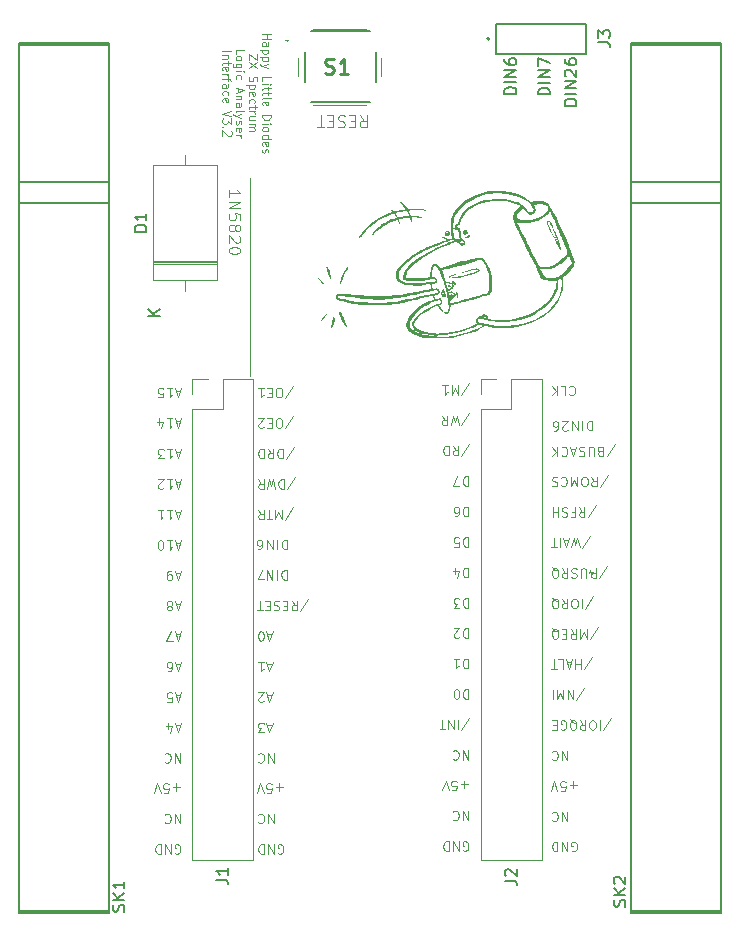
<source format=gbr>
%TF.GenerationSoftware,KiCad,Pcbnew,9.0.5*%
%TF.CreationDate,2025-12-03T10:09:39+00:00*%
%TF.ProjectId,ZX Interface,5a582049-6e74-4657-9266-6163652e6b69,3.2*%
%TF.SameCoordinates,Original*%
%TF.FileFunction,Legend,Top*%
%TF.FilePolarity,Positive*%
%FSLAX46Y46*%
G04 Gerber Fmt 4.6, Leading zero omitted, Abs format (unit mm)*
G04 Created by KiCad (PCBNEW 9.0.5) date 2025-12-03 10:09:39*
%MOMM*%
%LPD*%
G01*
G04 APERTURE LIST*
%ADD10C,0.100000*%
%ADD11C,0.112500*%
%ADD12C,0.000000*%
%ADD13C,0.120000*%
%ADD14C,0.150000*%
%ADD15C,0.254000*%
%ADD16C,0.200000*%
G04 APERTURE END LIST*
D10*
X99221970Y-111518750D02*
X99221970Y-111404460D01*
X99374350Y-111099700D02*
X99488640Y-111061600D01*
X99488640Y-111061600D02*
X99679110Y-111061600D01*
X99260070Y-111252080D02*
X99298160Y-111175890D01*
X99298160Y-111747320D02*
X99260070Y-111671130D01*
X99221970Y-111404460D02*
X99260070Y-111252080D01*
X99260070Y-111671130D02*
X99221970Y-111518750D01*
X99488640Y-111861600D02*
X99374350Y-111823510D01*
X99298160Y-111175890D02*
X99374350Y-111099700D01*
X99374350Y-111823510D02*
X99298160Y-111747320D01*
X99679110Y-111061600D02*
X99679110Y-111861600D01*
X99679110Y-111861600D02*
X99488640Y-111861600D01*
X97764580Y-111858325D02*
X97231240Y-111858325D01*
X97231240Y-111858325D02*
X97574100Y-111058325D01*
X98834525Y-111067950D02*
X98834525Y-111867950D01*
X98453575Y-111067950D02*
X98453575Y-111867950D01*
X97996425Y-111067950D02*
X97996425Y-111867950D01*
X98453575Y-111867950D02*
X97996425Y-111067950D01*
X97221665Y-108946925D02*
X97297855Y-108985015D01*
X97564515Y-109099305D02*
X97602615Y-108946925D01*
X97221665Y-108527875D02*
X97183565Y-108565975D01*
X97450235Y-108985015D02*
X97526425Y-108946925D01*
X97564515Y-108908825D02*
X97602615Y-108832635D01*
X99263245Y-108940650D02*
X99263245Y-108826360D01*
X99415625Y-108521600D02*
X99529915Y-108483500D01*
X97145475Y-108832635D02*
X97183565Y-108908825D01*
X99529915Y-108483500D02*
X99720385Y-108483500D01*
X99301345Y-108673980D02*
X99339435Y-108597790D01*
X97602615Y-108642165D02*
X97564515Y-108565975D01*
X97564515Y-108565975D02*
X97526425Y-108527875D01*
X99339435Y-109169220D02*
X99301345Y-109093030D01*
X97526425Y-108946925D02*
X97564515Y-108908825D01*
X97450235Y-108489775D02*
X97297855Y-108489775D01*
X97488325Y-109213585D02*
X97564515Y-109099305D01*
X97297855Y-108985015D02*
X97450235Y-108985015D01*
X97221665Y-109289775D02*
X97374045Y-109289775D01*
X97602615Y-108946925D02*
X97602615Y-108642165D01*
X99263245Y-108826360D02*
X99301345Y-108673980D01*
X97450235Y-109251685D02*
X97488325Y-109213585D01*
X99301345Y-109093030D02*
X99263245Y-108940650D01*
X97374045Y-109289775D02*
X97450235Y-109251685D01*
X97526425Y-108527875D02*
X97450235Y-108489775D01*
X97183565Y-108565975D02*
X97145475Y-108642165D01*
X99529915Y-109283500D02*
X99415625Y-109245410D01*
X97145475Y-108642165D02*
X97145475Y-108832635D01*
X99339435Y-108597790D02*
X99415625Y-108521600D01*
X97183565Y-108908825D02*
X97221665Y-108946925D01*
X99415625Y-109245410D02*
X99339435Y-109169220D01*
X99720385Y-108483500D02*
X99720385Y-109283500D01*
X97297855Y-108489775D02*
X97221665Y-108527875D01*
X99720385Y-109283500D02*
X99529915Y-109283500D01*
X98875800Y-108489850D02*
X98875800Y-109289850D01*
X98494850Y-108489850D02*
X98494850Y-109289850D01*
X98037700Y-108489850D02*
X98037700Y-109289850D01*
X98494850Y-109289850D02*
X98037700Y-108489850D01*
X124313920Y-99225085D02*
X123856770Y-98425085D01*
X123856770Y-98425085D02*
X123856770Y-99225085D01*
X124694870Y-98425085D02*
X124694870Y-99225085D01*
X124313920Y-98425085D02*
X124313920Y-99225085D01*
X122986770Y-99015545D02*
X123024870Y-98901265D01*
X123443910Y-99167925D02*
X123405820Y-99206025D01*
X122986770Y-99091735D02*
X122986770Y-99015545D01*
X123024870Y-98901265D02*
X123482010Y-98444115D01*
X123024870Y-99167925D02*
X122986770Y-99091735D01*
X123062960Y-99206025D02*
X123024870Y-99167925D01*
X123329630Y-99244115D02*
X123139150Y-99244115D01*
X123482010Y-98444115D02*
X122986770Y-98444115D01*
X123139150Y-99244115D02*
X123062960Y-99206025D01*
X123405820Y-99206025D02*
X123329630Y-99244115D01*
X125348985Y-98418735D02*
X125539455Y-98418735D01*
X122659675Y-98596505D02*
X122621575Y-98520315D01*
X122621575Y-98520315D02*
X122583485Y-98482215D01*
X122621575Y-99053645D02*
X122659675Y-98901265D01*
X122354915Y-98444115D02*
X122278725Y-98482215D01*
X122278725Y-98482215D02*
X122240625Y-98520315D01*
X125158505Y-99104455D02*
X125120415Y-99028265D01*
X125539455Y-98418735D02*
X125539455Y-99218735D01*
X122507295Y-98939355D02*
X122583485Y-98901265D01*
X122507295Y-98444115D02*
X122354915Y-98444115D01*
X125539455Y-99218735D02*
X125348985Y-99218735D01*
X125082315Y-98875885D02*
X125082315Y-98761595D01*
X122507295Y-99206025D02*
X122545385Y-99167925D01*
X122659675Y-98901265D02*
X122659675Y-98596505D01*
X122240625Y-98520315D02*
X122202535Y-98596505D01*
X122545385Y-99167925D02*
X122621575Y-99053645D01*
X125234695Y-99180645D02*
X125158505Y-99104455D01*
X122278725Y-99244115D02*
X122431105Y-99244115D01*
X125348985Y-99218735D02*
X125234695Y-99180645D01*
X122431105Y-99244115D02*
X122507295Y-99206025D01*
X122202535Y-98596505D02*
X122202535Y-98786975D01*
X125082315Y-98761595D02*
X125120415Y-98609215D01*
X122583485Y-98901265D02*
X122621575Y-98863165D01*
X122278725Y-98901265D02*
X122354915Y-98939355D01*
X125120415Y-98609215D02*
X125158505Y-98533025D01*
X125234695Y-98456835D02*
X125348985Y-98418735D01*
X122202535Y-98786975D02*
X122240625Y-98863165D01*
X122354915Y-98939355D02*
X122507295Y-98939355D01*
X125158505Y-98533025D02*
X125234695Y-98456835D01*
X122240625Y-98863165D02*
X122278725Y-98901265D01*
X125120415Y-99028265D02*
X125082315Y-98875885D01*
X122621575Y-98863165D02*
X122659675Y-98786975D01*
X122583485Y-98482215D02*
X122507295Y-98444115D01*
X123164630Y-129430070D02*
X122974160Y-129430070D01*
X98934360Y-113674470D02*
X98743890Y-113674470D01*
X89757540Y-96443100D02*
X89833740Y-96328820D01*
D11*
X97611275Y-69690040D02*
X97611275Y-69356700D01*
D10*
X122974160Y-124583010D02*
X123088440Y-124583010D01*
X122364630Y-127158920D02*
X122288440Y-127158920D01*
X123126540Y-111703460D02*
X123050350Y-111665370D01*
X97524840Y-100794920D02*
X97715310Y-100794920D01*
D11*
X97711275Y-71390040D02*
X97977945Y-71390040D01*
D10*
X123431300Y-101056970D02*
X123393200Y-101209350D01*
X90176590Y-134357950D02*
X90176590Y-134624610D01*
X114220625Y-109079875D02*
X114258725Y-108698925D01*
X124459870Y-100904590D02*
X124497960Y-100942680D01*
X124955110Y-110941560D02*
X124878920Y-110903460D01*
D11*
X95824015Y-72806700D02*
X95357355Y-72640040D01*
D10*
X114563485Y-103470915D02*
X114601585Y-103318535D01*
X122897970Y-123821110D02*
X122859870Y-123859210D01*
X123317010Y-103861450D02*
X123240820Y-103937640D01*
X113382535Y-101352145D02*
X113192055Y-101352145D01*
D11*
X94263725Y-71423370D02*
X94230395Y-71356700D01*
D10*
X114715865Y-110893885D02*
X114830155Y-110855785D01*
X124536060Y-124506820D02*
X124497960Y-124430630D01*
D11*
X96950985Y-71456700D02*
X96917645Y-71523370D01*
D10*
X95409250Y-82345460D02*
X95361630Y-82297840D01*
X98286740Y-129129930D02*
X98362930Y-129168030D01*
D11*
X96950985Y-69990040D02*
X96250985Y-69990040D01*
D10*
X125907490Y-103975730D02*
X125602730Y-103975730D01*
X103578970Y-72557580D02*
X103578970Y-73557580D01*
X123964630Y-113479370D02*
X124117010Y-113479370D01*
X103578970Y-73557580D02*
X103102780Y-73557580D01*
X89224210Y-98485680D02*
X88728970Y-98485680D01*
X89833740Y-96328820D02*
X89909930Y-96252630D01*
X98401030Y-119054870D02*
X98020070Y-119054870D01*
X113877775Y-121235625D02*
X113915865Y-121197525D01*
D11*
X97744605Y-73556700D02*
X97944605Y-73556700D01*
D10*
X113077775Y-95400325D02*
X113077775Y-96200325D01*
X98934360Y-95643100D02*
X99086740Y-95643100D01*
D11*
X94330395Y-68090040D02*
X94263725Y-68123370D01*
X97611275Y-75056700D02*
X97611275Y-74923370D01*
X98311275Y-69923370D02*
X98244605Y-69923370D01*
D10*
X89909930Y-103980360D02*
X89986120Y-103942260D01*
X122821770Y-129087220D02*
X122859870Y-129011030D01*
D11*
X94230395Y-73123370D02*
X94230395Y-72923370D01*
D10*
X123355110Y-100714110D02*
X123393200Y-100790300D01*
X113839675Y-121807045D02*
X113801585Y-121654665D01*
X114182535Y-100552145D02*
X114182535Y-101352145D01*
X99734360Y-113674470D02*
X99734360Y-114474470D01*
X122555110Y-116817190D02*
X122478920Y-116855280D01*
X114906345Y-134077075D02*
X114792055Y-134038975D01*
X113192055Y-100552145D02*
X113382535Y-100552145D01*
D11*
X94230395Y-71223370D02*
X94263725Y-71156700D01*
D10*
X123355110Y-116474330D02*
X123088440Y-116474330D01*
D11*
X94230395Y-67123370D02*
X94930395Y-67123370D01*
D10*
X125031300Y-103937640D02*
X124955110Y-103975730D01*
X98134360Y-101213970D02*
X98210550Y-101175880D01*
X114715865Y-121921335D02*
X114639675Y-121845145D01*
D11*
X97644605Y-70690040D02*
X97611275Y-70756700D01*
D10*
X89681350Y-126592120D02*
X89757540Y-126668310D01*
X113153965Y-96086045D02*
X113230155Y-96009855D01*
X122897970Y-124544920D02*
X122974160Y-124583010D01*
X114563485Y-111198645D02*
X114601585Y-111046265D01*
X97296270Y-101404450D02*
X97258170Y-101252070D01*
X114258725Y-116731415D02*
X114220625Y-116769515D01*
X89224210Y-129472790D02*
X89224210Y-129282320D01*
X99086740Y-99019010D02*
X98934360Y-99019010D01*
X90176590Y-134624610D02*
X90328970Y-134624610D01*
X90481350Y-122202200D02*
X90214690Y-121402200D01*
X123621770Y-95486100D02*
X123736060Y-95448000D01*
X115020625Y-111655785D02*
X114830155Y-111655785D01*
X100229600Y-114055430D02*
X100534360Y-114055430D01*
D11*
X97050985Y-69290040D02*
X97117645Y-69323370D01*
D10*
X89948020Y-122202200D02*
X89986120Y-121821250D01*
X125831300Y-124316350D02*
X125793200Y-124468730D01*
X89300400Y-129587080D02*
X89262310Y-129548980D01*
X122212250Y-134200940D02*
X122288440Y-134124750D01*
X97753410Y-124778110D02*
X97258170Y-124778110D01*
D11*
X96950985Y-72356700D02*
X96950985Y-72423370D01*
D10*
X97486740Y-119626290D02*
X97562930Y-119512010D01*
X89528970Y-103370830D02*
X89986120Y-103370830D01*
D11*
X95824015Y-70906700D02*
X95357355Y-70906700D01*
D10*
X97410550Y-100833020D02*
X97524840Y-100794920D01*
X123355110Y-106208790D02*
X123393200Y-106246880D01*
D11*
X96784315Y-70923370D02*
X96717645Y-70590040D01*
D10*
X125374150Y-111055850D02*
X125412250Y-110979660D01*
X124650340Y-113479370D02*
X124650340Y-114279370D01*
X115020625Y-114231695D02*
X114830155Y-114231695D01*
X114220625Y-116769515D02*
X114144435Y-116807605D01*
D11*
X97977945Y-75423370D02*
X98044605Y-75456700D01*
D10*
X124040820Y-96057530D02*
X124002730Y-96133720D01*
D11*
X98044605Y-67656700D02*
X98077945Y-67723370D01*
D10*
X123659870Y-124049680D02*
X123697960Y-123897300D01*
X94773770Y-74323515D02*
X94659490Y-74285425D01*
X125488440Y-103899540D02*
X125450350Y-103823350D01*
X123812250Y-110979660D02*
X123774160Y-111055850D01*
X89033730Y-99057110D02*
X89224210Y-98485680D01*
X113877775Y-106503965D02*
X114030155Y-106503965D01*
D11*
X97744605Y-74190040D02*
X97944605Y-74190040D01*
D10*
X97753410Y-132162990D02*
X97715310Y-132315370D01*
X124612250Y-103442400D02*
X124650350Y-103290020D01*
X97296270Y-104094640D02*
X97258170Y-104018450D01*
X114030155Y-106503965D02*
X114106345Y-106465875D01*
X89224210Y-129282320D02*
X89262310Y-129206130D01*
D11*
X96484315Y-70056700D02*
X96517645Y-69990040D01*
D10*
X114830155Y-106503965D02*
X114715865Y-106465875D01*
X114220635Y-126654105D02*
X114220635Y-126768395D01*
X100801030Y-114512570D02*
X101486740Y-113484000D01*
D11*
X95824015Y-73840040D02*
X95790685Y-73906700D01*
X96517645Y-70890040D02*
X96484315Y-70823370D01*
D10*
X98896260Y-134624610D02*
X99048650Y-134624610D01*
X97677220Y-116402770D02*
X97715310Y-116555150D01*
X98210550Y-122202200D02*
X97943880Y-121402200D01*
X125336060Y-116893380D02*
X126021770Y-115864810D01*
X113725395Y-101085485D02*
X113763485Y-101009295D01*
X97258170Y-124130500D02*
X97296270Y-124054310D01*
X122631300Y-131967890D02*
X122593200Y-132120270D01*
X89757540Y-100794920D02*
X89757540Y-101594920D01*
X124117010Y-110903460D02*
X123926540Y-110903460D01*
X89833740Y-113674470D02*
X89681350Y-113674470D01*
X94926150Y-74285425D02*
X94849960Y-74323515D01*
D11*
X96550985Y-70290040D02*
X96517645Y-70256700D01*
D10*
X113763485Y-101275955D02*
X113725395Y-101199765D01*
X98210550Y-105946740D02*
X98210550Y-106746740D01*
X89528970Y-121745060D02*
X89528970Y-121554590D01*
X98096270Y-101518730D02*
X98058170Y-101442540D01*
D11*
X97611275Y-73790040D02*
X97611275Y-73690040D01*
D10*
X98248650Y-114093520D02*
X97981980Y-114093520D01*
X122250350Y-103975730D02*
X122136060Y-103937640D01*
X126212250Y-101018870D02*
X126097960Y-100980780D01*
X98629600Y-113750670D02*
X98591500Y-113826860D01*
X97334360Y-101480640D02*
X97296270Y-101404450D01*
X114715865Y-106465875D02*
X114639675Y-106389685D01*
D11*
X94263725Y-71156700D02*
X94330395Y-71123370D01*
D10*
X97677220Y-126668310D02*
X97715310Y-126744500D01*
X124078920Y-111322510D02*
X124155110Y-111360610D01*
D12*
G36*
X115164590Y-82757605D02*
G01*
X115152150Y-82818375D01*
X115104390Y-82865935D01*
X115010360Y-82914095D01*
X114900060Y-82951215D01*
X114821710Y-82956735D01*
X114784210Y-82935575D01*
X114796420Y-82892625D01*
X114865470Y-82833935D01*
X114950750Y-82782665D01*
X115050460Y-82728125D01*
X115053490Y-82726565D01*
X115164590Y-82669335D01*
X115164590Y-82757605D01*
G37*
D10*
X113953965Y-113431695D02*
X114182535Y-113431695D01*
X114830155Y-121159425D02*
X115020625Y-121159425D01*
X98096260Y-131705840D02*
X98096260Y-132505840D01*
X99048650Y-134281750D02*
X98934360Y-134319850D01*
X89186120Y-104132740D02*
X89109930Y-104170830D01*
X126136060Y-101056970D02*
X126212250Y-101018870D01*
X88843260Y-96100250D02*
X88805160Y-96062150D01*
X114830155Y-114231695D02*
X114715865Y-114193605D01*
X115020625Y-106503965D02*
X114830155Y-106503965D01*
X114068245Y-127073155D02*
X113953965Y-127111245D01*
X114068245Y-121159425D02*
X114144435Y-121197525D01*
X115020625Y-108279875D02*
X115020625Y-109079875D01*
X89262310Y-129929930D02*
X89643260Y-129929930D01*
D11*
X94230395Y-71356700D02*
X94230395Y-71223370D01*
X96850985Y-73590040D02*
X96484315Y-73590040D01*
D10*
X89909930Y-109132180D02*
X89986120Y-109094080D01*
X88843260Y-101252070D02*
X88805160Y-101213970D01*
X113687295Y-129344305D02*
X113649205Y-129306205D01*
X113087120Y-124552075D02*
X112629980Y-124552075D01*
X89909930Y-119283440D02*
X89948020Y-119245340D01*
X114715865Y-134038975D02*
X114601585Y-134077075D01*
X89833740Y-119588200D02*
X89871830Y-119550100D01*
X89681350Y-111403330D02*
X89605160Y-111441420D01*
X122288440Y-126358920D02*
X122364630Y-126358920D01*
X122669390Y-116588620D02*
X122631300Y-116741000D01*
X113725395Y-126387445D02*
X113763485Y-126349345D01*
X89605160Y-119283440D02*
X89681350Y-119321530D01*
X123202730Y-124544920D02*
X123278920Y-124468730D01*
X97258170Y-134624610D02*
X97296270Y-134472230D01*
X114639675Y-118697805D02*
X114715865Y-118621615D01*
X122288440Y-103175730D02*
X122212250Y-103213830D01*
X114639675Y-116693325D02*
X114601585Y-116617135D01*
X95409250Y-81869270D02*
X95504490Y-81821650D01*
D13*
X88339000Y-86531000D02*
X93779000Y-86531000D01*
D10*
X114601585Y-119193045D02*
X114563485Y-119040665D01*
D11*
X97711275Y-75723370D02*
X97744605Y-75723370D01*
D10*
X114258725Y-121654665D02*
X114220625Y-121807045D01*
D11*
X94697055Y-71356700D02*
X94663725Y-71423370D01*
D10*
X124574150Y-119050240D02*
X124117010Y-119050240D01*
X98210550Y-103370830D02*
X98020080Y-104170830D01*
X90671830Y-119054870D02*
X90290880Y-119054870D01*
D12*
G36*
X118107990Y-78980875D02*
G01*
X118519850Y-79045075D01*
X118600260Y-79062755D01*
X118976480Y-79157615D01*
X119294420Y-79255015D01*
X119564150Y-79359175D01*
X119795760Y-79474325D01*
X119999300Y-79604645D01*
X120119760Y-79698195D01*
X120329130Y-79872435D01*
X120585920Y-79831005D01*
X120854640Y-79804055D01*
X121123120Y-79806825D01*
X121200150Y-79816375D01*
X121372210Y-79837705D01*
X121582790Y-79895095D01*
X121639830Y-79919225D01*
X121724550Y-79962145D01*
X121791250Y-80006965D01*
X121850190Y-80065685D01*
X121911640Y-80150265D01*
X121985840Y-80272695D01*
X121992140Y-80283845D01*
X122069960Y-80421475D01*
X122107960Y-80488345D01*
X122170900Y-80597845D01*
X122249300Y-80733525D01*
X122316160Y-80848795D01*
X122419220Y-81037415D01*
X122541870Y-81280645D01*
X122680030Y-81568975D01*
X122829560Y-81892905D01*
X122986360Y-82242915D01*
X123146310Y-82609485D01*
X123305320Y-82983125D01*
X123459250Y-83354305D01*
X123534000Y-83539805D01*
X123604000Y-83713515D01*
X123735460Y-84051255D01*
X123849520Y-84358005D01*
X123920130Y-84558945D01*
X124059790Y-84969335D01*
X124004450Y-85144915D01*
X123953520Y-85279565D01*
X123885340Y-85427245D01*
X123847220Y-85498655D01*
X123760210Y-85629335D01*
X123642130Y-85778145D01*
X123508450Y-85928125D01*
X123374640Y-86062335D01*
X123256160Y-86163825D01*
X123212890Y-86193735D01*
X123097020Y-86265355D01*
X123098070Y-86733025D01*
X123089960Y-87045045D01*
X123061250Y-87311545D01*
X123007660Y-87553425D01*
X122924920Y-87791575D01*
X122844100Y-87974145D01*
X122636570Y-88362035D01*
X122402860Y-88700025D01*
X122129410Y-89005415D01*
X121817930Y-89283145D01*
X121358260Y-89613615D01*
X120854780Y-89897695D01*
X120315460Y-90133655D01*
X119748290Y-90319775D01*
X119161230Y-90454315D01*
X118562260Y-90535545D01*
X117959340Y-90561735D01*
X117360450Y-90531155D01*
X116773560Y-90442075D01*
X116628080Y-90410085D01*
X116399370Y-90356525D01*
X116280200Y-90475685D01*
X116158730Y-90570365D01*
X115979380Y-90673415D01*
X115751660Y-90781485D01*
X115485040Y-90891215D01*
X115189020Y-90999255D01*
X114873090Y-91102245D01*
X114546740Y-91196835D01*
X114219460Y-91279665D01*
X113900720Y-91347385D01*
X113728790Y-91377575D01*
X113533130Y-91401465D01*
X113288490Y-91419645D01*
X113008960Y-91432115D01*
X112708670Y-91438845D01*
X112401700Y-91439855D01*
X112102180Y-91435135D01*
X111824210Y-91424665D01*
X111581890Y-91408435D01*
X111389330Y-91386465D01*
X111343090Y-91378695D01*
X110976590Y-91292985D01*
X110651980Y-91181425D01*
X110373400Y-91046955D01*
X110144970Y-90892515D01*
X109970860Y-90721085D01*
X109855190Y-90535595D01*
X109802100Y-90339015D01*
X109799000Y-90277425D01*
X109803390Y-90248845D01*
X110075480Y-90248845D01*
X110078520Y-90303095D01*
X110094700Y-90432245D01*
X110128200Y-90522135D01*
X110189920Y-90601545D01*
X110192750Y-90604525D01*
X110380070Y-90770765D01*
X110601560Y-90911285D01*
X110862460Y-91027655D01*
X111168020Y-91121435D01*
X111523500Y-91194185D01*
X111934140Y-91247475D01*
X112405180Y-91282865D01*
X112481880Y-91286755D01*
X112881830Y-91300605D01*
X113230140Y-91299675D01*
X113542320Y-91282055D01*
X113833880Y-91245795D01*
X114120340Y-91188985D01*
X114417200Y-91109705D01*
X114737270Y-91006945D01*
X115109150Y-90876175D01*
X115432760Y-90754555D01*
X115705170Y-90643435D01*
X115923440Y-90544165D01*
X116084650Y-90458075D01*
X116185840Y-90386515D01*
X116224100Y-90330835D01*
X116224350Y-90326745D01*
X116195620Y-90299335D01*
X116125670Y-90266875D01*
X116117790Y-90264055D01*
X116053740Y-90247705D01*
X115994050Y-90253485D01*
X115917970Y-90287125D01*
X115815870Y-90347475D01*
X115612870Y-90454935D01*
X115351900Y-90564895D01*
X115043170Y-90674675D01*
X114696900Y-90781605D01*
X114323280Y-90883005D01*
X113932530Y-90976195D01*
X113534850Y-91058495D01*
X113140460Y-91127225D01*
X112759560Y-91179715D01*
X112566480Y-91200045D01*
X112329830Y-91206705D01*
X112054160Y-91189875D01*
X111759640Y-91152865D01*
X111466470Y-91098975D01*
X111194800Y-91031505D01*
X110964820Y-90953765D01*
X110905170Y-90928105D01*
X110658570Y-90792435D01*
X110470750Y-90640335D01*
X110344430Y-90474865D01*
X110282320Y-90299085D01*
X110276030Y-90220945D01*
X110308920Y-90054415D01*
X110405700Y-89875265D01*
X110563610Y-89685925D01*
X110779860Y-89488845D01*
X111051640Y-89286465D01*
X111376190Y-89081205D01*
X111750720Y-88875515D01*
X111899860Y-88800545D01*
X112081550Y-88712225D01*
X112257040Y-88628615D01*
X112410160Y-88557275D01*
X112524750Y-88505815D01*
X112556290Y-88492445D01*
X112656640Y-88449305D01*
X112706280Y-88415905D01*
X112717840Y-88376245D01*
X112703970Y-88314375D01*
X112702170Y-88308075D01*
X112672960Y-88224275D01*
X112645380Y-88171985D01*
X112643830Y-88170305D01*
X112595950Y-88166545D01*
X112498000Y-88191535D01*
X112359720Y-88240875D01*
X112190820Y-88310125D01*
X112001040Y-88394895D01*
X111800090Y-88490745D01*
X111597710Y-88593265D01*
X111403600Y-88698045D01*
X111227500Y-88800665D01*
X111152150Y-88847905D01*
X110800500Y-89113665D01*
X110496060Y-89425045D01*
X110244720Y-89775625D01*
X110166670Y-89913435D01*
X110107720Y-90036685D01*
X110079860Y-90137255D01*
X110075480Y-90248845D01*
X109803390Y-90248845D01*
X109827220Y-90093855D01*
X109908180Y-89883175D01*
X110036530Y-89654395D01*
X110206960Y-89416475D01*
X110414110Y-89178405D01*
X110508410Y-89082855D01*
X110733010Y-88883795D01*
X110984910Y-88695105D01*
X111249060Y-88525935D01*
X111510370Y-88385415D01*
X111753780Y-88282675D01*
X111899860Y-88239415D01*
X112006680Y-88214415D01*
X112088670Y-88194735D01*
X112113650Y-88188445D01*
X112135070Y-88165515D01*
X112126560Y-88106575D01*
X112099960Y-88030735D01*
X112061420Y-87937345D01*
X112030100Y-87872305D01*
X112021650Y-87859225D01*
X111978510Y-87852635D01*
X111883800Y-87859915D01*
X111752310Y-87878505D01*
X111598840Y-87905835D01*
X111438180Y-87939345D01*
X111285120Y-87976465D01*
X111190190Y-88003305D01*
X111039740Y-88046505D01*
X110841070Y-88099455D01*
X110606480Y-88159265D01*
X110348250Y-88223005D01*
X110078690Y-88287795D01*
X109810080Y-88350715D01*
X109554720Y-88408865D01*
X109324910Y-88459335D01*
X109132930Y-88499215D01*
X108991090Y-88525605D01*
X108959880Y-88530495D01*
X108732300Y-88557175D01*
X108453060Y-88579525D01*
X108134370Y-88597395D01*
X107788440Y-88610675D01*
X107427470Y-88619205D01*
X107063670Y-88622855D01*
X106709250Y-88621485D01*
X106376410Y-88614965D01*
X106077380Y-88603145D01*
X105824340Y-88585895D01*
X105660960Y-88567765D01*
X105297790Y-88511545D01*
X104960400Y-88449335D01*
X104655970Y-88383005D01*
X104391700Y-88314395D01*
X104174780Y-88245355D01*
X104012410Y-88177735D01*
X103919050Y-88119795D01*
X103836710Y-88011815D01*
X103814080Y-87887375D01*
X103820230Y-87867905D01*
X104021900Y-87867905D01*
X104025540Y-87904805D01*
X104071590Y-87987415D01*
X104158340Y-88043645D01*
X104261390Y-88082235D01*
X104395660Y-88120105D01*
X104483100Y-88139385D01*
X105140340Y-88255575D01*
X105746540Y-88343115D01*
X106312290Y-88402995D01*
X106848140Y-88436205D01*
X107364700Y-88443735D01*
X107660120Y-88436705D01*
X108006360Y-88420975D01*
X108318060Y-88400235D01*
X108610000Y-88372365D01*
X108896990Y-88335255D01*
X109193800Y-88286795D01*
X109515220Y-88224875D01*
X109876040Y-88147395D01*
X110190570Y-88075675D01*
X110461870Y-88013095D01*
X110726150Y-87952895D01*
X110972070Y-87897625D01*
X111188260Y-87849805D01*
X111363370Y-87811955D01*
X111486050Y-87786605D01*
X111506720Y-87782605D01*
X111674760Y-87749615D01*
X111849010Y-87713425D01*
X111994880Y-87681255D01*
X112009440Y-87677865D01*
X112134900Y-87651315D01*
X112244150Y-87633235D01*
X112302030Y-87628025D01*
X112395320Y-87608015D01*
X112446340Y-87581335D01*
X112486790Y-87541905D01*
X112489390Y-87493395D01*
X112465080Y-87425715D01*
X112423230Y-87351685D01*
X112378570Y-87336285D01*
X112365030Y-87340795D01*
X112315480Y-87354795D01*
X112210230Y-87379465D01*
X112060670Y-87412315D01*
X111878190Y-87450855D01*
X111674180Y-87492575D01*
X111660560Y-87495305D01*
X111412560Y-87545435D01*
X111122430Y-87604565D01*
X110814960Y-87667615D01*
X110514930Y-87729505D01*
X110271480Y-87780065D01*
X109939160Y-87848715D01*
X109658010Y-87904955D01*
X109412540Y-87951485D01*
X109187210Y-87990975D01*
X108966540Y-88026105D01*
X108734990Y-88059545D01*
X108477060Y-88093995D01*
X108384910Y-88105855D01*
X108117030Y-88137185D01*
X107865740Y-88159485D01*
X107620920Y-88172455D01*
X107372450Y-88175765D01*
X107110210Y-88169105D01*
X106824100Y-88152185D01*
X106503980Y-88124665D01*
X106139750Y-88086255D01*
X105721290Y-88036635D01*
X105583940Y-88019545D01*
X105292970Y-87983045D01*
X105017110Y-87948455D01*
X104765270Y-87916875D01*
X104546370Y-87889435D01*
X104369310Y-87867255D01*
X104243000Y-87851445D01*
X104179380Y-87843495D01*
X104080990Y-87833285D01*
X104033940Y-87839255D01*
X104021900Y-87867905D01*
X103820230Y-87867905D01*
X103853060Y-87763995D01*
X103877080Y-87729775D01*
X103970870Y-87664845D01*
X104039460Y-87654355D01*
X104206910Y-87659765D01*
X104427300Y-87671595D01*
X104685630Y-87688695D01*
X104966900Y-87709885D01*
X105256090Y-87733985D01*
X105538200Y-87759845D01*
X105798220Y-87786275D01*
X105951540Y-87803595D01*
X106512990Y-87855365D01*
X107102350Y-87882295D01*
X107697210Y-87884355D01*
X108275190Y-87861485D01*
X108813890Y-87813665D01*
X108858540Y-87808285D01*
X109063660Y-87781795D01*
X109251560Y-87755395D01*
X109409110Y-87731075D01*
X109523170Y-87710875D01*
X109576440Y-87698315D01*
X109607120Y-87688965D01*
X109648290Y-87678505D01*
X109705890Y-87665855D01*
X109785910Y-87649925D01*
X109894310Y-87629645D01*
X110037050Y-87603925D01*
X110220110Y-87571685D01*
X110449450Y-87531845D01*
X110731030Y-87483305D01*
X111070840Y-87425005D01*
X111280670Y-87389065D01*
X111477400Y-87354825D01*
X111650550Y-87323605D01*
X111788930Y-87297515D01*
X111881380Y-87278655D01*
X111916330Y-87269465D01*
X111918190Y-87234025D01*
X111907690Y-87153615D01*
X111888970Y-87049605D01*
X111866190Y-86943365D01*
X111843490Y-86856265D01*
X111828070Y-86814545D01*
X111791110Y-86809545D01*
X111705820Y-86817535D01*
X111590250Y-86835095D01*
X111462440Y-86858815D01*
X111340430Y-86885265D01*
X111242280Y-86911015D01*
X111186020Y-86932655D01*
X111180360Y-86937345D01*
X111154230Y-86954275D01*
X111100190Y-86966035D01*
X111009660Y-86973065D01*
X110874060Y-86975825D01*
X110684810Y-86974755D01*
X110513740Y-86971925D01*
X110180310Y-86960445D01*
X109906170Y-86938805D01*
X109682710Y-86905005D01*
X109501330Y-86857025D01*
X109353410Y-86792855D01*
X109230370Y-86710495D01*
X109171780Y-86658265D01*
X109020130Y-86477015D01*
X108930330Y-86287185D01*
X108905610Y-86106835D01*
X109149200Y-86106835D01*
X109197300Y-86304625D01*
X109259010Y-86417585D01*
X109341660Y-86523715D01*
X109433110Y-86596995D01*
X109561300Y-86659295D01*
X109575230Y-86664965D01*
X109771380Y-86720945D01*
X110027170Y-86756135D01*
X110337010Y-86770225D01*
X110695320Y-86762905D01*
X110993940Y-86743055D01*
X111317710Y-86715655D01*
X111579940Y-86692975D01*
X111787230Y-86674365D01*
X111946190Y-86659155D01*
X112063440Y-86646665D01*
X112145590Y-86636235D01*
X112199240Y-86627195D01*
X112231010Y-86618885D01*
X112233610Y-86617925D01*
X112284290Y-86569955D01*
X112284890Y-86499895D01*
X112236560Y-86430905D01*
X112223720Y-86421065D01*
X112174480Y-86395395D01*
X112114800Y-86390295D01*
X112022720Y-86405755D01*
X111958780Y-86420915D01*
X111584910Y-86495735D01*
X111149250Y-86550925D01*
X110655660Y-86586045D01*
X110545410Y-86590815D01*
X110248900Y-86598135D01*
X110013160Y-86593395D01*
X109831370Y-86574725D01*
X109696690Y-86540265D01*
X109602300Y-86488145D01*
X109541370Y-86416515D01*
X109507070Y-86323505D01*
X109503670Y-86306925D01*
X109504600Y-86250135D01*
X109770140Y-86250135D01*
X109780940Y-86301615D01*
X109820360Y-86328815D01*
X109876800Y-86342665D01*
X109965860Y-86350035D01*
X110122970Y-86351505D01*
X110348060Y-86347075D01*
X110641070Y-86336745D01*
X111001920Y-86320525D01*
X111396170Y-86300265D01*
X111815490Y-86277695D01*
X111821520Y-86149495D01*
X111954520Y-86149495D01*
X111956330Y-86218715D01*
X111979720Y-86250835D01*
X112043230Y-86260095D01*
X112099010Y-86260595D01*
X112245030Y-86288595D01*
X112350170Y-86371045D01*
X112411680Y-86505655D01*
X112416000Y-86525215D01*
X112420870Y-86609285D01*
X112385980Y-86676455D01*
X112343160Y-86720145D01*
X112256120Y-86780465D01*
X112168570Y-86811905D01*
X112159800Y-86812775D01*
X112046820Y-86820935D01*
X111986440Y-86839245D01*
X111967690Y-86883535D01*
X111979580Y-86969625D01*
X111996820Y-87047745D01*
X112038550Y-87234895D01*
X112259780Y-87224335D01*
X112378570Y-87220345D01*
X112380110Y-87220295D01*
X112453210Y-87227485D01*
X112500100Y-87253295D01*
X112541830Y-87305115D01*
X112557930Y-87329005D01*
X112607480Y-87417255D01*
X112633640Y-87491195D01*
X112634850Y-87503495D01*
X112604020Y-87585425D01*
X112522440Y-87667115D01*
X112406420Y-87735155D01*
X112312820Y-87767645D01*
X112220930Y-87796425D01*
X112164610Y-87824935D01*
X112156250Y-87836505D01*
X112168860Y-87892865D01*
X112199610Y-87975235D01*
X112237860Y-88059705D01*
X112272980Y-88122405D01*
X112291600Y-88140815D01*
X112361450Y-88126295D01*
X112459000Y-88091265D01*
X112552230Y-88048495D01*
X112595950Y-88020985D01*
X112603360Y-88016325D01*
X112655950Y-87978425D01*
X112677490Y-87969885D01*
X112717900Y-87999685D01*
X112763700Y-88074855D01*
X112805380Y-88173985D01*
X112833470Y-88275725D01*
X112839960Y-88336115D01*
X112820100Y-88459855D01*
X112753530Y-88548215D01*
X112629800Y-88614815D01*
X112624910Y-88616695D01*
X112529640Y-88652915D01*
X112705890Y-88832735D01*
X112801190Y-88933365D01*
X112882990Y-89025775D01*
X112933880Y-89090275D01*
X112934510Y-89091215D01*
X113012620Y-89172475D01*
X113113090Y-89232035D01*
X113210290Y-89256795D01*
X113249040Y-89252215D01*
X113319910Y-89194695D01*
X113366550Y-89077875D01*
X113389330Y-88906275D01*
X113388620Y-88684385D01*
X113364810Y-88416705D01*
X113318260Y-88107735D01*
X113275050Y-87890945D01*
X113455830Y-87890945D01*
X113465730Y-87956875D01*
X113480950Y-87980685D01*
X113530180Y-87981785D01*
X113574960Y-87969275D01*
X113643330Y-87943035D01*
X113574960Y-87916225D01*
X113507500Y-87878025D01*
X113481470Y-87852725D01*
X113462060Y-87850455D01*
X113455830Y-87890945D01*
X113275050Y-87890945D01*
X113259288Y-87811845D01*
X113421120Y-87811845D01*
X113462060Y-87767905D01*
X113490830Y-87737035D01*
X113571030Y-87673615D01*
X113642580Y-87674405D01*
X113711700Y-87730585D01*
X113753220Y-87784335D01*
X113746990Y-87824875D01*
X113711700Y-87867325D01*
X113675000Y-87919685D01*
X113686000Y-87933845D01*
X113734310Y-87907675D01*
X113768830Y-87879125D01*
X113827230Y-87793315D01*
X113822330Y-87710535D01*
X113756860Y-87645785D01*
X113723690Y-87631375D01*
X113614690Y-87604085D01*
X113518580Y-87593845D01*
X113450850Y-87602145D01*
X113424780Y-87641225D01*
X113421120Y-87702845D01*
X113421120Y-87811845D01*
X113259288Y-87811845D01*
X113249350Y-87761975D01*
X113235130Y-87702845D01*
X113158450Y-87383935D01*
X113065990Y-87046865D01*
X113001000Y-86828175D01*
X113192610Y-86828175D01*
X113193930Y-86833205D01*
X113211980Y-86897775D01*
X113241110Y-87002065D01*
X113265620Y-87089785D01*
X113320580Y-87286535D01*
X113447770Y-87221615D01*
X113591900Y-87126805D01*
X113670730Y-87029085D01*
X113686380Y-86936715D01*
X113641000Y-86857965D01*
X113536730Y-86801105D01*
X113375710Y-86774395D01*
X113331750Y-86773385D01*
X113237050Y-86777325D01*
X113195620Y-86793435D01*
X113192610Y-86828175D01*
X113001000Y-86828175D01*
X112952470Y-86664855D01*
X112849630Y-86343705D01*
X112754800Y-86077205D01*
X112665330Y-85859165D01*
X112579980Y-85686255D01*
X112809600Y-85686255D01*
X112874960Y-85845235D01*
X112914600Y-85949235D01*
X112965880Y-86094295D01*
X113020330Y-86256115D01*
X113045090Y-86332565D01*
X113093630Y-86481285D01*
X113129200Y-86575785D01*
X113158590Y-86627295D01*
X113188620Y-86647045D01*
X113226100Y-86646265D01*
X113234380Y-86644765D01*
X113331750Y-86644485D01*
X113348750Y-86644435D01*
X113488120Y-86672685D01*
X113621630Y-86720815D01*
X113718460Y-86780135D01*
X113720250Y-86781775D01*
X113777910Y-86864895D01*
X113797020Y-86981855D01*
X113797170Y-86996555D01*
X113767070Y-87146585D01*
X113677780Y-87263345D01*
X113530800Y-87345065D01*
X113493510Y-87357375D01*
X113391070Y-87401515D01*
X113351970Y-87451995D01*
X113373360Y-87500495D01*
X113416930Y-87505005D01*
X113479650Y-87488525D01*
X113518580Y-87483415D01*
X113595820Y-87473265D01*
X113721170Y-87500855D01*
X113837160Y-87561105D01*
X113925270Y-87643825D01*
X113966950Y-87738845D01*
X113968090Y-87756905D01*
X113935470Y-87890965D01*
X113843800Y-88012255D01*
X113702420Y-88108925D01*
X113684680Y-88117345D01*
X113589480Y-88163825D01*
X113542200Y-88203585D01*
X113527980Y-88257025D01*
X113530840Y-88328835D01*
X113544580Y-88413135D01*
X113566880Y-88458115D01*
X113574960Y-88460615D01*
X113628160Y-88448845D01*
X113737330Y-88421695D01*
X113892480Y-88381825D01*
X114083610Y-88331895D01*
X114300770Y-88274585D01*
X114533940Y-88212565D01*
X114773160Y-88148485D01*
X115008450Y-88085015D01*
X115229810Y-88024835D01*
X115427260Y-87970605D01*
X115590820Y-87924995D01*
X115710510Y-87890665D01*
X115730680Y-87884685D01*
X115923370Y-87828565D01*
X116131870Y-87770475D01*
X116324720Y-87719085D01*
X116416830Y-87695795D01*
X116724910Y-87620235D01*
X116772640Y-87359195D01*
X116793490Y-87199985D01*
X116808160Y-86993925D01*
X116815420Y-86762335D01*
X116815700Y-86619545D01*
X116811750Y-86408375D01*
X116802990Y-86245255D01*
X116786960Y-86109915D01*
X116761240Y-85982075D01*
X116723370Y-85841455D01*
X116720980Y-85833275D01*
X116626980Y-85555175D01*
X116515370Y-85296025D01*
X116393920Y-85071715D01*
X116270370Y-84898185D01*
X116259620Y-84885835D01*
X116132540Y-84742625D01*
X115708390Y-84883235D01*
X115192720Y-85050835D01*
X114721910Y-85196305D01*
X114278080Y-85324705D01*
X113843370Y-85441115D01*
X113399900Y-85550575D01*
X113141000Y-85610755D01*
X112809600Y-85686255D01*
X112579980Y-85686255D01*
X112578560Y-85683375D01*
X112491820Y-85543635D01*
X112402460Y-85433745D01*
X112353890Y-85386175D01*
X112256920Y-85308265D01*
X112189040Y-85284145D01*
X112136930Y-85314015D01*
X112091310Y-85389625D01*
X112062810Y-85473395D01*
X112031610Y-85604525D01*
X112001440Y-85762295D01*
X111976020Y-85925995D01*
X111959090Y-86074895D01*
X111954520Y-86149495D01*
X111821520Y-86149495D01*
X111829960Y-85970015D01*
X111855670Y-85695615D01*
X111903650Y-85470995D01*
X111972150Y-85300105D01*
X112059440Y-85186895D01*
X112163790Y-85135335D01*
X112189040Y-85133185D01*
X112197430Y-85132465D01*
X112327900Y-85161145D01*
X112466320Y-85238625D01*
X112591060Y-85352095D01*
X112612840Y-85378465D01*
X112694540Y-85482855D01*
X113015100Y-85378845D01*
X113455780Y-85237155D01*
X113841130Y-85116315D01*
X114180100Y-85013865D01*
X114481660Y-84927395D01*
X114754760Y-84854435D01*
X115008350Y-84792575D01*
X115251400Y-84739355D01*
X115492850Y-84692345D01*
X115616700Y-84670235D01*
X115814070Y-84636735D01*
X115956420Y-84615195D01*
X116055920Y-84604885D01*
X116124730Y-84605065D01*
X116132540Y-84606615D01*
X116175010Y-84615005D01*
X116218420Y-84633705D01*
X116349780Y-84731335D01*
X116486260Y-84886235D01*
X116621980Y-85088165D01*
X116751070Y-85326925D01*
X116867650Y-85592285D01*
X116965860Y-85874025D01*
X116999740Y-85993025D01*
X117025300Y-86115425D01*
X117043090Y-86266655D01*
X117054040Y-86458855D01*
X117059090Y-86704165D01*
X117059540Y-86773385D01*
X117059740Y-86986185D01*
X117057370Y-87143795D01*
X117051050Y-87259385D01*
X117039390Y-87346135D01*
X117021020Y-87417205D01*
X116994550Y-87485765D01*
X116981830Y-87514475D01*
X116920380Y-87629945D01*
X116854510Y-87700065D01*
X116775100Y-87742175D01*
X116673960Y-87778565D01*
X116519350Y-87829065D01*
X116323780Y-87889995D01*
X116099800Y-87957665D01*
X115859940Y-88028405D01*
X115616730Y-88098505D01*
X115382710Y-88164295D01*
X115170390Y-88222085D01*
X114992330Y-88268175D01*
X114959480Y-88276265D01*
X114752420Y-88327495D01*
X114510440Y-88388695D01*
X114264600Y-88451925D01*
X114058980Y-88505825D01*
X113859560Y-88560145D01*
X113717010Y-88605295D01*
X113621780Y-88648495D01*
X113564360Y-88696955D01*
X113535230Y-88757905D01*
X113524870Y-88838545D01*
X113523680Y-88911525D01*
X113501480Y-89081685D01*
X113440570Y-89221545D01*
X113349480Y-89321395D01*
X113236740Y-89371505D01*
X113124370Y-89366205D01*
X113040880Y-89323275D01*
X112931960Y-89240165D01*
X112812780Y-89131725D01*
X112698510Y-89012795D01*
X112604300Y-88898215D01*
X112545340Y-88802815D01*
X112542970Y-88797345D01*
X112504940Y-88722235D01*
X112461060Y-88696935D01*
X112385540Y-88705895D01*
X112291090Y-88737355D01*
X112152070Y-88798785D01*
X111981520Y-88883335D01*
X111792440Y-88984125D01*
X111597880Y-89094275D01*
X111410850Y-89206915D01*
X111293060Y-89282455D01*
X111096840Y-89422035D01*
X110910900Y-89572295D01*
X110746080Y-89723025D01*
X110613190Y-89864015D01*
X110523060Y-89985035D01*
X110498390Y-90032495D01*
X110450140Y-90186655D01*
X110454340Y-90312145D01*
X110515040Y-90428445D01*
X110600800Y-90522005D01*
X110767300Y-90657445D01*
X110962280Y-90768515D01*
X111193990Y-90857975D01*
X111470730Y-90928605D01*
X111800760Y-90983175D01*
X112070580Y-91013545D01*
X112229480Y-91027365D01*
X112371060Y-91035405D01*
X112506750Y-91036775D01*
X112647950Y-91030565D01*
X112806080Y-91015855D01*
X112992550Y-90991745D01*
X113218770Y-90957315D01*
X113496160Y-90911675D01*
X113626240Y-90889695D01*
X114184800Y-90779215D01*
X114691960Y-90644965D01*
X115161800Y-90482725D01*
X115557730Y-90312445D01*
X115697000Y-90246235D01*
X115782270Y-90202165D01*
X115821370Y-90173265D01*
X115822170Y-90152565D01*
X115792520Y-90133115D01*
X115771390Y-90122935D01*
X115701230Y-90071765D01*
X115677990Y-89992905D01*
X115677680Y-89980975D01*
X115852570Y-89980975D01*
X115879570Y-90025465D01*
X115951800Y-90063625D01*
X116077220Y-90103385D01*
X116198710Y-90135845D01*
X116642900Y-90242365D01*
X117047380Y-90318695D01*
X117432570Y-90367235D01*
X117818880Y-90390365D01*
X118226720Y-90390475D01*
X118340770Y-90386955D01*
X118971560Y-90334895D01*
X119572030Y-90226705D01*
X120139420Y-90063695D01*
X120670950Y-89847185D01*
X121163870Y-89578505D01*
X121615420Y-89258965D01*
X122022820Y-88889885D01*
X122383320Y-88472585D01*
X122401560Y-88448485D01*
X122616810Y-88108485D01*
X122784090Y-87730745D01*
X122898240Y-87330855D01*
X122954080Y-86924395D01*
X122958940Y-86768565D01*
X122955900Y-86594435D01*
X122943640Y-86480705D01*
X122917450Y-86419555D01*
X122872600Y-86403165D01*
X122804390Y-86423725D01*
X122763110Y-86443815D01*
X122708210Y-86476315D01*
X122680110Y-86514365D01*
X122672150Y-86578235D01*
X122677630Y-86688205D01*
X122678500Y-86700385D01*
X122667750Y-86990685D01*
X122597070Y-87301265D01*
X122469160Y-87624905D01*
X122286670Y-87954345D01*
X122134990Y-88174995D01*
X121835040Y-88524625D01*
X121470480Y-88852915D01*
X121041780Y-89159495D01*
X120565940Y-89435325D01*
X120007680Y-89690895D01*
X119430060Y-89883295D01*
X118838750Y-90011885D01*
X118239390Y-90076045D01*
X117637630Y-90075145D01*
X117039120Y-90008555D01*
X116492900Y-89887825D01*
X116294030Y-89832895D01*
X116150930Y-89794645D01*
X116053280Y-89772265D01*
X115990760Y-89764945D01*
X115953040Y-89771855D01*
X115929810Y-89792195D01*
X115910750Y-89825145D01*
X115902220Y-89841215D01*
X115862780Y-89922205D01*
X115852570Y-89980975D01*
X115677680Y-89980975D01*
X115677380Y-89969315D01*
X115700300Y-89856195D01*
X115760440Y-89742605D01*
X115844910Y-89641345D01*
X115880270Y-89613275D01*
X116333350Y-89613275D01*
X116357390Y-89654095D01*
X116434070Y-89693635D01*
X116438010Y-89695305D01*
X116525050Y-89720185D01*
X116560510Y-89700325D01*
X116543510Y-89636865D01*
X116517360Y-89592615D01*
X116453870Y-89526265D01*
X116392680Y-89510775D01*
X116349900Y-89550125D01*
X116349550Y-89550975D01*
X116333350Y-89613275D01*
X115880270Y-89613275D01*
X115940810Y-89565235D01*
X116035240Y-89527075D01*
X116111980Y-89537725D01*
X116158720Y-89550295D01*
X116196390Y-89516295D01*
X116224470Y-89463215D01*
X116294940Y-89369175D01*
X116384640Y-89339685D01*
X116392680Y-89342375D01*
X116489890Y-89374865D01*
X116584350Y-89451175D01*
X116671240Y-89559585D01*
X116702520Y-89660425D01*
X116702950Y-89674435D01*
X116711580Y-89745805D01*
X116750380Y-89785835D01*
X116831150Y-89813555D01*
X117101450Y-89867005D01*
X117421080Y-89898155D01*
X117774790Y-89907135D01*
X118147320Y-89894075D01*
X118523440Y-89859105D01*
X118887890Y-89802365D01*
X118925030Y-89795115D01*
X119540660Y-89643125D01*
X120109220Y-89441905D01*
X120630530Y-89191565D01*
X121104400Y-88892195D01*
X121530650Y-88543875D01*
X121665030Y-88413975D01*
X121935440Y-88114515D01*
X122146300Y-87819085D01*
X122304690Y-87516555D01*
X122396220Y-87269075D01*
X122432150Y-87140175D01*
X122466930Y-86993405D01*
X122497560Y-86844745D01*
X122521060Y-86710185D01*
X122534440Y-86605685D01*
X122534720Y-86547225D01*
X122532220Y-86541465D01*
X122497040Y-86542765D01*
X122416650Y-86556765D01*
X122356680Y-86569585D01*
X122226680Y-86589055D01*
X122082200Y-86588865D01*
X121909520Y-86567605D01*
X121694920Y-86523885D01*
X121542570Y-86486855D01*
X121237230Y-86409505D01*
X121145480Y-86189765D01*
X121113270Y-86118275D01*
X121053740Y-85991935D01*
X120969970Y-85817135D01*
X120865090Y-85600255D01*
X120854930Y-85579385D01*
X121146390Y-85579385D01*
X121283490Y-85845665D01*
X121355470Y-85976695D01*
X121426520Y-86091325D01*
X121484230Y-86169955D01*
X121497500Y-86183995D01*
X121605330Y-86261495D01*
X121737710Y-86307635D01*
X121911730Y-86327365D01*
X121996780Y-86328965D01*
X122313780Y-86299505D01*
X122612270Y-86209975D01*
X122872600Y-86070655D01*
X122895000Y-86058665D01*
X123164680Y-85843875D01*
X123424030Y-85563895D01*
X123607130Y-85319215D01*
X123785400Y-85061345D01*
X123659700Y-84736935D01*
X123534000Y-84412525D01*
X123368570Y-84648095D01*
X123265880Y-84782385D01*
X123150490Y-84915285D01*
X123045990Y-85019755D01*
X123038310Y-85026505D01*
X122818840Y-85185865D01*
X122555380Y-85327855D01*
X122265530Y-85446465D01*
X121966910Y-85535695D01*
X121677110Y-85589545D01*
X121413740Y-85602005D01*
X121360410Y-85598535D01*
X121146390Y-85579385D01*
X120854930Y-85579385D01*
X120742180Y-85347675D01*
X120604350Y-85065775D01*
X120454710Y-84760945D01*
X120296350Y-84439555D01*
X120191080Y-84226545D01*
X119959740Y-83758595D01*
X119757040Y-83347435D01*
X119581010Y-82988725D01*
X119429710Y-82678125D01*
X119301170Y-82411275D01*
X119193450Y-82183825D01*
X119104580Y-81991445D01*
X119032610Y-81829775D01*
X118975580Y-81694465D01*
X118946080Y-81618585D01*
X119166620Y-81618585D01*
X119173420Y-81645225D01*
X119196890Y-81699105D01*
X119240640Y-81787725D01*
X119308260Y-81918565D01*
X119403370Y-82099105D01*
X119449180Y-82185535D01*
X119528350Y-82336975D01*
X119632440Y-82539555D01*
X119756310Y-82783055D01*
X119894770Y-83057215D01*
X120042660Y-83351795D01*
X120194810Y-83656565D01*
X120346060Y-83961285D01*
X120380740Y-84031435D01*
X120541210Y-84355405D01*
X120674890Y-84623025D01*
X120784650Y-84839535D01*
X120873380Y-85010185D01*
X120943960Y-85140205D01*
X120999270Y-85234845D01*
X121042210Y-85299345D01*
X121075640Y-85338955D01*
X121102460Y-85358905D01*
X121112910Y-85362815D01*
X121185280Y-85373005D01*
X121304570Y-85380925D01*
X121449340Y-85385325D01*
X121506050Y-85385815D01*
X121781240Y-85370215D01*
X122034590Y-85318815D01*
X122276180Y-85226665D01*
X122516090Y-85088775D01*
X122764410Y-84900205D01*
X123031210Y-84655965D01*
X123074240Y-84613435D01*
X123216950Y-84469865D01*
X123317080Y-84364665D01*
X123381400Y-84288845D01*
X123416650Y-84233445D01*
X123429570Y-84189475D01*
X123426930Y-84147945D01*
X123426360Y-84145015D01*
X123408580Y-84090955D01*
X123367030Y-83982205D01*
X123305020Y-83826845D01*
X123225830Y-83632965D01*
X123132770Y-83408665D01*
X123029130Y-83162035D01*
X122949540Y-82974555D01*
X122826500Y-82684835D01*
X122699320Y-82383415D01*
X122573820Y-82084245D01*
X122455840Y-81801295D01*
X122351220Y-81548505D01*
X122265780Y-81339855D01*
X122242220Y-81281665D01*
X121992140Y-80661405D01*
X121884290Y-80802815D01*
X121710850Y-80990595D01*
X121486130Y-81173555D01*
X121226880Y-81340405D01*
X120949880Y-81479835D01*
X120780470Y-81546215D01*
X120491610Y-81629555D01*
X120192360Y-81685575D01*
X119899270Y-81712915D01*
X119628890Y-81710245D01*
X119397780Y-81676205D01*
X119349230Y-81662985D01*
X119252560Y-81634055D01*
X119187860Y-81615435D01*
X119172870Y-81611705D01*
X119166620Y-81618585D01*
X118946080Y-81618585D01*
X118931540Y-81581165D01*
X118898530Y-81485535D01*
X118874590Y-81403225D01*
X118857780Y-81329885D01*
X118846130Y-81261165D01*
X118841560Y-81226665D01*
X118831940Y-81095035D01*
X118837350Y-81054095D01*
X119135800Y-81054095D01*
X119138370Y-81170015D01*
X119175800Y-81262995D01*
X119191220Y-81279975D01*
X119339800Y-81371815D01*
X119538120Y-81429155D01*
X119777140Y-81452405D01*
X120047790Y-81441985D01*
X120341050Y-81398305D01*
X120647850Y-81321785D01*
X120959160Y-81212835D01*
X120997910Y-81196975D01*
X121274840Y-81061635D01*
X121497540Y-80910125D01*
X121662380Y-80745965D01*
X121765720Y-80572685D01*
X121802870Y-80415835D01*
X121805940Y-80323765D01*
X121788820Y-80267345D01*
X121737080Y-80222405D01*
X121661660Y-80178785D01*
X121574340Y-80136335D01*
X121486190Y-80110505D01*
X121375500Y-80097245D01*
X121220610Y-80092495D01*
X121200150Y-80092325D01*
X121038270Y-80094415D01*
X120881410Y-80101965D01*
X120757220Y-80113485D01*
X120731250Y-80117365D01*
X120571790Y-80144665D01*
X120653920Y-80288295D01*
X120716330Y-80440165D01*
X120736460Y-80573675D01*
X120727310Y-80674265D01*
X120688770Y-80749205D01*
X120618150Y-80819655D01*
X120489990Y-80907655D01*
X120352010Y-80963255D01*
X120227470Y-80978075D01*
X120192880Y-80972495D01*
X120142570Y-80938095D01*
X120067050Y-80861795D01*
X119980010Y-80757885D01*
X119950440Y-80719085D01*
X119865120Y-80611935D01*
X119789310Y-80530215D01*
X119735490Y-80486905D01*
X119723690Y-80483205D01*
X119647080Y-80507455D01*
X119542690Y-80571535D01*
X119426100Y-80662425D01*
X119312940Y-80767135D01*
X119218800Y-80872645D01*
X119169940Y-80944715D01*
X119135800Y-81054095D01*
X118837350Y-81054095D01*
X118845750Y-80990535D01*
X118889030Y-80874175D01*
X118899750Y-80850415D01*
X119025660Y-80642965D01*
X119208410Y-80451535D01*
X119345540Y-80342975D01*
X119475470Y-80248825D01*
X119318670Y-80156935D01*
X119113330Y-80059445D01*
X118854600Y-79972655D01*
X118557070Y-79899545D01*
X118235280Y-79843055D01*
X117903790Y-79806155D01*
X117577160Y-79791815D01*
X117523410Y-79791825D01*
X117070670Y-79815525D01*
X116643450Y-79882755D01*
X116223060Y-79997855D01*
X115790790Y-80165195D01*
X115652790Y-80227725D01*
X115319320Y-80402465D01*
X115047800Y-80587195D01*
X114832030Y-80786445D01*
X114737920Y-80899815D01*
X114630420Y-81047105D01*
X114555090Y-81165355D01*
X114500190Y-81277905D01*
X114453990Y-81408135D01*
X114414610Y-81543675D01*
X114380520Y-81663385D01*
X114353130Y-81753475D01*
X114337560Y-81797225D01*
X114336420Y-81798885D01*
X114303640Y-81817935D01*
X114230860Y-81858625D01*
X114183340Y-81884885D01*
X114070520Y-81955735D01*
X114023120Y-82007905D01*
X114041170Y-82041155D01*
X114124720Y-82055245D01*
X114153000Y-82055755D01*
X114251670Y-82064935D01*
X114321300Y-82087945D01*
X114333870Y-82098485D01*
X114351880Y-82149515D01*
X114373520Y-82251125D01*
X114395370Y-82385875D01*
X114406020Y-82465985D01*
X114434110Y-82677055D01*
X114461070Y-82830375D01*
X114490520Y-82936405D01*
X114526100Y-83005605D01*
X114564260Y-83041625D01*
X114571460Y-83048425D01*
X114616360Y-83070385D01*
X114718880Y-83140305D01*
X114772600Y-83243515D01*
X114774940Y-83362915D01*
X114723330Y-83481405D01*
X114685120Y-83526605D01*
X114613210Y-83578785D01*
X114536450Y-83586215D01*
X114442210Y-83546285D01*
X114317890Y-83456375D01*
X114308560Y-83448825D01*
X114180340Y-83344675D01*
X114104960Y-83286195D01*
X114344140Y-83286195D01*
X114370540Y-83314765D01*
X114435540Y-83359695D01*
X114450080Y-83368465D01*
X114524300Y-83407255D01*
X114569260Y-83408915D01*
X114609980Y-83377105D01*
X114645000Y-83321065D01*
X114631180Y-83251685D01*
X114625870Y-83239605D01*
X114597770Y-83187315D01*
X114564260Y-83173975D01*
X114501490Y-83195365D01*
X114465970Y-83211275D01*
X114388520Y-83250905D01*
X114346590Y-83281155D01*
X114344140Y-83286195D01*
X114104960Y-83286195D01*
X114093760Y-83277505D01*
X114037030Y-83241625D01*
X113998360Y-83231335D01*
X113965990Y-83240935D01*
X113928110Y-83264745D01*
X113927930Y-83264865D01*
X113859130Y-83300645D01*
X113746900Y-83349795D01*
X113612370Y-83403185D01*
X113574190Y-83417435D01*
X113090960Y-83607485D01*
X112613140Y-83819085D01*
X112149140Y-84047355D01*
X111707350Y-84287415D01*
X111296160Y-84534415D01*
X110923990Y-84783455D01*
X110599220Y-85029675D01*
X110330260Y-85268195D01*
X110257330Y-85342125D01*
X110092110Y-85527685D01*
X109972080Y-85692805D01*
X109885850Y-85855385D01*
X109825860Y-86020455D01*
X109785820Y-86160895D01*
X109770140Y-86250135D01*
X109504600Y-86250135D01*
X109506250Y-86148345D01*
X109566640Y-85953425D01*
X109684780Y-85722285D01*
X109805120Y-85534185D01*
X109925740Y-85368325D01*
X110048230Y-85224875D01*
X110185740Y-85091615D01*
X110351420Y-84956325D01*
X110558420Y-84806785D01*
X110669170Y-84731175D01*
X110956050Y-84544485D01*
X111253420Y-84365085D01*
X111569730Y-84188695D01*
X111913390Y-84011025D01*
X112292860Y-83827795D01*
X112716560Y-83634725D01*
X113192940Y-83427515D01*
X113446760Y-83320105D01*
X113587120Y-83259445D01*
X113700600Y-83207135D01*
X113774480Y-83169245D01*
X113796640Y-83152785D01*
X113790050Y-83114665D01*
X113767640Y-83092255D01*
X113721880Y-83087085D01*
X113645270Y-83100705D01*
X113530290Y-83134665D01*
X113369430Y-83190495D01*
X113155170Y-83269745D01*
X113069540Y-83302025D01*
X112551020Y-83501745D01*
X112091870Y-83686955D01*
X111685480Y-83861055D01*
X111325250Y-84027465D01*
X111004570Y-84189585D01*
X110716840Y-84350815D01*
X110455430Y-84514575D01*
X110213740Y-84684255D01*
X109985170Y-84863265D01*
X109898110Y-84936385D01*
X109742260Y-85080085D01*
X109585190Y-85242925D01*
X109440810Y-85408995D01*
X109323010Y-85562385D01*
X109250690Y-85677445D01*
X109166980Y-85896525D01*
X109149200Y-86106835D01*
X108905610Y-86106835D01*
X108902840Y-86086665D01*
X108938120Y-85873375D01*
X109036610Y-85645205D01*
X109198780Y-85400065D01*
X109425080Y-85135855D01*
X109524970Y-85033035D01*
X109709090Y-84866155D01*
X109942340Y-84681795D01*
X110211040Y-84489425D01*
X110501500Y-84298525D01*
X110800030Y-84118565D01*
X111028120Y-83992715D01*
X111281550Y-83866955D01*
X111582160Y-83730675D01*
X111911250Y-83591595D01*
X112250100Y-83457485D01*
X112580030Y-83336075D01*
X112771590Y-83270675D01*
X112926270Y-83218435D01*
X113057220Y-83171805D01*
X113150650Y-83135855D01*
X113192810Y-83115645D01*
X113192870Y-83115585D01*
X113185180Y-83090675D01*
X113127340Y-83066485D01*
X113126590Y-83066295D01*
X113035430Y-83032165D01*
X112949270Y-82982285D01*
X112884960Y-82929135D01*
X112859360Y-82885185D01*
X112864420Y-82872265D01*
X112908690Y-82869795D01*
X113000370Y-82890785D01*
X113124180Y-82931475D01*
X113160860Y-82945245D01*
X113297490Y-82995665D01*
X113391440Y-83022215D01*
X113462800Y-83028025D01*
X113531710Y-83016265D01*
X113561090Y-83007945D01*
X113644050Y-82982385D01*
X113690570Y-82966675D01*
X113694240Y-82964805D01*
X113685020Y-82933425D01*
X113661750Y-82856275D01*
X113641860Y-82790745D01*
X113618730Y-82680495D01*
X113597920Y-82515375D01*
X113580840Y-82308915D01*
X113569460Y-82089935D01*
X113565710Y-81916565D01*
X113768660Y-81916565D01*
X113769960Y-82094665D01*
X113776910Y-82279685D01*
X113789200Y-82451235D01*
X113798340Y-82534185D01*
X113826570Y-82725955D01*
X113856510Y-82861065D01*
X113893210Y-82951155D01*
X113941730Y-83007865D01*
X114007130Y-83042825D01*
X114021480Y-83047835D01*
X114132150Y-83068625D01*
X114236990Y-83065215D01*
X114239960Y-83064585D01*
X114308400Y-83042025D01*
X114323120Y-83005015D01*
X114311550Y-82965875D01*
X114292780Y-82896045D01*
X114269670Y-82781085D01*
X114246680Y-82643635D01*
X114242830Y-82617805D01*
X114218020Y-82450525D01*
X114197270Y-82339345D01*
X114173940Y-82272805D01*
X114141400Y-82239475D01*
X114093000Y-82227915D01*
X114022120Y-82226675D01*
X114016000Y-82226685D01*
X113905830Y-82217145D01*
X113850210Y-82186125D01*
X113842320Y-82171775D01*
X113843660Y-82096805D01*
X113881520Y-81995315D01*
X113943970Y-81888995D01*
X114019050Y-81799545D01*
X114068370Y-81761085D01*
X114140280Y-81701995D01*
X114191670Y-81612745D01*
X114225680Y-81510155D01*
X114302920Y-81265945D01*
X114387660Y-81068035D01*
X114490800Y-80894425D01*
X114602840Y-80747375D01*
X114741270Y-80592535D01*
X114883500Y-80461925D01*
X115045330Y-80343825D01*
X115242600Y-80226505D01*
X115455170Y-80116055D01*
X115802660Y-79956055D01*
X116131880Y-79834185D01*
X116460310Y-79746515D01*
X116805450Y-79689075D01*
X117184770Y-79657935D01*
X117523410Y-79649315D01*
X117577160Y-79649325D01*
X117766210Y-79649385D01*
X117958850Y-79653875D01*
X118119450Y-79664165D01*
X118266160Y-79681645D01*
X118417110Y-79707715D01*
X118497700Y-79723965D01*
X118805280Y-79792745D01*
X119056550Y-79861625D01*
X119263310Y-79936605D01*
X119437380Y-80023705D01*
X119590550Y-80128935D01*
X119734640Y-80258285D01*
X119881450Y-80417765D01*
X119897040Y-80435965D01*
X119997380Y-80548095D01*
X120090480Y-80642365D01*
X120161770Y-80704385D01*
X120182960Y-80717995D01*
X120309200Y-80753955D01*
X120424880Y-80741655D01*
X120514370Y-80687595D01*
X120562030Y-80598255D01*
X120565940Y-80558985D01*
X120539980Y-80445495D01*
X120468910Y-80307035D01*
X120363010Y-80158745D01*
X120232510Y-80015805D01*
X120146680Y-79938925D01*
X119862570Y-79742765D01*
X119514520Y-79568755D01*
X119103400Y-79417265D01*
X118630050Y-79288635D01*
X118446420Y-79248375D01*
X118277860Y-79215945D01*
X118125920Y-79193445D01*
X117971320Y-79179345D01*
X117794800Y-79172105D01*
X117577100Y-79170185D01*
X117472130Y-79170575D01*
X117243980Y-79173165D01*
X117067460Y-79178895D01*
X116925830Y-79189435D01*
X116802370Y-79206465D01*
X116680330Y-79231625D01*
X116563300Y-79261185D01*
X116130920Y-79397115D01*
X115704470Y-79571075D01*
X115297000Y-79775985D01*
X114921540Y-80004795D01*
X114591130Y-80250415D01*
X114373320Y-80448875D01*
X114135310Y-80730125D01*
X113960000Y-81028045D01*
X113849780Y-81338395D01*
X113834840Y-81406225D01*
X113811640Y-81524125D01*
X113792180Y-81622995D01*
X113784370Y-81662615D01*
X113773360Y-81765755D01*
X113768660Y-81916565D01*
X113565710Y-81916565D01*
X113563370Y-81808485D01*
X113571160Y-81576945D01*
X113595870Y-81377715D01*
X113640530Y-81193195D01*
X113708200Y-81005795D01*
X113721880Y-80975125D01*
X113787440Y-80828205D01*
X113905660Y-80628815D01*
X114073770Y-80415285D01*
X114279070Y-80200995D01*
X114508850Y-79999355D01*
X114721270Y-79842985D01*
X115007340Y-79666725D01*
X115327120Y-79495435D01*
X115661220Y-79338005D01*
X115990260Y-79203315D01*
X116294840Y-79100235D01*
X116412370Y-79068125D01*
X116800840Y-78994815D01*
X117227150Y-78955795D01*
X117577100Y-78952115D01*
X117669980Y-78951135D01*
X118107990Y-78980875D01*
G37*
D11*
X94663725Y-68756700D02*
X94597055Y-68790040D01*
D10*
X123926540Y-128934830D02*
X123926540Y-129544360D01*
X95647340Y-84202600D02*
X95552100Y-84250220D01*
D11*
X95357355Y-67673370D02*
X95390685Y-67606710D01*
D10*
X123126540Y-106132600D02*
X123278920Y-106170690D01*
X89757540Y-95643100D02*
X89757540Y-96443100D01*
X98781980Y-98333300D02*
X98858170Y-98257110D01*
X114563485Y-106161115D02*
X114563485Y-106046825D01*
X114830155Y-118583515D02*
X115020625Y-118583515D01*
X89567070Y-114055430D02*
X89605160Y-114093520D01*
D12*
G36*
X113016210Y-87310295D02*
G01*
X113061720Y-87418935D01*
X113067400Y-87440005D01*
X113096450Y-87577925D01*
X113117060Y-87720415D01*
X113120920Y-87764765D01*
X113123520Y-87859955D01*
X113109150Y-87906845D01*
X113068180Y-87925135D01*
X113040620Y-87929025D01*
X112931300Y-87910165D01*
X112835940Y-87837435D01*
X112769380Y-87725325D01*
X112749440Y-87645065D01*
X112748310Y-87529405D01*
X112762210Y-87493665D01*
X112845050Y-87493665D01*
X112845720Y-87582235D01*
X112875810Y-87678905D01*
X112906760Y-87730075D01*
X112960210Y-87788845D01*
X112987400Y-87789515D01*
X112989390Y-87729985D01*
X112967870Y-87610885D01*
X112942860Y-87499985D01*
X112925290Y-87442465D01*
X112908060Y-87424925D01*
X112884040Y-87433945D01*
X112876420Y-87438595D01*
X112845050Y-87493665D01*
X112762210Y-87493665D01*
X112787630Y-87428245D01*
X112812740Y-87388725D01*
X112892520Y-87295355D01*
X112908060Y-87289335D01*
X112960080Y-87269165D01*
X113016210Y-87310295D01*
G37*
D11*
X97644605Y-70290040D02*
X97611275Y-70356700D01*
D10*
X115020625Y-113431695D02*
X115020625Y-114231695D01*
D11*
X94397055Y-69890040D02*
X94463725Y-69923370D01*
D10*
X90671830Y-106175320D02*
X90290880Y-106175320D01*
D11*
X95390685Y-71840040D02*
X95357355Y-71773370D01*
D10*
X112963485Y-134648505D02*
X112925395Y-134496125D01*
D11*
X98077945Y-75623370D02*
X98044605Y-75690040D01*
D10*
X98858170Y-98980920D02*
X98781980Y-98904730D01*
X122593200Y-100599820D02*
X122593200Y-101399820D01*
X124421770Y-100752210D02*
X124421770Y-100828400D01*
X114106345Y-105703965D02*
X113953965Y-105703965D01*
X95314010Y-82202600D02*
X95314010Y-82012120D01*
X98477220Y-123978110D02*
X98210550Y-124778110D01*
X123850350Y-110941560D02*
X123812250Y-110979660D01*
X97258170Y-116555150D02*
X97296270Y-116402770D01*
X114639675Y-103813775D02*
X114601585Y-103737585D01*
X126745580Y-101437920D02*
X127431300Y-100409350D01*
X113268245Y-98776235D02*
X112963485Y-98776235D01*
D11*
X95624015Y-73073370D02*
X95690685Y-73040040D01*
D10*
X105864690Y-73367100D02*
X105864690Y-73224250D01*
X123888440Y-134886650D02*
X124002730Y-134886650D01*
X94742580Y-82726410D02*
X94742580Y-83345460D01*
D11*
X95824015Y-73140040D02*
X95824015Y-73240040D01*
X98144605Y-72923370D02*
X98011275Y-72956700D01*
D10*
X124078920Y-111703460D02*
X123888440Y-111703460D01*
X99010550Y-135081750D02*
X99124840Y-135081750D01*
X113763485Y-131501165D02*
X113877775Y-131463065D01*
X89567070Y-122202200D02*
X89948020Y-122202200D01*
X124802730Y-103975730D02*
X124726540Y-103937640D01*
X114601585Y-103737585D02*
X114563485Y-103585205D01*
X125450350Y-111627270D02*
X125412250Y-111551080D01*
D11*
X96884315Y-73290040D02*
X96917645Y-73323370D01*
D10*
X95694960Y-82821650D02*
X95742580Y-82916880D01*
X98134360Y-101556830D02*
X98096270Y-101518730D01*
X114220625Y-108737025D02*
X114144435Y-108775115D01*
X122517010Y-123783010D02*
X122517010Y-124583010D01*
D13*
X116080000Y-97460000D02*
X116080000Y-135620000D01*
D10*
X123812250Y-114165090D02*
X123774150Y-114012710D01*
X114563485Y-126311245D02*
X114563485Y-127111245D01*
X124269390Y-134429510D02*
X124231300Y-134277130D01*
X89795640Y-131896320D02*
X89833740Y-132048700D01*
X114106345Y-106199205D02*
X114182535Y-106161115D01*
X113001585Y-134153265D02*
X113077775Y-134077075D01*
X113763485Y-101009295D02*
X113801585Y-100971195D01*
X95599720Y-79059740D02*
X95504490Y-78964500D01*
X113877775Y-126311245D02*
X113953965Y-126311245D01*
D11*
X94597055Y-71123370D02*
X94663725Y-71156700D01*
D10*
X89681350Y-118826290D02*
X89605160Y-118864390D01*
X122136060Y-103328120D02*
X122136060Y-103404310D01*
D11*
X96950985Y-72656700D02*
X96584315Y-72656700D01*
D10*
X123050350Y-103175730D02*
X123126540Y-103175730D01*
X114830155Y-103928055D02*
X114715865Y-103889965D01*
X124117010Y-134124750D02*
X124002730Y-134086650D01*
X94837820Y-83821650D02*
X94933060Y-83774030D01*
X99162930Y-96405010D02*
X99086740Y-96443100D01*
X98972460Y-106175320D02*
X98705790Y-106746740D01*
D11*
X95457355Y-73340040D02*
X95490685Y-73340040D01*
X98077945Y-73790040D02*
X98044605Y-73856700D01*
D10*
X90748020Y-103370830D02*
X90481350Y-104170830D01*
X104578970Y-73271870D02*
X104578970Y-73367100D01*
X106436120Y-73557580D02*
X106055160Y-73557580D01*
D11*
X94597055Y-71456700D02*
X94530395Y-71456700D01*
D10*
X97753410Y-126896880D02*
X97753410Y-127011170D01*
X95742580Y-81393070D02*
X95742580Y-80916880D01*
X100077220Y-114207810D02*
X100115310Y-114131620D01*
X98210550Y-101175880D02*
X98515310Y-101175880D01*
X122974150Y-114126990D02*
X122974150Y-114012710D01*
D11*
X94930395Y-72190040D02*
X94230395Y-72423370D01*
X95724015Y-73606700D02*
X95790685Y-73640040D01*
X96817645Y-71190040D02*
X96884315Y-71223370D01*
D10*
X114068245Y-132224975D02*
X113953965Y-132263065D01*
X123431300Y-110903460D02*
X123431300Y-111703460D01*
D11*
X97944605Y-67990040D02*
X97744605Y-67990040D01*
D10*
X89909930Y-96252630D02*
X89986120Y-96214530D01*
D12*
G36*
X103042170Y-89425595D02*
G01*
X103039950Y-89434565D01*
X103005960Y-89503245D01*
X102938360Y-89602595D01*
X102851560Y-89714615D01*
X102759980Y-89821325D01*
X102678020Y-89904725D01*
X102636860Y-89937825D01*
X102555320Y-89980525D01*
X102520220Y-89977155D01*
X102534600Y-89934455D01*
X102601480Y-89859165D01*
X102601510Y-89859135D01*
X102685470Y-89770705D01*
X102783980Y-89654485D01*
X102857370Y-89560015D01*
X102947540Y-89446085D01*
X103010220Y-89384465D01*
X103042670Y-89377005D01*
X103042170Y-89425595D01*
G37*
D11*
X96517645Y-70256700D02*
X96484315Y-70190040D01*
D10*
X97486740Y-126554020D02*
X97601030Y-126592120D01*
X115020625Y-105703965D02*
X115020625Y-106503965D01*
X122136060Y-111436800D02*
X122136060Y-111170130D01*
D11*
X97611275Y-71490040D02*
X97644605Y-71423370D01*
D10*
X125564630Y-111703460D02*
X125488440Y-111665370D01*
X89224210Y-104094640D02*
X89186120Y-104132740D01*
D11*
X98044605Y-67923370D02*
X98011275Y-67956700D01*
D10*
X125297960Y-124049680D02*
X125336060Y-123897300D01*
D12*
G36*
X113720250Y-86550005D02*
G01*
X113841600Y-86605715D01*
X113929580Y-86695335D01*
X113967660Y-86801295D01*
X113968090Y-86813525D01*
X113962680Y-86882975D01*
X113950430Y-86910125D01*
X113915930Y-86886535D01*
X113853210Y-86826815D01*
X113777570Y-86747575D01*
X113704330Y-86665415D01*
X113648790Y-86596955D01*
X113626250Y-86558775D01*
X113626240Y-86558445D01*
X113654510Y-86542765D01*
X113720250Y-86550005D01*
G37*
D10*
X97753410Y-132048700D02*
X97753410Y-132162990D01*
X89757540Y-103370830D02*
X89757540Y-104170830D01*
X114030155Y-129344305D02*
X113953965Y-129382395D01*
X114258725Y-121464195D02*
X114258725Y-121654665D01*
D11*
X98044605Y-73623370D02*
X98077945Y-73690040D01*
D10*
X95647340Y-82345460D02*
X95552100Y-82393070D01*
X97677220Y-116898000D02*
X97639120Y-116974190D01*
X89833740Y-109208370D02*
X89909930Y-109132180D01*
X122288440Y-103556690D02*
X122440820Y-103594780D01*
X123926540Y-111284420D02*
X124078920Y-111322510D01*
X90748020Y-118826290D02*
X90481350Y-119626290D01*
X95266390Y-81393070D02*
X95171150Y-81440690D01*
X97334360Y-100909210D02*
X97410550Y-100833020D01*
X124117010Y-118631190D02*
X124117010Y-119431190D01*
X123202730Y-123821110D02*
X123088440Y-123783010D01*
D11*
X97977945Y-75156700D02*
X97911275Y-75156700D01*
D10*
X89186120Y-95681200D02*
X89224210Y-95719300D01*
X88805160Y-135081750D02*
X88690880Y-135043660D01*
X98743880Y-98485680D02*
X98781980Y-98333300D01*
X89262310Y-101594920D02*
X88767070Y-101594920D01*
X104388500Y-73081390D02*
X104483730Y-73129010D01*
X104578970Y-73367100D02*
X104531350Y-73462340D01*
X97258170Y-98866630D02*
X97258170Y-98790440D01*
D11*
X95457355Y-72173370D02*
X96057355Y-72173370D01*
X94263725Y-68123370D02*
X94230395Y-68190040D01*
D10*
X125374150Y-100599820D02*
X125297960Y-100637920D01*
D11*
X94563725Y-70523370D02*
X94630395Y-70556700D01*
D10*
X89833740Y-119321530D02*
X89909930Y-119283440D01*
X99048650Y-113712570D02*
X98934360Y-113674470D01*
X99239120Y-95757390D02*
X99277220Y-95909770D01*
X126097960Y-101323630D02*
X126059870Y-101247440D01*
X122174150Y-111017750D02*
X122250350Y-110941560D01*
X95314010Y-82012120D02*
X95361630Y-81916880D01*
X124117010Y-100828400D02*
X123736060Y-100828400D01*
X113001585Y-100666435D02*
X113077775Y-100590245D01*
X124459870Y-109127550D02*
X124269390Y-108327550D01*
X113953965Y-131463065D02*
X114068245Y-131501165D01*
X114144435Y-106427775D02*
X114220625Y-106313495D01*
X97715310Y-106746740D02*
X97410550Y-106746740D01*
X88805160Y-96443100D02*
X89186120Y-96443100D01*
X122326540Y-110903460D02*
X122478920Y-110903460D01*
D13*
X91639000Y-135620000D02*
X96839000Y-135620000D01*
D10*
X95694960Y-82297840D02*
X95647340Y-82345460D01*
X89605160Y-114169710D02*
X89681350Y-114131620D01*
X89909930Y-101404450D02*
X89986120Y-101366350D01*
X98401030Y-98638060D02*
X98134360Y-98638060D01*
X122478920Y-110903460D02*
X122555110Y-110941560D01*
X114258725Y-106161115D02*
X114258725Y-105856355D01*
X122974160Y-105980220D02*
X123012250Y-106056410D01*
X98401030Y-95643100D02*
X98401030Y-96443100D01*
D11*
X96917645Y-73323370D02*
X96950985Y-73390040D01*
X95790685Y-70940040D02*
X95824015Y-71006700D01*
D10*
X123774150Y-113746040D02*
X123812250Y-113593660D01*
X123393200Y-106475450D02*
X123355110Y-106513550D01*
X123012250Y-114203180D02*
X122974150Y-114126990D01*
X123507490Y-108556130D02*
X123126540Y-108556130D01*
X122936060Y-100676020D02*
X122974160Y-100637920D01*
X97296270Y-98676160D02*
X97753410Y-98219010D01*
X89567070Y-131705840D02*
X89681350Y-131743940D01*
X122517010Y-124202060D02*
X122250350Y-124202060D01*
D13*
X91639000Y-97460000D02*
X91639000Y-135620000D01*
D10*
X97296270Y-106403890D02*
X97334360Y-106365790D01*
X124497960Y-124316350D02*
X124536060Y-124240160D01*
D11*
X95590685Y-73240040D02*
X95590685Y-73140040D01*
X97644605Y-75423370D02*
X97611275Y-75490040D01*
D10*
X89909930Y-111098560D02*
X89757540Y-111098560D01*
D11*
X96484315Y-67390040D02*
X96484315Y-67856700D01*
X95590685Y-71540040D02*
X95624015Y-71606700D01*
D10*
X115020625Y-134648505D02*
X115058725Y-134496125D01*
X123355110Y-103785260D02*
X123317010Y-103861450D01*
X89528970Y-121554590D02*
X89567070Y-121478400D01*
X114677775Y-134838975D02*
X114792055Y-134838975D01*
X123926540Y-121207100D02*
X123926540Y-122007100D01*
X124726540Y-101399820D02*
X124536060Y-101399820D01*
X89490880Y-132505840D02*
X89376590Y-132467750D01*
D11*
X94230395Y-68556700D02*
X94263725Y-68490040D01*
D10*
X94790200Y-84154980D02*
X94742580Y-84059740D01*
X114106345Y-106465875D02*
X114144435Y-106427775D01*
X124650350Y-124163970D02*
X124955110Y-124163970D01*
D11*
X97611275Y-66690040D02*
X97977945Y-66690040D01*
D10*
X113382535Y-129687155D02*
X113115865Y-128887155D01*
X113839675Y-105780165D02*
X113801585Y-105856355D01*
X90481350Y-104170830D02*
X90214690Y-103370830D01*
D11*
X97744605Y-67356700D02*
X97677945Y-67323370D01*
X97611275Y-67856700D02*
X97611275Y-67723370D01*
D10*
X94742580Y-81012120D02*
X94790200Y-80916880D01*
X125602730Y-103975730D02*
X125526540Y-103937640D01*
D11*
X95390685Y-73906700D02*
X95357355Y-73840040D01*
X95790685Y-71173370D02*
X95724015Y-71206700D01*
D10*
X95742580Y-82202600D02*
X95694960Y-82297840D01*
X123697960Y-116055280D02*
X123964630Y-116436240D01*
X125602730Y-100637920D02*
X125526540Y-100599820D01*
X124878920Y-106551640D02*
X124574150Y-106551640D01*
X114563485Y-113774555D02*
X114601585Y-113622175D01*
X114068245Y-129306205D02*
X114030155Y-129344305D01*
X123812250Y-134124750D02*
X123774150Y-134162850D01*
X124955110Y-124583010D02*
X124650350Y-124583010D01*
X89148020Y-106556270D02*
X89224210Y-106518170D01*
X123393200Y-106246880D02*
X123431300Y-106323070D01*
D11*
X97644605Y-71090040D02*
X97711275Y-71056700D01*
D10*
X90595640Y-134967470D02*
X90633730Y-134891280D01*
X94837820Y-81869270D02*
X94790200Y-81916880D01*
X99391500Y-134624610D02*
X99353410Y-134472230D01*
X114830155Y-121959425D02*
X114715865Y-121921335D01*
X99353410Y-113674470D02*
X99734360Y-113674470D01*
X113953965Y-108279875D02*
X114144435Y-108279875D01*
X89033730Y-108522650D02*
X89109930Y-108560750D01*
D11*
X95824015Y-67773370D02*
X95790685Y-67840040D01*
D13*
X116080000Y-96190000D02*
X116080000Y-94860000D01*
D10*
X89986120Y-119283440D02*
X89986120Y-118978680D01*
D11*
X97944605Y-73923370D02*
X97744605Y-73923370D01*
D10*
X122974160Y-128934830D02*
X123164630Y-128934830D01*
X113801585Y-105856355D02*
X113801585Y-106046825D01*
D11*
X94597055Y-68456700D02*
X94663725Y-68490040D01*
X95990685Y-68840040D02*
X96024015Y-68873370D01*
D10*
X99010550Y-103980360D02*
X98972460Y-103827980D01*
X113953965Y-126311245D02*
X114068245Y-126349345D01*
X124840820Y-101095060D02*
X124878920Y-101171250D01*
X89757540Y-98219010D02*
X89757540Y-99019010D01*
D11*
X96817645Y-70323370D02*
X96617645Y-70323370D01*
X97677945Y-73890040D02*
X97644605Y-73856700D01*
D10*
X124269390Y-103175730D02*
X124269390Y-103975730D01*
X89376590Y-127315930D02*
X89338500Y-127277830D01*
X89757540Y-104170830D02*
X89833740Y-104056550D01*
X90481350Y-111898560D02*
X90214690Y-111098560D01*
X122593200Y-103823350D02*
X122555110Y-103899540D01*
X122859870Y-129011030D02*
X122897960Y-128972930D01*
X123812250Y-95448000D02*
X123926540Y-95486100D01*
X122097960Y-113403180D02*
X122174150Y-113441280D01*
X94933060Y-83774030D02*
X95123530Y-83726410D01*
D11*
X95390685Y-67840040D02*
X95357355Y-67773370D01*
D10*
X122136060Y-123783010D02*
X122517010Y-123783010D01*
X123812250Y-106170690D02*
X124078920Y-106170690D01*
X122821770Y-129277690D02*
X122821770Y-129087220D01*
X98020080Y-95643100D02*
X98401030Y-95643100D01*
X97334360Y-122164110D02*
X97296270Y-122126010D01*
X113382535Y-100552145D02*
X113382535Y-101352145D01*
X97486740Y-96443100D02*
X97562930Y-96328820D01*
X88995640Y-129929930D02*
X88728970Y-129129930D01*
D11*
X96950985Y-73690040D02*
X96950985Y-73790040D01*
D10*
X95123530Y-81821650D02*
X94933060Y-81821650D01*
D11*
X96917645Y-69990040D02*
X96950985Y-70056700D01*
D10*
X98972460Y-114131620D02*
X99010550Y-114169710D01*
X122136060Y-126435120D02*
X122174160Y-126397020D01*
X88614690Y-134967470D02*
X88576590Y-134891280D01*
D11*
X98011275Y-74223370D02*
X98044605Y-74256700D01*
D10*
X88767070Y-101594920D02*
X89033730Y-101290160D01*
X114563485Y-113888845D02*
X114563485Y-113774555D01*
X97448650Y-117050380D02*
X97372460Y-117012290D01*
X89567070Y-114207810D02*
X89605160Y-114169710D01*
X113801585Y-114231695D02*
X114068245Y-113926935D01*
X88690880Y-135043660D02*
X88614690Y-134967470D01*
D13*
X88339000Y-84986000D02*
X93779000Y-84986000D01*
D11*
X96024015Y-68873370D02*
X96057355Y-68840040D01*
D10*
X113839675Y-113850745D02*
X113801585Y-113774555D01*
D11*
X95157355Y-72540040D02*
X95124015Y-72473370D01*
D10*
X125717010Y-124544920D02*
X125640820Y-124583010D01*
X113801585Y-116579035D02*
X113839675Y-116464755D01*
X98477220Y-118826290D02*
X98210550Y-119626290D01*
X89109930Y-108560750D02*
X89148020Y-108598850D01*
D11*
X94663725Y-71423370D02*
X94597055Y-71456700D01*
D10*
X89490880Y-117050380D02*
X89833740Y-116250380D01*
D11*
X97611275Y-68390040D02*
X97444605Y-68323370D01*
D10*
X89148020Y-100794920D02*
X89224210Y-100833020D01*
X95123530Y-82393070D02*
X95218770Y-82345460D01*
X115058725Y-134381835D02*
X115020625Y-134229455D01*
X97601030Y-127315930D02*
X97486740Y-127354020D01*
X90481350Y-101594920D02*
X90214690Y-100794920D01*
X97258170Y-106480080D02*
X97296270Y-106403890D01*
X122631300Y-116741000D02*
X122555110Y-116817190D01*
X122136060Y-134543800D02*
X122136060Y-134429510D01*
X122136060Y-103404310D02*
X122174160Y-103480500D01*
D11*
X95424015Y-67873370D02*
X95390685Y-67840040D01*
D10*
X100534360Y-114474470D02*
X100229600Y-114474470D01*
D11*
X97184315Y-67390040D02*
X97184315Y-67856700D01*
D10*
X114449205Y-98814335D02*
X115134915Y-97785765D01*
D11*
X98077945Y-68223370D02*
X97611275Y-68390040D01*
D10*
X90633730Y-134472230D02*
X90595640Y-134396040D01*
X97410550Y-135043660D02*
X97334360Y-134967470D01*
X89605160Y-121440300D02*
X89681350Y-121402200D01*
X114830155Y-111655785D02*
X114715865Y-111617695D01*
X89948020Y-118902490D02*
X89909930Y-118864390D01*
X89833740Y-126896880D02*
X89833740Y-127011170D01*
D11*
X95790685Y-67606710D02*
X95824015Y-67673370D01*
D10*
X97296270Y-100985400D02*
X97334360Y-100909210D01*
X115020625Y-116807605D02*
X114830155Y-116807605D01*
D11*
X95190685Y-72573370D02*
X95157355Y-72540040D01*
D10*
X98401030Y-129548980D02*
X98362930Y-129587080D01*
X112811105Y-98509575D02*
X112849205Y-98433385D01*
D11*
X95357355Y-71840040D02*
X95724015Y-71840040D01*
X96617645Y-69690040D02*
X96684315Y-69690040D01*
D10*
X89681350Y-113674470D02*
X89605160Y-113712570D01*
X97601030Y-126592120D02*
X97677220Y-126668310D01*
X122555110Y-126473210D02*
X122593200Y-126549400D01*
X98020070Y-129587080D02*
X97981980Y-129548980D01*
D11*
X97611275Y-69923370D02*
X98077945Y-69923370D01*
X97844605Y-66390040D02*
X97877945Y-66456700D01*
D10*
X123964630Y-123973490D02*
X124040820Y-123973490D01*
D11*
X94697055Y-68556700D02*
X94697055Y-68690040D01*
X98044605Y-74256700D02*
X98077945Y-74323370D01*
D10*
X122669390Y-118631190D02*
X123050350Y-118631190D01*
D12*
G36*
X104220090Y-89191825D02*
G01*
X104278460Y-89250145D01*
X104311210Y-89312815D01*
X104361660Y-89424525D01*
X104423360Y-89570355D01*
X104489840Y-89735395D01*
X104500830Y-89763455D01*
X104569420Y-89932605D01*
X104636860Y-90087075D01*
X104695950Y-90211125D01*
X104739500Y-90288995D01*
X104743920Y-90295275D01*
X104791250Y-90374095D01*
X104790470Y-90423995D01*
X104781030Y-90436035D01*
X104723450Y-90462895D01*
X104656680Y-90434945D01*
X104579100Y-90349925D01*
X104489080Y-90205605D01*
X104385000Y-89999735D01*
X104265230Y-89730075D01*
X104259760Y-89717155D01*
X104180380Y-89529395D01*
X104123990Y-89395225D01*
X104087290Y-89305085D01*
X104066980Y-89249465D01*
X104059760Y-89218815D01*
X104062330Y-89203605D01*
X104071390Y-89194295D01*
X104077020Y-89189175D01*
X104142510Y-89165525D01*
X104220090Y-89191825D01*
G37*
D10*
X89376590Y-131743940D02*
X89490880Y-131705840D01*
D11*
X97811275Y-75690040D02*
X97844605Y-75623370D01*
X96950985Y-73490040D02*
X96917645Y-73556700D01*
D10*
X99086740Y-96443100D02*
X98934360Y-96443100D01*
X97296270Y-132467750D02*
X97258170Y-132429650D01*
X90671830Y-116478960D02*
X90290880Y-116478960D01*
X123355110Y-103366210D02*
X123393200Y-103518590D01*
D14*
X84582000Y-140081000D02*
X84582000Y-138811000D01*
D10*
X123697960Y-124468730D02*
X123659870Y-124316350D01*
D11*
X96817645Y-72223370D02*
X96884315Y-72256700D01*
D10*
X97410550Y-123978110D02*
X97639120Y-123978110D01*
X89948020Y-114398280D02*
X89909930Y-114436380D01*
X89795640Y-124816210D02*
X89986120Y-124244780D01*
X113801585Y-113774555D02*
X113801585Y-113584085D01*
X97296270Y-116402770D02*
X97334360Y-116326580D01*
X89224210Y-108827420D02*
X89224210Y-109017890D01*
X98553410Y-131705840D02*
X98553410Y-132505840D01*
X89567070Y-114398280D02*
X89528970Y-114322090D01*
X113953965Y-132263065D02*
X113877775Y-132263065D01*
X100077220Y-113674470D02*
X100343890Y-114055430D01*
X97258170Y-106594360D02*
X97258170Y-106480080D01*
X123050350Y-105789740D02*
X123012250Y-105827840D01*
X97296270Y-124054310D02*
X97334360Y-124016210D01*
X124002730Y-96133720D02*
X123926540Y-96209910D01*
X123278920Y-124468730D02*
X123317010Y-124392540D01*
D11*
X97711275Y-71056700D02*
X98311275Y-71056700D01*
D10*
X124231300Y-134696180D02*
X124269390Y-134543800D01*
X124536060Y-124240160D02*
X124574160Y-124202060D01*
X97296270Y-98942820D02*
X97258170Y-98866630D01*
D11*
X95357355Y-68840040D02*
X95824015Y-68840040D01*
X97711275Y-70656700D02*
X97644605Y-70690040D01*
D10*
X122593200Y-126549400D02*
X122631300Y-126701780D01*
X113992055Y-121159425D02*
X114068245Y-121159425D01*
X123926540Y-122007100D02*
X123469390Y-121207100D01*
X94742580Y-82202600D02*
X94790200Y-82297840D01*
X122364630Y-131510740D02*
X122478920Y-131548840D01*
X88919450Y-100794920D02*
X89148020Y-100794920D01*
X114220625Y-134838975D02*
X113763485Y-134038975D01*
X100153410Y-114093520D02*
X100229600Y-114055430D01*
D11*
X95357355Y-70206700D02*
X96057355Y-70440040D01*
D10*
X89986120Y-118978680D02*
X89948020Y-118902490D01*
X88576590Y-134891280D02*
X88538500Y-134738900D01*
X98362930Y-103942260D02*
X98210550Y-103370830D01*
X123164630Y-100599820D02*
X123278920Y-100637920D01*
X89986120Y-124244780D02*
X89490880Y-124244780D01*
X99353410Y-134472230D02*
X99315310Y-134396040D01*
X114182535Y-95400325D02*
X114182535Y-96200325D01*
X95552100Y-81821650D02*
X95647340Y-81869270D01*
D11*
X95357355Y-73106700D02*
X95357355Y-73240040D01*
X95824015Y-68306700D02*
X95824015Y-68440040D01*
D10*
X90671830Y-134624610D02*
X90633730Y-134472230D01*
X99315310Y-134967470D02*
X99353410Y-134891280D01*
D11*
X97644605Y-71423370D02*
X97711275Y-71390040D01*
X97611275Y-72723370D02*
X97611275Y-72556700D01*
D10*
X97410550Y-106327700D02*
X97715310Y-106327700D01*
D11*
X97117645Y-69323370D02*
X97150985Y-69356700D01*
D10*
X122326540Y-113479370D02*
X122478920Y-113479370D01*
X123774160Y-111132040D02*
X123812250Y-111208230D01*
D11*
X97644605Y-67923370D02*
X97611275Y-67856700D01*
D10*
X124002730Y-103404310D02*
X123736060Y-103975730D01*
X94933060Y-81821650D02*
X94837820Y-81869270D01*
X114639675Y-113545985D02*
X114715865Y-113469795D01*
X122174150Y-113593660D02*
X122250350Y-113517470D01*
D11*
X95724015Y-73940040D02*
X95657355Y-73940040D01*
D10*
X122517010Y-109127550D02*
X122059870Y-109127550D01*
D11*
X94530395Y-71456700D02*
X94463725Y-71123370D01*
X97744605Y-67990040D02*
X97677945Y-67956700D01*
D10*
X122517010Y-103937640D02*
X122440820Y-103975730D01*
D11*
X95357355Y-67006700D02*
X96057355Y-67006700D01*
D10*
X113077775Y-101314055D02*
X113001585Y-101237865D01*
X97334360Y-134967470D02*
X97296270Y-134891280D01*
X114563485Y-121502285D02*
X114601585Y-121349905D01*
X125488440Y-111360610D02*
X125564630Y-111322510D01*
X122212250Y-134772370D02*
X122174160Y-134696180D01*
X115020625Y-116007605D02*
X115020625Y-116807605D01*
D11*
X95824015Y-73240040D02*
X95790685Y-73306700D01*
D10*
X90748020Y-116250380D02*
X90481350Y-117050380D01*
X88538500Y-134738900D02*
X88538500Y-134624610D01*
D11*
X95190685Y-68473370D02*
X95157355Y-68440040D01*
D10*
X97258170Y-103904170D02*
X97296270Y-103827980D01*
X90214690Y-135043660D02*
X90290880Y-135081750D01*
X98972460Y-103827980D02*
X98972460Y-103713690D01*
D11*
X94697055Y-69990040D02*
X94663725Y-69923370D01*
D10*
X112849205Y-98700045D02*
X112811105Y-98623855D01*
X98629600Y-113979240D02*
X98667690Y-114017330D01*
D11*
X96950985Y-73390040D02*
X96950985Y-73490040D01*
D10*
X95742580Y-79154980D02*
X95599720Y-79059740D01*
X123774150Y-114012710D02*
X123774150Y-113746040D01*
X124612250Y-110979660D02*
X124574150Y-111055850D01*
X104531350Y-73176630D02*
X104578970Y-73271870D01*
X122174160Y-131548840D02*
X122288440Y-131510740D01*
D11*
X95357355Y-73706700D02*
X95390685Y-73640040D01*
X97644605Y-75690040D02*
X97711275Y-75723370D01*
D10*
X90748020Y-95643100D02*
X90481350Y-96443100D01*
X99734360Y-114093520D02*
X99467700Y-114093520D01*
X123126540Y-111284420D02*
X123431300Y-111284420D01*
X88767070Y-108827420D02*
X88805160Y-108675040D01*
X123126540Y-114279370D02*
X123050350Y-114241280D01*
X113725395Y-100552145D02*
X113992055Y-100933105D01*
D11*
X96950985Y-71723370D02*
X96950985Y-71990040D01*
D10*
X114601585Y-108470355D02*
X114639675Y-108394165D01*
X99353410Y-134891280D02*
X99391500Y-134738900D01*
D11*
X96517645Y-72690040D02*
X96484315Y-72756700D01*
D10*
X124497960Y-124430630D02*
X124497960Y-124316350D01*
D11*
X96850985Y-69423370D02*
X96884315Y-69356700D01*
D10*
X122859870Y-129353880D02*
X122821770Y-129277690D01*
X114563485Y-103585205D02*
X114563485Y-103470915D01*
X122478920Y-103175730D02*
X122288440Y-103175730D01*
X125145580Y-106589740D02*
X125831300Y-105561170D01*
X95552100Y-82393070D02*
X95504490Y-82393070D01*
X97410550Y-106746740D02*
X97334360Y-106708650D01*
X89567070Y-127354020D02*
X89490880Y-127354020D01*
X124193200Y-100599820D02*
X123926540Y-101399820D01*
X97372460Y-116288480D02*
X97448650Y-116250380D01*
X114639675Y-108965595D02*
X114601585Y-108889405D01*
X97334360Y-116326580D02*
X97372460Y-116288480D01*
X97715310Y-116555150D02*
X97715310Y-116745620D01*
X123431300Y-111703460D02*
X123126540Y-111703460D01*
X114639675Y-106389685D02*
X114601585Y-106313495D01*
D11*
X95124015Y-68373370D02*
X95124015Y-68273370D01*
D10*
X97334360Y-134396040D02*
X97410550Y-134319850D01*
D11*
X95390685Y-68506700D02*
X95357355Y-68440040D01*
D10*
X113192055Y-101352145D02*
X113077775Y-101314055D01*
X114563485Y-134115175D02*
X114563485Y-134381835D01*
X98934360Y-135043660D02*
X99010550Y-135081750D01*
X89833740Y-104056550D02*
X89909930Y-103980360D01*
X114563485Y-116350465D02*
X114601585Y-116198085D01*
X113649205Y-129687155D02*
X114030155Y-129687155D01*
X123431300Y-132310740D02*
X122974150Y-131510740D01*
D11*
X95690685Y-67540040D02*
X95757355Y-67573370D01*
X96057355Y-68840040D02*
X96024015Y-68806700D01*
D10*
X114639675Y-121845145D02*
X114601585Y-121768955D01*
X95314010Y-83297840D02*
X94742580Y-82726410D01*
X88767070Y-95795490D02*
X88805160Y-95719300D01*
X99315310Y-100794920D02*
X99315310Y-101594920D01*
X104007540Y-72843300D02*
X104055160Y-72938530D01*
D11*
X97677945Y-67323370D02*
X97644605Y-67290040D01*
X95557355Y-70273370D02*
X95557355Y-70606700D01*
D10*
X90633730Y-134891280D02*
X90671830Y-134738900D01*
X126097960Y-100637920D02*
X126174150Y-100599820D01*
X123317010Y-109127550D02*
X123050350Y-108327550D01*
X89948020Y-119245340D02*
X89986120Y-119169150D01*
X125412250Y-111246320D02*
X125374150Y-111170130D01*
X122859870Y-123859210D02*
X122859870Y-124125870D01*
X88843260Y-98752350D02*
X88843260Y-98219010D01*
X122974160Y-105904030D02*
X122974160Y-105980220D01*
X113877775Y-105742065D02*
X113839675Y-105780165D01*
X125831300Y-110903460D02*
X125831300Y-111703460D01*
D13*
X106410000Y-65210000D02*
X101910000Y-65210000D01*
D11*
X94697055Y-71223370D02*
X94697055Y-71356700D01*
D10*
X125450350Y-103175730D02*
X125717010Y-103556690D01*
D13*
X116080000Y-97460000D02*
X118680000Y-97460000D01*
D10*
X89833740Y-132162990D02*
X89795640Y-132315370D01*
X112849205Y-95400325D02*
X113306345Y-95400325D01*
X89605160Y-121859350D02*
X89567070Y-121821250D01*
X123012250Y-105827840D02*
X122974160Y-105904030D01*
X98515310Y-103370830D02*
X98362930Y-103942260D01*
X89681350Y-111136660D02*
X89643260Y-111174760D01*
X113763485Y-97976235D02*
X113573015Y-98776235D01*
X114144435Y-121921335D02*
X114068245Y-121959425D01*
X122517010Y-119431190D02*
X122059870Y-119431190D01*
X89833740Y-132048700D02*
X89833740Y-132162990D01*
X97334360Y-104132740D02*
X97296270Y-104094640D01*
X114563485Y-121616575D02*
X114563485Y-121502285D01*
X97981980Y-129206130D02*
X98020070Y-129168030D01*
X123278920Y-106551640D02*
X123088440Y-106551640D01*
D11*
X96584315Y-72656700D02*
X96517645Y-72690040D01*
D10*
X89605160Y-114093520D02*
X89681350Y-114131620D01*
X89528970Y-108522650D02*
X89986120Y-108522650D01*
X122364630Y-126358920D02*
X122478920Y-126397020D01*
X104531350Y-73462340D02*
X104483730Y-73509960D01*
X89681350Y-119321530D02*
X89833740Y-119321530D01*
X124231300Y-134277130D02*
X124193200Y-134200940D01*
X90748020Y-98219010D02*
X90481350Y-99019010D01*
X97410550Y-127354020D02*
X97296270Y-127315930D01*
X122136060Y-113746040D02*
X122174150Y-113593660D01*
X114601585Y-121349905D02*
X114639675Y-121273715D01*
X97601030Y-117012290D02*
X97524840Y-117050380D01*
X114563485Y-116464755D02*
X114563485Y-116350465D01*
X99048650Y-104056550D02*
X99010550Y-103980360D01*
X114639675Y-116121895D02*
X114715865Y-116045705D01*
X123012250Y-106056410D02*
X123050350Y-106094500D01*
X123888440Y-114241280D02*
X123812250Y-114165090D01*
X99239120Y-135043660D02*
X99315310Y-134967470D01*
X94837820Y-81393070D02*
X94790200Y-81345460D01*
X122974150Y-113479370D02*
X123240820Y-113860330D01*
X125374150Y-111170130D02*
X125374150Y-111055850D01*
X98934360Y-96443100D02*
X98858170Y-96405010D01*
X114830155Y-108279875D02*
X115020625Y-108279875D01*
X114792055Y-134838975D02*
X114906345Y-134800885D01*
X123736060Y-116512430D02*
X123774160Y-116474330D01*
X97296270Y-127315930D02*
X97258170Y-127277830D01*
X97486740Y-131705840D02*
X97601030Y-131743940D01*
D11*
X94663725Y-70590040D02*
X94697055Y-70656700D01*
D13*
X91639000Y-96190000D02*
X91639000Y-94860000D01*
D10*
X123355110Y-116855280D02*
X122974160Y-116855280D01*
X122326540Y-111703460D02*
X122250350Y-111665370D01*
X122974150Y-111551080D02*
X122974150Y-111436800D01*
X88767070Y-104018450D02*
X88767070Y-103942260D01*
X90748020Y-121402200D02*
X90481350Y-122202200D01*
X97486740Y-127354020D02*
X97410550Y-127354020D01*
X122897960Y-103251930D02*
X122936060Y-103213830D01*
D11*
X98077945Y-74456700D02*
X98044605Y-74523370D01*
D10*
X125907490Y-103175730D02*
X125907490Y-103975730D01*
X97601030Y-122202200D02*
X97410550Y-122202200D01*
X89795640Y-132315370D02*
X89757540Y-132391560D01*
X123355110Y-124240160D02*
X123355110Y-124125870D01*
X113953965Y-105703965D02*
X113877775Y-105742065D01*
X97715310Y-98942820D02*
X97677220Y-98980920D01*
X112963485Y-98776235D02*
X112887295Y-98738145D01*
X95742580Y-79869270D02*
X94742580Y-80440690D01*
D11*
X94330395Y-71123370D02*
X94597055Y-71123370D01*
D10*
X90748020Y-113674470D02*
X90481350Y-114474470D01*
D11*
X97644605Y-66390040D02*
X97711275Y-66356700D01*
D10*
X123431300Y-106399260D02*
X123393200Y-106475450D01*
X124574160Y-124544920D02*
X124536060Y-124506820D01*
X89148020Y-108598850D02*
X89186120Y-108675040D01*
X90214690Y-134319850D02*
X90176590Y-134357950D01*
X122174160Y-134696180D02*
X122136060Y-134543800D01*
D11*
X94263725Y-72856700D02*
X94297055Y-72823370D01*
D10*
X115020625Y-103928055D02*
X114830155Y-103928055D01*
D11*
X95390685Y-73640040D02*
X95457355Y-73606700D01*
D10*
X100077220Y-114322090D02*
X100077220Y-114207810D01*
D11*
X95824015Y-71006700D02*
X95824015Y-71106700D01*
D10*
X89605160Y-111860470D02*
X89681350Y-111898560D01*
X97981980Y-129929930D02*
X98362930Y-129929930D01*
X90633730Y-131705840D02*
X90633730Y-132505840D01*
X98210550Y-117050380D02*
X97943880Y-116250380D01*
D11*
X95390685Y-69473370D02*
X95357355Y-69406700D01*
D10*
X98858170Y-101252070D02*
X98858170Y-101137780D01*
X122974150Y-134086650D02*
X122974150Y-134886650D01*
X124917010Y-114317470D02*
X125602730Y-113288900D01*
X98553410Y-126554020D02*
X98553410Y-127354020D01*
X123355110Y-106513550D02*
X123278920Y-106551640D01*
D11*
X96750985Y-69656700D02*
X96784315Y-69623370D01*
D10*
X123088440Y-124583010D02*
X123202730Y-124544920D01*
X97296270Y-122126010D02*
X97258170Y-122049820D01*
D11*
X95524015Y-71506700D02*
X95590685Y-71540040D01*
D10*
X122631300Y-111017750D02*
X122669390Y-111170130D01*
X122783680Y-108327550D02*
X122783680Y-109127550D01*
X90481350Y-109322650D02*
X90214690Y-108522650D01*
X97258170Y-134738900D02*
X97258170Y-134624610D01*
X114182535Y-126920775D02*
X114144435Y-126996965D01*
X97372460Y-117012290D02*
X97334360Y-116974190D01*
X98934360Y-101480640D02*
X98896270Y-101404450D01*
X113611105Y-129039545D02*
X113649205Y-128963355D01*
X114220625Y-134038975D02*
X114220625Y-134838975D01*
X126097960Y-111741560D02*
X126783680Y-110712990D01*
D11*
X95457355Y-71506700D02*
X95524015Y-71506700D01*
D10*
X89528970Y-95643100D02*
X89986120Y-95643100D01*
D13*
X107660000Y-69210000D02*
X107660000Y-67710000D01*
D10*
X88881350Y-109284560D02*
X88843260Y-109246460D01*
X97753410Y-127011170D02*
X97715310Y-127163550D01*
D11*
X95357355Y-67340040D02*
X95357355Y-67006700D01*
D10*
X114258725Y-98776235D02*
X114068245Y-97976235D01*
D11*
X95790685Y-73073370D02*
X95824015Y-73140040D01*
X94297055Y-73556700D02*
X94230395Y-73556700D01*
X96917645Y-71256700D02*
X96950985Y-71323370D01*
D10*
X97943880Y-129472790D02*
X97943880Y-129282320D01*
X97258170Y-98790440D02*
X97296270Y-98676160D01*
D11*
X94697055Y-67556700D02*
X94697055Y-67656700D01*
D10*
X122593200Y-134086650D02*
X122593200Y-134886650D01*
X114144435Y-108279875D02*
X114220625Y-108317975D01*
X88843260Y-104132740D02*
X88805160Y-104094640D01*
X123621770Y-96209910D02*
X123583680Y-96171810D01*
X99086740Y-95643100D02*
X99162930Y-95681200D01*
D11*
X94897055Y-69556700D02*
X94930395Y-69623370D01*
X96057355Y-70440040D02*
X95357355Y-70673370D01*
X96684315Y-69690040D02*
X96750985Y-69656700D01*
D10*
X90671830Y-111327140D02*
X90290880Y-111327140D01*
X122478920Y-111703460D02*
X122326540Y-111703460D01*
X98591500Y-113826860D02*
X98591500Y-113903050D01*
X115020625Y-129191925D02*
X114411105Y-129191925D01*
D11*
X97711275Y-74823370D02*
X97977945Y-74823370D01*
D10*
X123774160Y-123821110D02*
X123850350Y-123783010D01*
D11*
X97911275Y-75156700D02*
X97844605Y-74823370D01*
D10*
X89376590Y-134281750D02*
X89376590Y-135081750D01*
D11*
X95824015Y-74373370D02*
X95824015Y-74440040D01*
D10*
X97258170Y-104018450D02*
X97258170Y-103904170D01*
X98934360Y-98219010D02*
X99086740Y-98219010D01*
X122974150Y-111436800D02*
X123012250Y-111360610D01*
X113877775Y-127111245D02*
X113763485Y-127073155D01*
X122555110Y-132196460D02*
X122478920Y-132272650D01*
X122631300Y-105751640D02*
X122631300Y-106551640D01*
D14*
X136460000Y-140081000D02*
X128840000Y-140081000D01*
D10*
X114220625Y-106313495D02*
X114258725Y-106161115D01*
X122174150Y-113441280D02*
X122250350Y-113517470D01*
X95742580Y-82916880D02*
X95742580Y-83154980D01*
X98058170Y-101328260D02*
X98096270Y-101252070D01*
X97524840Y-124473350D02*
X97410550Y-124473350D01*
X88919450Y-101290160D02*
X88843260Y-101252070D01*
X88805160Y-104094640D02*
X88767070Y-104018450D01*
X89567070Y-111479520D02*
X89528970Y-111555710D01*
D11*
X97611275Y-75623370D02*
X97644605Y-75690040D01*
D10*
X124840820Y-119469290D02*
X125526540Y-118440720D01*
X89948020Y-114207810D02*
X89986120Y-114284000D01*
X89909930Y-111441420D02*
X89833740Y-111403330D01*
X89605160Y-111441420D02*
X89567070Y-111479520D01*
X113077775Y-96200325D02*
X113153965Y-96086045D01*
D11*
X95790685Y-73640040D02*
X95824015Y-73706700D01*
D13*
X91639000Y-94860000D02*
X92969000Y-94860000D01*
D10*
X104483730Y-73129010D02*
X104531350Y-73176630D01*
D14*
X128840000Y-67691000D02*
X128840000Y-66421000D01*
D10*
X124497960Y-100942680D02*
X124574160Y-100980780D01*
D11*
X97150985Y-69356700D02*
X97184315Y-69423370D01*
D10*
X122440820Y-103975730D02*
X122250350Y-103975730D01*
D13*
X118680000Y-97460000D02*
X118680000Y-94860000D01*
D11*
X95390685Y-68240040D02*
X95424015Y-68206700D01*
X94697055Y-70656700D02*
X94697055Y-70790040D01*
D10*
X124574160Y-124202060D02*
X124650350Y-124163970D01*
D11*
X96484315Y-70690040D02*
X96517645Y-70623370D01*
D10*
X90633730Y-132505840D02*
X90176590Y-131705840D01*
X125297960Y-124316350D02*
X125297960Y-124049680D01*
D11*
X97644605Y-73623370D02*
X97677945Y-73590040D01*
X98011275Y-73890040D02*
X97944605Y-73923370D01*
D10*
X115020625Y-134229455D02*
X114982535Y-134153265D01*
D11*
X95357355Y-72273370D02*
X95390685Y-72206700D01*
D10*
X89833740Y-118826290D02*
X89681350Y-118826290D01*
X114068245Y-126349345D02*
X114144435Y-126425535D01*
D11*
X94663725Y-67723370D02*
X94597055Y-67756700D01*
X95390685Y-72206700D02*
X95457355Y-72173370D01*
D10*
X114830155Y-116007605D02*
X115020625Y-116007605D01*
X125678920Y-100752210D02*
X125640820Y-100676020D01*
D11*
X95490685Y-69140040D02*
X95690685Y-69140040D01*
D10*
X123317010Y-124392540D02*
X123355110Y-124240160D01*
X95361630Y-81250220D02*
X95314010Y-81345460D01*
X98553410Y-135081750D02*
X98096260Y-134281750D01*
X114220625Y-121311815D02*
X114258725Y-121464195D01*
X98896270Y-114093520D02*
X98972460Y-114131620D01*
X113077775Y-134800885D02*
X113001585Y-134724695D01*
D11*
X96884315Y-71223370D02*
X96917645Y-71256700D01*
D10*
X123012250Y-113936520D02*
X123050350Y-113898420D01*
D11*
X94830395Y-69523370D02*
X94897055Y-69556700D01*
D10*
X97715310Y-103370830D02*
X97715310Y-104170830D01*
X124078920Y-95790860D02*
X124078920Y-95905150D01*
X114715865Y-109041785D02*
X114639675Y-108965595D01*
X112887295Y-98395285D02*
X112963485Y-98357195D01*
X123278920Y-123897300D02*
X123202730Y-123821110D01*
X94742580Y-82012120D02*
X94742580Y-82202600D01*
D11*
X94663725Y-69156700D02*
X94697055Y-69223370D01*
D10*
X89681350Y-121402200D02*
X89871830Y-121402200D01*
X122326540Y-114279370D02*
X122250350Y-114241280D01*
X114182535Y-126501725D02*
X114220635Y-126654105D01*
X122631300Y-114165090D02*
X122555110Y-114241280D01*
D11*
X94597055Y-70223370D02*
X94663725Y-70190040D01*
X95490685Y-67906710D02*
X95424015Y-67873370D01*
D10*
X94742580Y-81250220D02*
X94742580Y-81012120D01*
D11*
X96584315Y-71823370D02*
X96517645Y-71856700D01*
D10*
X88919450Y-104170830D02*
X88843260Y-104132740D01*
D11*
X96950985Y-70823370D02*
X96917645Y-70890040D01*
D10*
X88614690Y-134396040D02*
X88690880Y-134319850D01*
X97981980Y-129548980D02*
X97943880Y-129472790D01*
X95266390Y-81916880D02*
X95218770Y-81869270D01*
D11*
X96850985Y-70923370D02*
X96784315Y-70923370D01*
D10*
X123583680Y-108327550D02*
X123317010Y-109127550D01*
X113649205Y-129306205D02*
X113611105Y-129230015D01*
X122593200Y-134886650D02*
X122402730Y-134886650D01*
X123926540Y-101399820D02*
X123659870Y-100599820D01*
X123812250Y-113593660D02*
X123888440Y-113517470D01*
D14*
X84582000Y-67691000D02*
X84582000Y-138811000D01*
D10*
X113344435Y-123735335D02*
X113344435Y-124535335D01*
X95123530Y-84297840D02*
X94933060Y-84250220D01*
X97677220Y-127239740D02*
X97601030Y-127315930D01*
X112887295Y-98738145D02*
X112849205Y-98700045D01*
X88805160Y-103827980D02*
X89262310Y-103370830D01*
X124955110Y-103175730D02*
X125031300Y-103213830D01*
X88767070Y-109017890D02*
X88767070Y-108827420D01*
X123393200Y-103632880D02*
X123355110Y-103785260D01*
D11*
X97611275Y-74923370D02*
X97644605Y-74856700D01*
D10*
X99315310Y-101594920D02*
X99124840Y-101594920D01*
X89605160Y-119626290D02*
X89757540Y-119626290D01*
X122136060Y-116588620D02*
X122136060Y-116321950D01*
X125069390Y-116055280D02*
X125069390Y-116855280D01*
X89338500Y-126630220D02*
X89376590Y-126592120D01*
D11*
X94697055Y-67656700D02*
X94663725Y-67723370D01*
D10*
X124612250Y-103709070D02*
X124612250Y-103442400D01*
D11*
X97611275Y-66056700D02*
X98311275Y-66056700D01*
X97911275Y-72956700D02*
X97777945Y-72923370D01*
X98077945Y-71490040D02*
X98077945Y-71623370D01*
D14*
X84582000Y-140081000D02*
X76962000Y-140081000D01*
D11*
X96550985Y-69656700D02*
X96617645Y-69690040D01*
X97644605Y-72823370D02*
X97611275Y-72723370D01*
X96950985Y-70056700D02*
X96950985Y-70190040D01*
D10*
X97715310Y-124016210D02*
X97753410Y-124054310D01*
X122212250Y-103518590D02*
X122288440Y-103556690D01*
D11*
X96950985Y-70190040D02*
X96917645Y-70256700D01*
D10*
X123240820Y-128972930D02*
X123278920Y-129011030D01*
D11*
X94230395Y-70790040D02*
X94230395Y-70656700D01*
X96850985Y-73590040D02*
X96917645Y-73623370D01*
D14*
X84582000Y-66421000D02*
X76962000Y-66421000D01*
D11*
X96950985Y-71323370D02*
X96950985Y-71456700D01*
X96517645Y-72923370D02*
X96550985Y-72956700D01*
D10*
X115020625Y-110855785D02*
X115020625Y-111655785D01*
X105912310Y-73129010D02*
X105959930Y-73081390D01*
X114144435Y-126996965D02*
X114068245Y-127073155D01*
X95504490Y-81821650D02*
X95552100Y-81821650D01*
X125450350Y-111284420D02*
X125412250Y-111246320D01*
X97334360Y-124016210D02*
X97410550Y-123978110D01*
X90519450Y-134319850D02*
X90405160Y-134281750D01*
X122097960Y-115979090D02*
X122174150Y-116017190D01*
X98286740Y-129625170D02*
X98096270Y-129625170D01*
X122859870Y-129734830D02*
X123240820Y-129734830D01*
X97524840Y-117050380D02*
X97448650Y-117050380D01*
X124878920Y-101247440D02*
X124840820Y-101323630D01*
X113992055Y-121959425D02*
X113915865Y-121921335D01*
X99277220Y-96176440D02*
X99239120Y-96328820D01*
X89109930Y-95643100D02*
X89186120Y-95681200D01*
X124764630Y-100599820D02*
X124574160Y-100599820D01*
D14*
X76962000Y-67691000D02*
X76962000Y-66421000D01*
D10*
X105959930Y-73081390D02*
X106055160Y-73033770D01*
X90595640Y-134396040D02*
X90519450Y-134319850D01*
D11*
X94663725Y-67490040D02*
X94697055Y-67556700D01*
X98011275Y-72956700D02*
X97911275Y-72956700D01*
D10*
X123888440Y-111703460D02*
X123774160Y-111665370D01*
X123278920Y-101361730D02*
X123164630Y-101399820D01*
D11*
X97611275Y-66456700D02*
X97644605Y-66390040D01*
D10*
X98096270Y-101252070D02*
X98134360Y-101213970D01*
X122897960Y-129391980D02*
X122859870Y-129353880D01*
X114563485Y-118926375D02*
X114601585Y-118773995D01*
D11*
X98244605Y-73256700D02*
X98277945Y-73290040D01*
D14*
X136460000Y-66421000D02*
X128840000Y-66421000D01*
D11*
X97711275Y-70256700D02*
X97644605Y-70290040D01*
D13*
X94239000Y-97460000D02*
X94239000Y-94860000D01*
D10*
X88805160Y-108675040D02*
X88843260Y-108598850D01*
D11*
X98044605Y-67023370D02*
X98077945Y-67090040D01*
D10*
X89528970Y-111746180D02*
X89567070Y-111822370D01*
X105436120Y-73081390D02*
X105102780Y-73081390D01*
X113877775Y-100933105D02*
X114182535Y-100933105D01*
X114601585Y-113622175D02*
X114639675Y-113545985D01*
X98781980Y-95757390D02*
X98858170Y-95681200D01*
X114144435Y-121197525D02*
X114182535Y-121235625D01*
D11*
X97977945Y-65656700D02*
X97977945Y-66056700D01*
D10*
X89833740Y-106632460D02*
X89909930Y-106556270D01*
X88919450Y-96138340D02*
X88843260Y-96100250D01*
X89871830Y-121402200D02*
X89948020Y-121440300D01*
X89757540Y-131820130D02*
X89795640Y-131896320D01*
X89795640Y-127163550D02*
X89757540Y-127239740D01*
D11*
X97877945Y-66456700D02*
X97877945Y-66623370D01*
D10*
X98667690Y-114017330D02*
X98743890Y-114055430D01*
D11*
X96517645Y-69623370D02*
X96550985Y-69656700D01*
D10*
X99010550Y-100833020D02*
X99124840Y-100794920D01*
X88843260Y-109246460D02*
X88805160Y-109170270D01*
X97715310Y-105946740D02*
X97715310Y-106746740D01*
D11*
X94297055Y-73556700D02*
X94263725Y-73590040D01*
X98277945Y-69890040D02*
X98244605Y-69923370D01*
D10*
X104102780Y-72986150D02*
X104198020Y-73033770D01*
X97715310Y-135081750D02*
X97524840Y-135081750D01*
X88805160Y-96062150D02*
X88767070Y-95985960D01*
X89338500Y-131782040D02*
X89376590Y-131743940D01*
D11*
X97644605Y-74856700D02*
X97711275Y-74823370D01*
X98077945Y-67723370D02*
X98077945Y-67856700D01*
D10*
X124802730Y-101056970D02*
X124840820Y-101095060D01*
X113953965Y-129382395D02*
X113763485Y-129382395D01*
D11*
X98077945Y-67023370D02*
X97377945Y-67023370D01*
D10*
X114258725Y-113469795D02*
X114296825Y-113507895D01*
D12*
G36*
X113518310Y-86932275D02*
G01*
X113540770Y-86995595D01*
X113514290Y-87064275D01*
X113485590Y-87091315D01*
X113404740Y-87111765D01*
X113342530Y-87075095D01*
X113318560Y-86995595D01*
X113421120Y-86995595D01*
X113438220Y-87012685D01*
X113455310Y-86995595D01*
X113438220Y-86978495D01*
X113421120Y-86995595D01*
X113318560Y-86995595D01*
X113338620Y-86919875D01*
X113374490Y-86886525D01*
X113438220Y-86886325D01*
X113453660Y-86886275D01*
X113518310Y-86932275D01*
G37*
D10*
X114106345Y-119269235D02*
X114182535Y-119193045D01*
D11*
X97644605Y-74256700D02*
X97677945Y-74223370D01*
D10*
X122669390Y-116321950D02*
X122669390Y-116588620D01*
D11*
X94230395Y-68690040D02*
X94230395Y-68556700D01*
D10*
X113230155Y-96009855D02*
X113306345Y-95971755D01*
D11*
X94697055Y-69423370D02*
X94697055Y-69690040D01*
D10*
X123278920Y-100637920D02*
X123355110Y-100714110D01*
X97524840Y-116250380D02*
X97601030Y-116288480D01*
X98248650Y-113674470D02*
X98248650Y-114474470D01*
D11*
X96917645Y-70623370D02*
X96950985Y-70690040D01*
X95824015Y-67673370D02*
X95824015Y-67773370D01*
D10*
X89948020Y-121859350D02*
X89871830Y-121897440D01*
X123240820Y-103937640D02*
X123126540Y-103975730D01*
X89643260Y-129587080D02*
X89567070Y-129625170D01*
X125640820Y-123783010D02*
X125717010Y-123821110D01*
X89757540Y-111098560D02*
X89681350Y-111136660D01*
X95742580Y-83964500D02*
X95742580Y-84059740D01*
X112811105Y-97976235D02*
X113077775Y-98357195D01*
X99010550Y-101556830D02*
X98934360Y-101480640D01*
X113801585Y-100971195D02*
X113877775Y-100933105D01*
D11*
X97184315Y-68523370D02*
X96484315Y-68056700D01*
D10*
X89871830Y-121897440D02*
X89681350Y-121897440D01*
D11*
X97644605Y-73856700D02*
X97611275Y-73790040D01*
D10*
X88995640Y-135081750D02*
X88805160Y-135081750D01*
X95504490Y-82393070D02*
X95409250Y-82345460D01*
X90405160Y-134281750D02*
X90328970Y-134281750D01*
X97296270Y-126592120D02*
X97410550Y-126554020D01*
X114068245Y-97976235D02*
X113915865Y-98547665D01*
X122974160Y-100637920D02*
X123088440Y-100599820D01*
X104198020Y-73033770D02*
X104388500Y-73081390D01*
D11*
X98311275Y-70256700D02*
X97711275Y-70256700D01*
D10*
X122555110Y-111665370D02*
X122478920Y-111703460D01*
X89186120Y-109170270D02*
X89148020Y-109246460D01*
X90481350Y-99019010D02*
X90214690Y-98219010D01*
X98705790Y-106746740D02*
X98705790Y-105946740D01*
X97677220Y-132391560D02*
X97601030Y-132467750D01*
D11*
X97744605Y-73923370D02*
X97677945Y-73890040D01*
D10*
X89376590Y-129625170D02*
X89300400Y-129587080D01*
X98401030Y-116478960D02*
X98020070Y-116478960D01*
X122555110Y-122007100D02*
X122555110Y-121207100D01*
X89490880Y-127354020D02*
X89376590Y-127315930D01*
D11*
X97611275Y-70756700D02*
X97611275Y-70823370D01*
X97444605Y-68323370D02*
X97411275Y-68290040D01*
D10*
X122974150Y-126358920D02*
X122974150Y-127158920D01*
D14*
X128840000Y-138811000D02*
X128840000Y-67691000D01*
D11*
X96484315Y-69556700D02*
X96517645Y-69623370D01*
D10*
X89376590Y-132467750D02*
X89338500Y-132429650D01*
X122250350Y-110941560D02*
X122326540Y-110903460D01*
X114144435Y-131577355D02*
X114182535Y-131653545D01*
D11*
X97777945Y-72923370D02*
X97711275Y-72890040D01*
D10*
X125412250Y-111551080D02*
X125412250Y-111474890D01*
X123088440Y-122007100D02*
X122821770Y-121435680D01*
X114601585Y-116617135D02*
X114563485Y-116464755D01*
X94742580Y-80440690D02*
X95742580Y-80440690D01*
X100153410Y-114436380D02*
X100115310Y-114398280D01*
X99239120Y-104170830D02*
X99124840Y-104132740D01*
X123050350Y-113898420D02*
X123126540Y-113860330D01*
X122136060Y-100599820D02*
X122478920Y-101056970D01*
X94790200Y-83869270D02*
X94837820Y-83821650D01*
D11*
X97944605Y-67356700D02*
X97744605Y-67356700D01*
D10*
X89986120Y-113826860D02*
X89948020Y-113750670D01*
D11*
X94630395Y-67456700D02*
X94663725Y-67490040D01*
D10*
X95694960Y-84154980D02*
X95647340Y-84202600D01*
X112925395Y-134496125D02*
X112925395Y-134381835D01*
D11*
X95757355Y-68206700D02*
X95790685Y-68240040D01*
D10*
X97601030Y-116288480D02*
X97639120Y-116326580D01*
X122440820Y-116245760D02*
X122517010Y-116245760D01*
D11*
X97677945Y-67956700D02*
X97644605Y-67923370D01*
D10*
X123050350Y-114241280D02*
X123012250Y-114203180D01*
X122250350Y-116093380D02*
X122364630Y-116207670D01*
X113877775Y-116769515D02*
X113839675Y-116731415D01*
X114144435Y-108775115D02*
X113953965Y-108775115D01*
X97296270Y-121859350D02*
X97753410Y-121402200D01*
X97715310Y-104170830D02*
X97410550Y-104170830D01*
X113725395Y-101199765D02*
X113725395Y-101085485D01*
X90633730Y-126554020D02*
X90633730Y-127354020D01*
X98020080Y-98219010D02*
X98401030Y-98219010D01*
X89871830Y-119550100D02*
X89948020Y-119435820D01*
X105864690Y-72557580D02*
X106198020Y-73033770D01*
X97562930Y-96328820D02*
X97639120Y-96252630D01*
X113649205Y-96200325D02*
X113649205Y-95400325D01*
X89757540Y-108522650D02*
X89757540Y-109322650D01*
X97677220Y-98980920D02*
X97601030Y-99019010D01*
X98858170Y-98257110D02*
X98934360Y-98219010D01*
X123697960Y-116702900D02*
X123697960Y-116588620D01*
X106436120Y-72557580D02*
X106436120Y-73557580D01*
X123164630Y-101399820D02*
X123088440Y-101399820D01*
X88767070Y-101137780D02*
X88767070Y-100947310D01*
X125717010Y-123821110D02*
X125793200Y-123897300D01*
D11*
X94230395Y-70223370D02*
X94597055Y-70223370D01*
D10*
X88843260Y-108598850D02*
X88881350Y-108560750D01*
D11*
X95390685Y-71540040D02*
X95457355Y-71506700D01*
D10*
X124726540Y-103213830D02*
X124802730Y-103175730D01*
X98210550Y-124778110D02*
X97943880Y-123978110D01*
D11*
X97844605Y-75623370D02*
X97844605Y-75523370D01*
D10*
X114144435Y-126425535D02*
X114182535Y-126501725D01*
X90671830Y-101023500D02*
X90290880Y-101023500D01*
D11*
X96584315Y-70590040D02*
X96850985Y-70590040D01*
D10*
X89757540Y-106746740D02*
X89833740Y-106632460D01*
X99162930Y-98980920D02*
X99086740Y-99019010D01*
X89643260Y-111174760D02*
X89567070Y-111289040D01*
D11*
X95424015Y-69173370D02*
X95490685Y-69140040D01*
D10*
X89909930Y-118864390D02*
X89833740Y-118826290D01*
X97410550Y-132505840D02*
X97296270Y-132467750D01*
X124193200Y-124316350D02*
X124155110Y-124468730D01*
X89948020Y-121440300D02*
X89986120Y-121478400D01*
X114906345Y-134800885D02*
X114982535Y-134724695D01*
X122250350Y-114241280D02*
X122174150Y-114165090D01*
X114182535Y-105742065D02*
X114106345Y-105703965D01*
X99010550Y-114398280D02*
X98972460Y-114436380D01*
X98858170Y-101137780D02*
X98896270Y-100985400D01*
X95647340Y-81869270D02*
X95694960Y-81916880D01*
X124536060Y-101399820D02*
X124421770Y-101361730D01*
X124421770Y-106284980D02*
X124459870Y-106208790D01*
X124650350Y-109165650D02*
X125336060Y-108137080D01*
X88728970Y-129129930D02*
X88462310Y-129929930D01*
X114144435Y-132148785D02*
X114068245Y-132224975D01*
X126174160Y-104013830D02*
X126859870Y-102985260D01*
X98553410Y-132505840D02*
X98096260Y-131705840D01*
X89033730Y-109322650D02*
X88957540Y-109322650D01*
X98934360Y-99019010D02*
X98858170Y-98980920D01*
D11*
X98044605Y-74856700D02*
X98077945Y-74923370D01*
D10*
X98858170Y-95681200D02*
X98934360Y-95643100D01*
X114220625Y-106123015D02*
X114258725Y-106046825D01*
D11*
X96484315Y-72223370D02*
X96950985Y-72223370D01*
D14*
X128840000Y-140081000D02*
X128840000Y-138811000D01*
D11*
X94230395Y-69090040D02*
X94697055Y-69090040D01*
D10*
X122478920Y-127120830D02*
X122364630Y-127158920D01*
X105959930Y-73509960D02*
X105912310Y-73462340D01*
X114639675Y-121273715D02*
X114715865Y-121197525D01*
X99239120Y-105946740D02*
X99239120Y-106746740D01*
X114563485Y-108622735D02*
X114601585Y-108470355D01*
X114449205Y-96238425D02*
X115134915Y-95209855D01*
X115020625Y-121959425D02*
X114830155Y-121959425D01*
D11*
X95790685Y-69206700D02*
X95824015Y-69273370D01*
D10*
X122631300Y-131853600D02*
X122631300Y-131967890D01*
D11*
X94230395Y-68190040D02*
X94230395Y-68256700D01*
D10*
X113801585Y-118583515D02*
X114258725Y-118583515D01*
X123583680Y-95524200D02*
X123621770Y-95486100D01*
X97410550Y-131705840D02*
X97486740Y-131705840D01*
X113953965Y-127111245D02*
X113877775Y-127111245D01*
D11*
X98311275Y-72556700D02*
X98311275Y-72723370D01*
D10*
X124078920Y-106551640D02*
X123697960Y-106551640D01*
X97296270Y-106670550D02*
X97258170Y-106594360D01*
X94964250Y-73904465D02*
X95002340Y-73980655D01*
X122631300Y-126816070D02*
X122593200Y-126968450D01*
X113763485Y-132224975D02*
X113725395Y-132186875D01*
X126212250Y-101399820D02*
X126136060Y-101361730D01*
X122136060Y-96248000D02*
X122593200Y-95790860D01*
X123088440Y-100599820D02*
X123164630Y-100599820D01*
D11*
X94263725Y-73190040D02*
X94230395Y-73123370D01*
D14*
X136460000Y-67691000D02*
X136460000Y-66421000D01*
D11*
X98044605Y-75123370D02*
X97977945Y-75156700D01*
X96550985Y-71223370D02*
X96617645Y-71190040D01*
D10*
X99353410Y-129434700D02*
X98743880Y-129434700D01*
X125145580Y-103709070D02*
X125107490Y-103861450D01*
D11*
X96950985Y-73790040D02*
X96917645Y-73856700D01*
D10*
X95694960Y-83250220D02*
X95647340Y-83297840D01*
X124536060Y-116855280D02*
X124536060Y-116055280D01*
X122174160Y-103480500D02*
X122212250Y-103518590D01*
X122897960Y-128972930D02*
X122974160Y-128934830D01*
X112963485Y-100742625D02*
X113001585Y-100666435D01*
X95314010Y-82012120D02*
X95266390Y-81916880D01*
X124193200Y-111627270D02*
X124155110Y-111665370D01*
X114715865Y-111617695D02*
X114639675Y-111541505D01*
X114639675Y-108394165D02*
X114715865Y-108317975D01*
X112849205Y-98433385D02*
X112887295Y-98395285D01*
X95361630Y-83726410D02*
X95552100Y-83774030D01*
X113877775Y-101352145D02*
X113801585Y-101314055D01*
D11*
X96484315Y-73290040D02*
X96950985Y-73290040D01*
D10*
X113801585Y-116655225D02*
X113801585Y-116579035D01*
X123317010Y-105751640D02*
X123126540Y-105751640D01*
X124574150Y-118631190D02*
X124574150Y-119431190D01*
D11*
X94263725Y-70223370D02*
X94230395Y-70156700D01*
D10*
X126174150Y-100599820D02*
X126478920Y-100599820D01*
X98515310Y-100794920D02*
X98515310Y-101594920D01*
D11*
X94697055Y-68690040D02*
X94663725Y-68756700D01*
D10*
X94742580Y-79440690D02*
X94742580Y-78869270D01*
X97639120Y-123978110D02*
X97715310Y-124016210D01*
X114601585Y-106313495D02*
X114563485Y-106161115D01*
D11*
X97611275Y-65656700D02*
X98311275Y-65656700D01*
D10*
X89528970Y-113826860D02*
X89528970Y-113979240D01*
X90176590Y-126554020D02*
X90176590Y-127354020D01*
X97410550Y-99019010D02*
X97334360Y-98980920D01*
X89833740Y-127011170D02*
X89795640Y-127163550D01*
X105436120Y-73557580D02*
X104959930Y-73557580D01*
D12*
G36*
X109344470Y-79917515D02*
G01*
X109510490Y-79989205D01*
X109671470Y-80116675D01*
X109812730Y-80288055D01*
X109824350Y-80305825D01*
X109948980Y-80500305D01*
X110565470Y-80489785D01*
X110852530Y-80488175D01*
X111077290Y-80494805D01*
X111245420Y-80510455D01*
X111362600Y-80535915D01*
X111434480Y-80571975D01*
X111465420Y-80614995D01*
X111462110Y-80644435D01*
X111412480Y-80636555D01*
X111399660Y-80632085D01*
X111343300Y-80623395D01*
X111234730Y-80616125D01*
X111086800Y-80610355D01*
X110912380Y-80606185D01*
X110724360Y-80603695D01*
X110535590Y-80602975D01*
X110358940Y-80604105D01*
X110207290Y-80607185D01*
X110093500Y-80612295D01*
X110030430Y-80619515D01*
X110022550Y-80622725D01*
X110024920Y-80661785D01*
X110050410Y-80744625D01*
X110091550Y-80848555D01*
X110180420Y-81054505D01*
X110553960Y-81077195D01*
X110783270Y-81098465D01*
X110968710Y-81130785D01*
X111103740Y-81172305D01*
X111181800Y-81221165D01*
X111199050Y-81259805D01*
X111183090Y-81293385D01*
X111124950Y-81290775D01*
X111105040Y-81285785D01*
X110867290Y-81232335D01*
X110639810Y-81206995D01*
X110488520Y-81202595D01*
X110239490Y-81201105D01*
X110259120Y-81363495D01*
X110263460Y-81485075D01*
X110246170Y-81569925D01*
X110211050Y-81606365D01*
X110181880Y-81599445D01*
X110161360Y-81553695D01*
X110163340Y-81500955D01*
X110162310Y-81410415D01*
X110142510Y-81329215D01*
X110110890Y-81269395D01*
X110061110Y-81242155D01*
X109969300Y-81235325D01*
X109958390Y-81235295D01*
X109803070Y-81245015D01*
X109615440Y-81270645D01*
X109428220Y-81306915D01*
X109290160Y-81343295D01*
X109214230Y-81375165D01*
X109191300Y-81414555D01*
X109197930Y-81452605D01*
X109217720Y-81535275D01*
X109237720Y-81642665D01*
X109240350Y-81659305D01*
X109246840Y-81746085D01*
X109234090Y-81774465D01*
X109208120Y-81749605D01*
X109174930Y-81676655D01*
X109144580Y-81577075D01*
X109115450Y-81480565D01*
X109088300Y-81418615D01*
X109075800Y-81406225D01*
X109034520Y-81416885D01*
X108944530Y-81445495D01*
X108821500Y-81486955D01*
X108748950Y-81512165D01*
X108334820Y-81681605D01*
X107944320Y-81893245D01*
X107564340Y-82155145D01*
X107181770Y-82475375D01*
X107176850Y-82479845D01*
X107050660Y-82589505D01*
X106964860Y-82651005D01*
X106914090Y-82667005D01*
X106893010Y-82640175D01*
X106891650Y-82621575D01*
X106915490Y-82573205D01*
X106980420Y-82489395D01*
X107076550Y-82380285D01*
X107194010Y-82256005D01*
X107322920Y-82126685D01*
X107453370Y-82002445D01*
X107575510Y-81893445D01*
X107679430Y-81809785D01*
X107693450Y-81799615D01*
X107952420Y-81635225D01*
X108242680Y-81484035D01*
X108535140Y-81360275D01*
X108712040Y-81301445D01*
X108834990Y-81262255D01*
X108927610Y-81225885D01*
X108974270Y-81198695D01*
X108976980Y-81193455D01*
X108958940Y-81149585D01*
X108912710Y-81071035D01*
X108874110Y-81012635D01*
X108771240Y-80863125D01*
X108604860Y-80912525D01*
X108236480Y-81046785D01*
X107850860Y-81232545D01*
X107462170Y-81460545D01*
X107084590Y-81721575D01*
X106732290Y-82006385D01*
X106419440Y-82305735D01*
X106347410Y-82383595D01*
X106165060Y-82583935D01*
X106022920Y-82734835D01*
X105917670Y-82839515D01*
X105845950Y-82901215D01*
X105804420Y-82923195D01*
X105793960Y-82920325D01*
X105790880Y-82875225D01*
X105820870Y-82802125D01*
X105828130Y-82789875D01*
X105874080Y-82725125D01*
X105953760Y-82622285D01*
X106056280Y-82495095D01*
X106170750Y-82357265D01*
X106179970Y-82346335D01*
X106578180Y-81921295D01*
X107003970Y-81557445D01*
X107461950Y-81251575D01*
X107956770Y-81000455D01*
X108321090Y-80857785D01*
X108326820Y-80855665D01*
X108894770Y-80855665D01*
X108901580Y-80869795D01*
X108937980Y-80921785D01*
X108993550Y-81007155D01*
X109022840Y-81053695D01*
X109079010Y-81138285D01*
X109122200Y-81175505D01*
X109173780Y-81177055D01*
X109223910Y-81163925D01*
X109306800Y-81146255D01*
X109436240Y-81126155D01*
X109590660Y-81106795D01*
X109674640Y-81097975D01*
X109818980Y-81082785D01*
X109935500Y-81068415D01*
X110009000Y-81056865D01*
X110026500Y-81051815D01*
X110020710Y-81016295D01*
X109992490Y-80936995D01*
X109954600Y-80846405D01*
X109913280Y-80756925D01*
X109874130Y-80697725D01*
X109824050Y-80665425D01*
X109749970Y-80656635D01*
X109638790Y-80667985D01*
X109477410Y-80696085D01*
X109416620Y-80707395D01*
X109206520Y-80747955D01*
X109056660Y-80780735D01*
X108959660Y-80808055D01*
X108908160Y-80832255D01*
X108894770Y-80855665D01*
X108326820Y-80855665D01*
X108454950Y-80808255D01*
X108560400Y-80763935D01*
X108623450Y-80730995D01*
X108635120Y-80719105D01*
X108607810Y-80685395D01*
X108541080Y-80641575D01*
X108531440Y-80636465D01*
X108467580Y-80592405D01*
X108446340Y-80554345D01*
X108448000Y-80550125D01*
X108501620Y-80518825D01*
X108584930Y-80546915D01*
X108675000Y-80615075D01*
X108742200Y-80671225D01*
X108796000Y-80694605D01*
X108863930Y-80690365D01*
X108957570Y-80667775D01*
X109074050Y-80640595D01*
X109229180Y-80608435D01*
X109394120Y-80577215D01*
X109435890Y-80569835D01*
X109572180Y-80544895D01*
X109680660Y-80522625D01*
X109745290Y-80506425D01*
X109749970Y-80504425D01*
X109756010Y-80501845D01*
X109754350Y-80459475D01*
X109712380Y-80385955D01*
X109642010Y-80294275D01*
X109555110Y-80197465D01*
X109463580Y-80108535D01*
X109379310Y-80040485D01*
X109314170Y-80006335D01*
X109301640Y-80004605D01*
X109257280Y-79976955D01*
X109250460Y-79949625D01*
X109265580Y-79912805D01*
X109321850Y-79912495D01*
X109344470Y-79917515D01*
G37*
D10*
X113839675Y-108356075D02*
X113877775Y-108317975D01*
X122631300Y-126701780D02*
X122631300Y-126816070D01*
D11*
X96517645Y-71856700D02*
X96484315Y-71923370D01*
D10*
X124269390Y-114165090D02*
X124193200Y-114241280D01*
X90519450Y-135043660D02*
X90595640Y-134967470D01*
X124117010Y-108898980D02*
X123964630Y-108327550D01*
X114601585Y-103318535D02*
X114639675Y-103242345D01*
X97258170Y-95643100D02*
X97715310Y-95643100D01*
X97258170Y-105946740D02*
X97524840Y-106327700D01*
D11*
X95790685Y-74306700D02*
X95824015Y-74373370D01*
D10*
X123240820Y-103213830D02*
X123317010Y-103290020D01*
X122174150Y-111589180D02*
X122136060Y-111436800D01*
X125793200Y-124468730D02*
X125717010Y-124544920D01*
X89567070Y-119245340D02*
X89605160Y-119283440D01*
X122136060Y-131586940D02*
X122174160Y-131548840D01*
X113839675Y-106123015D02*
X113877775Y-106161115D01*
X122821770Y-121435680D02*
X122555110Y-122007100D01*
X124421770Y-105751640D02*
X124688440Y-106132600D01*
D11*
X94930395Y-69623370D02*
X94930395Y-69690040D01*
D10*
X114220635Y-131920215D02*
X114182535Y-132072595D01*
X124497960Y-106170690D02*
X124574150Y-106132600D01*
D11*
X94597055Y-68790040D02*
X94530395Y-68790040D01*
D10*
X122174160Y-134277130D02*
X122212250Y-134200940D01*
X123697960Y-116588620D02*
X123736060Y-116512430D01*
X112925395Y-100895005D02*
X112963485Y-100742625D01*
X94790200Y-82297840D02*
X94837820Y-82345460D01*
X97601030Y-99019010D02*
X97410550Y-99019010D01*
X114715865Y-113469795D02*
X114830155Y-113431695D01*
X122288440Y-132310740D02*
X122174160Y-132272650D01*
X89681350Y-114131620D02*
X89833740Y-114131620D01*
X98401030Y-96443100D02*
X98020080Y-96443100D01*
X122631300Y-111589180D02*
X122555110Y-111665370D01*
X105912310Y-73462340D02*
X105864690Y-73367100D01*
X114220635Y-126768395D02*
X114182535Y-126920775D01*
X113382535Y-134838975D02*
X113192055Y-134838975D01*
D14*
X76962000Y-138811000D02*
X76962000Y-67691000D01*
D10*
X89567070Y-121821250D02*
X89528970Y-121745060D01*
X113877775Y-113888845D02*
X113839675Y-113850745D01*
X95456870Y-83345460D02*
X95314010Y-83297840D01*
X97258170Y-118826290D02*
X97715310Y-118826290D01*
D11*
X95424015Y-68206700D02*
X95490685Y-68173370D01*
D10*
X123926540Y-96209910D02*
X123812250Y-96248000D01*
X122631300Y-113593660D02*
X122669390Y-113746040D01*
X89490880Y-131705840D02*
X89567070Y-131705840D01*
X114601585Y-111465315D02*
X114563485Y-111312935D01*
D11*
X96884315Y-70290040D02*
X96817645Y-70323370D01*
X95757355Y-69173370D02*
X95790685Y-69206700D01*
D10*
X124726540Y-103937640D02*
X124650350Y-103861450D01*
X123012250Y-111627270D02*
X122974150Y-111551080D01*
X125793200Y-123897300D02*
X125831300Y-124049680D01*
X122555110Y-113517470D02*
X122631300Y-113593660D01*
X89757540Y-132391560D02*
X89681350Y-132467750D01*
D11*
X95790685Y-67840040D02*
X95757355Y-67873370D01*
D10*
X98248650Y-114474470D02*
X97867690Y-114474470D01*
X97258170Y-101252070D02*
X97258170Y-101137780D01*
X124993200Y-110979660D02*
X124955110Y-110941560D01*
X114601585Y-134800885D02*
X114677775Y-134838975D01*
X122555110Y-103670970D02*
X122593200Y-103747160D01*
X97410550Y-124473350D02*
X97334360Y-124435260D01*
D12*
G36*
X104881130Y-85373360D02*
G01*
X104885860Y-85401960D01*
X104871010Y-85447460D01*
X104830850Y-85539030D01*
X104771960Y-85662240D01*
X104718070Y-85769450D01*
X104629070Y-85949550D01*
X104534970Y-86150590D01*
X104451370Y-86338900D01*
X104423900Y-86404260D01*
X104339250Y-86598320D01*
X104270140Y-86729400D01*
X104214560Y-86800600D01*
X104170550Y-86815050D01*
X104163390Y-86811670D01*
X104139870Y-86779560D01*
X104143150Y-86718560D01*
X104174690Y-86614140D01*
X104186500Y-86581340D01*
X104226110Y-86486900D01*
X104290430Y-86348220D01*
X104371520Y-86181100D01*
X104461390Y-86001360D01*
X104552110Y-85824800D01*
X104635690Y-85667230D01*
X104704190Y-85544470D01*
X104731120Y-85499780D01*
X104798260Y-85408090D01*
X104850690Y-85364420D01*
X104881130Y-85373360D01*
G37*
D10*
X123050350Y-111665370D02*
X123012250Y-111627270D01*
X123355110Y-101285540D02*
X123278920Y-101361730D01*
X123393200Y-103518590D02*
X123393200Y-103632880D01*
X97448650Y-129129930D02*
X97181980Y-129929930D01*
X123431300Y-113479370D02*
X123431300Y-114279370D01*
X124878920Y-100637920D02*
X124764630Y-100599820D01*
D14*
X136460000Y-140081000D02*
X136460000Y-138811000D01*
D10*
X123774150Y-134429510D02*
X123926540Y-134429510D01*
X97258170Y-126630220D02*
X97296270Y-126592120D01*
X122250350Y-111665370D02*
X122174150Y-111589180D01*
X125640820Y-124583010D02*
X125488440Y-124583010D01*
X124497960Y-106513550D02*
X124459870Y-106475450D01*
D11*
X97677945Y-73590040D02*
X97744605Y-73556700D01*
X95724015Y-73040040D02*
X95790685Y-73073370D01*
D10*
X123317010Y-103290020D02*
X123355110Y-103366210D01*
D11*
X95824015Y-69406700D02*
X95790685Y-69473370D01*
D10*
X99162930Y-95681200D02*
X99239120Y-95757390D01*
X122478920Y-132272650D02*
X122364630Y-132310740D01*
X97753410Y-98219010D02*
X97258170Y-98219010D01*
X123888440Y-113517470D02*
X123964630Y-113479370D01*
D11*
X96917645Y-73856700D02*
X96850985Y-73890040D01*
D10*
X122593200Y-103213830D02*
X122478920Y-103175730D01*
X97334360Y-98980920D02*
X97296270Y-98942820D01*
X123126540Y-113860330D02*
X123431300Y-113860330D01*
D11*
X96884315Y-69356700D02*
X96917645Y-69323370D01*
D10*
X89986120Y-121821250D02*
X89948020Y-121859350D01*
X114639675Y-105818255D02*
X114715865Y-105742065D01*
X125221770Y-100752210D02*
X125221770Y-101399820D01*
D11*
X94930395Y-68090040D02*
X94330395Y-68090040D01*
D10*
X89224210Y-96062150D02*
X89186120Y-96100250D01*
D11*
X95824015Y-71106700D02*
X95790685Y-71173370D01*
D10*
X122364630Y-132310740D02*
X122288440Y-132310740D01*
X122174160Y-127120830D02*
X122136060Y-127082730D01*
X113763485Y-127073155D02*
X113725395Y-127035055D01*
X126097960Y-101095060D02*
X126136060Y-101056970D01*
X115020625Y-131463065D02*
X115020625Y-132263065D01*
X97601030Y-131743940D02*
X97677220Y-131820130D01*
X99239120Y-96328820D02*
X99162930Y-96405010D01*
X113915865Y-98547665D02*
X113763485Y-97976235D01*
X122555110Y-110941560D02*
X122631300Y-111017750D01*
X89757540Y-109322650D02*
X89833740Y-109208370D01*
X114563485Y-108737025D02*
X114563485Y-108622735D01*
D11*
X96784315Y-69623370D02*
X96817645Y-69556700D01*
D10*
X114030155Y-128925255D02*
X114068245Y-128963355D01*
D11*
X96617645Y-70323370D02*
X96550985Y-70290040D01*
X94263725Y-73590040D02*
X94230395Y-73556700D01*
D10*
X123469390Y-121207100D02*
X123469390Y-122007100D01*
X94742580Y-84059740D02*
X94742580Y-83964500D01*
X88957540Y-108522650D02*
X89033730Y-108522650D01*
X97410550Y-104170830D02*
X97334360Y-104132740D01*
X113801585Y-108432265D02*
X113839675Y-108356075D01*
X102817070Y-73557580D02*
X102245640Y-73557580D01*
X99277220Y-95909770D02*
X99277220Y-96176440D01*
X125338650Y-111228560D02*
X125643410Y-111228560D01*
X124231300Y-129239600D02*
X123621770Y-129239600D01*
X123850350Y-124583010D02*
X123774160Y-124544920D01*
X95266390Y-82297840D02*
X95314010Y-82202600D01*
X112963485Y-101161675D02*
X112925395Y-101009295D01*
X113915865Y-95628905D02*
X113649205Y-96200325D01*
D11*
X98077945Y-67223370D02*
X98044605Y-67290040D01*
D10*
X122555110Y-116093380D02*
X122631300Y-116169570D01*
X97601030Y-132467750D02*
X97486740Y-132505840D01*
X99048650Y-129129930D02*
X99048650Y-129739460D01*
D11*
X98311275Y-69923370D02*
X98277945Y-69890040D01*
D10*
X90481350Y-114474470D02*
X90214690Y-113674470D01*
X90671830Y-98447590D02*
X90290880Y-98447590D01*
X97296270Y-134472230D02*
X97334360Y-134396040D01*
X97296270Y-134891280D02*
X97258170Y-134738900D01*
X95314010Y-81345460D02*
X95266390Y-81393070D01*
D12*
G36*
X114821970Y-82243535D02*
G01*
X114914820Y-82300795D01*
X114968100Y-82388515D01*
X114979650Y-82487125D01*
X114947340Y-82577065D01*
X114869010Y-82638775D01*
X114865480Y-82640155D01*
X114748260Y-82654645D01*
X114650560Y-82613595D01*
X114587510Y-82529255D01*
X114580240Y-82465855D01*
X114685990Y-82465855D01*
X114713400Y-82508315D01*
X114738750Y-82522555D01*
X114798090Y-82531835D01*
X114806050Y-82507565D01*
X114757290Y-82467545D01*
X114699880Y-82447395D01*
X114685990Y-82465855D01*
X114580240Y-82465855D01*
X114574290Y-82413915D01*
X114575570Y-82405315D01*
X114609930Y-82337395D01*
X114725850Y-82337395D01*
X114747410Y-82364355D01*
X114769450Y-82381605D01*
X114833090Y-82420715D01*
X114867640Y-82431795D01*
X114875950Y-82411025D01*
X114856920Y-82380515D01*
X114794250Y-82337415D01*
X114758730Y-82330325D01*
X114725850Y-82337395D01*
X114609930Y-82337395D01*
X114618390Y-82320675D01*
X114699340Y-82259155D01*
X114699880Y-82259035D01*
X114758730Y-82245675D01*
X114791900Y-82238145D01*
X114821970Y-82243535D01*
G37*
D11*
X97877945Y-66623370D02*
X97911275Y-66690040D01*
D10*
X97639120Y-116974190D02*
X97601030Y-117012290D01*
X113953965Y-108775115D02*
X113877775Y-108737025D01*
X90671830Y-124206690D02*
X90290880Y-124206690D01*
D11*
X96517645Y-70623370D02*
X96584315Y-70590040D01*
D10*
X123240820Y-129391980D02*
X123164630Y-129430070D01*
X122478920Y-131548840D02*
X122555110Y-131625030D01*
X123431300Y-127158920D02*
X122974150Y-126358920D01*
D11*
X94563725Y-69090040D02*
X94630395Y-69123370D01*
D10*
X114563485Y-119040665D02*
X114563485Y-118926375D01*
X95361630Y-81916880D02*
X95409250Y-81869270D01*
X95742580Y-82012120D02*
X95742580Y-82202600D01*
D11*
X98077945Y-70556700D02*
X98077945Y-70823370D01*
D10*
X114601585Y-108889405D02*
X114563485Y-108737025D01*
X90671830Y-121630780D02*
X90290880Y-121630780D01*
X124078920Y-105751640D02*
X124078920Y-106551640D01*
X99239120Y-103370830D02*
X99429600Y-103370830D01*
X97639120Y-116326580D02*
X97677220Y-116402770D01*
X88919450Y-95643100D02*
X89109930Y-95643100D01*
D11*
X94697055Y-67456700D02*
X94230395Y-67456700D01*
X98277945Y-69956700D02*
X98311275Y-69923370D01*
D10*
X90328970Y-129129930D02*
X90328970Y-129739460D01*
X123964630Y-108327550D02*
X123774160Y-109127550D01*
X113801585Y-113584085D02*
X113839675Y-113507895D01*
D11*
X97611275Y-67090040D02*
X97644605Y-67023370D01*
X94263725Y-68756700D02*
X94230395Y-68690040D01*
D10*
X124497960Y-123783010D02*
X124764630Y-124163970D01*
X89681350Y-132467750D02*
X89567070Y-132505840D01*
X114449205Y-101390245D02*
X115134915Y-100361675D01*
X125450350Y-103823350D02*
X125450350Y-103709070D01*
X113877775Y-108737025D02*
X113839675Y-108698925D01*
X98934360Y-100909210D02*
X99010550Y-100833020D01*
X122136060Y-95448000D02*
X122478920Y-95905150D01*
X123393200Y-100790300D02*
X123431300Y-100942680D01*
X114220625Y-108317975D02*
X114258725Y-108356075D01*
X98591500Y-113903050D02*
X98629600Y-113979240D01*
X95504490Y-78964500D02*
X95456870Y-78869270D01*
X98058170Y-100794920D02*
X98324840Y-101175880D01*
D11*
X97977945Y-71723370D02*
X97911275Y-71723370D01*
D10*
X89528970Y-98219010D02*
X89986120Y-98219010D01*
X89909930Y-111860470D02*
X89948020Y-111822370D01*
D11*
X96024015Y-68806700D02*
X95990685Y-68840040D01*
D10*
X124650350Y-103861450D02*
X124612250Y-103709070D01*
X124878920Y-110903460D02*
X124726540Y-110903460D01*
X89681350Y-111898560D02*
X89833740Y-111898560D01*
X89490880Y-126554020D02*
X89567070Y-126554020D01*
X90481350Y-96443100D02*
X90214690Y-95643100D01*
D11*
X95690685Y-67906710D02*
X95490685Y-67906710D01*
D10*
X114792055Y-134038975D02*
X114715865Y-134038975D01*
X123431300Y-105789740D02*
X123317010Y-105751640D01*
X89567070Y-129625170D02*
X89376590Y-129625170D01*
X123583680Y-119431190D02*
X123317010Y-118631190D01*
X114563485Y-131463065D02*
X114563485Y-132263065D01*
X124650350Y-110941560D02*
X124612250Y-110979660D01*
X94790200Y-80916880D02*
X94837820Y-80869270D01*
D12*
G36*
X114089210Y-87556185D02*
G01*
X114136100Y-87634975D01*
X114165460Y-87741815D01*
X114171530Y-87856665D01*
X114152460Y-87949995D01*
X114116830Y-88005375D01*
X114082550Y-88000315D01*
X114057020Y-87942445D01*
X114047630Y-87841685D01*
X114042540Y-87726385D01*
X114028570Y-87628385D01*
X114021460Y-87602385D01*
X114012060Y-87540245D01*
X114030540Y-87525465D01*
X114089210Y-87556185D01*
G37*
D10*
X88538500Y-134624610D02*
X88576590Y-134472230D01*
X112811105Y-98623855D02*
X112811105Y-98509575D01*
X122859870Y-124125870D02*
X123012250Y-124125870D01*
D13*
X118680000Y-94860000D02*
X121280000Y-94860000D01*
D10*
X89986120Y-114284000D02*
X89986120Y-114322090D01*
X113953965Y-106199205D02*
X114106345Y-106199205D01*
X88767070Y-100947310D02*
X88805160Y-100871120D01*
X113801585Y-106046825D02*
X113839675Y-106123015D01*
X125069390Y-116855280D02*
X124802730Y-116283860D01*
D11*
X94930395Y-72823370D02*
X94930395Y-73256700D01*
D10*
X114639675Y-110970075D02*
X114715865Y-110893885D01*
D11*
X96484315Y-70190040D02*
X96484315Y-70056700D01*
X97911275Y-71723370D02*
X97844605Y-71390040D01*
D10*
X123050350Y-103975730D02*
X122936060Y-103937640D01*
D11*
X95357355Y-72640040D02*
X95190685Y-72573370D01*
D10*
X99429600Y-104170830D02*
X99239120Y-104170830D01*
X94742580Y-83964500D02*
X94790200Y-83869270D01*
X97639120Y-119435820D02*
X97715310Y-119397720D01*
X97410550Y-103751790D02*
X97715310Y-103751790D01*
X123317010Y-123973490D02*
X123278920Y-123897300D01*
X94790200Y-81345460D02*
X94742580Y-81250220D01*
D11*
X96917645Y-70256700D02*
X96884315Y-70290040D01*
D10*
X114715865Y-116045705D02*
X114830155Y-116007605D01*
X97753410Y-121402200D02*
X97258170Y-121402200D01*
D11*
X96917645Y-70890040D02*
X96850985Y-70923370D01*
X94630395Y-73190040D02*
X94597055Y-73223370D01*
X98311275Y-73256700D02*
X98277945Y-73223370D01*
D13*
X116080000Y-94860000D02*
X117410000Y-94860000D01*
D10*
X126059870Y-101247440D02*
X126059870Y-101171250D01*
D11*
X94497055Y-70156700D02*
X94530395Y-70223370D01*
X94230395Y-72423370D02*
X94930395Y-72656700D01*
X94263725Y-70856700D02*
X94230395Y-70790040D01*
D10*
X123126540Y-103175730D02*
X123240820Y-103213830D01*
X88843260Y-95681200D02*
X88919450Y-95643100D01*
D13*
X96839000Y-94860000D02*
X96839000Y-135620000D01*
D11*
X95690685Y-73040040D02*
X95724015Y-73040040D01*
D10*
X114715865Y-105742065D02*
X114830155Y-105703965D01*
X97677220Y-131820130D02*
X97715310Y-131896320D01*
X98096260Y-126554020D02*
X98096260Y-127354020D01*
X125564630Y-111322510D02*
X125831300Y-111322510D01*
X95552100Y-84250220D02*
X95361630Y-84297840D01*
X89567070Y-111289040D02*
X89528970Y-111441420D01*
X123926540Y-110903460D02*
X123850350Y-110941560D01*
X99505790Y-106784840D02*
X100191500Y-105756270D01*
X122440820Y-111093940D02*
X122517010Y-111093940D01*
X125336060Y-124468730D02*
X125297960Y-124316350D01*
X90405160Y-135081750D02*
X90519450Y-135043660D01*
X114182535Y-101352145D02*
X113877775Y-101352145D01*
X95361630Y-84297840D02*
X95123530Y-84297840D01*
D11*
X95357355Y-71606700D02*
X95390685Y-71540040D01*
D10*
X122174160Y-126397020D02*
X122288440Y-126358920D01*
X124117010Y-113479370D02*
X124193200Y-113517470D01*
X89681350Y-131743940D02*
X89757540Y-131820130D01*
D11*
X95757355Y-67573370D02*
X95790685Y-67606710D01*
D10*
X123812250Y-111208230D02*
X123850350Y-111246320D01*
X99124840Y-135081750D02*
X99239120Y-135043660D01*
X122517010Y-124583010D02*
X122136060Y-124583010D01*
X114182535Y-96200325D02*
X113915865Y-95628905D01*
X126059870Y-100942680D02*
X126021770Y-100866490D01*
X90328970Y-134281750D02*
X90214690Y-134319850D01*
X100115310Y-114398280D02*
X100077220Y-114322090D01*
X97715310Y-122126010D02*
X97677220Y-122164110D01*
X122593200Y-129734830D02*
X122326540Y-128934830D01*
X89757540Y-126668310D02*
X89795640Y-126744500D01*
X88805160Y-109170270D02*
X88767070Y-109017890D01*
D11*
X96950985Y-72956700D02*
X96484315Y-72956700D01*
D10*
X124193200Y-111398700D02*
X124231300Y-111474890D01*
D11*
X95390685Y-67606710D02*
X95424015Y-67573370D01*
D10*
X104388500Y-73557580D02*
X104150400Y-73557580D01*
X122174150Y-121207100D02*
X122174150Y-122007100D01*
X124955110Y-123783010D02*
X124955110Y-124583010D01*
X113763485Y-103928055D02*
X114106345Y-103128055D01*
X94926150Y-73866375D02*
X94964250Y-73904465D01*
X89909930Y-114093520D02*
X89948020Y-114055430D01*
D11*
X97184315Y-69590040D02*
X97150985Y-69690040D01*
D10*
X98362930Y-129587080D02*
X98286740Y-129625170D01*
D11*
X96617645Y-71190040D02*
X96817645Y-71190040D01*
D10*
X123431300Y-114279370D02*
X123126540Y-114279370D01*
X97410550Y-122202200D02*
X97334360Y-122164110D01*
X99048650Y-103485120D02*
X99124840Y-103408930D01*
X124269390Y-108327550D02*
X124117010Y-108898980D01*
X114601585Y-111046265D02*
X114639675Y-110970075D01*
X89262310Y-129206130D02*
X89300400Y-129168030D01*
X89681350Y-114474470D02*
X89605160Y-114436380D01*
X122174150Y-116017190D02*
X122250350Y-116093380D01*
X113649205Y-128963355D02*
X113687295Y-128925255D01*
D13*
X91059000Y-87441000D02*
X91059000Y-86531000D01*
D10*
X89567070Y-118902490D02*
X89528970Y-118978680D01*
X124078920Y-123821110D02*
X124155110Y-123897300D01*
X99162930Y-98257110D02*
X99239120Y-98333300D01*
D11*
X96884315Y-72256700D02*
X96917645Y-72290040D01*
D10*
X113877775Y-121883235D02*
X113839675Y-121807045D01*
D11*
X98077945Y-66456700D02*
X98044605Y-66390040D01*
D10*
X124193200Y-124049680D02*
X124193200Y-124316350D01*
X98401030Y-99019010D02*
X98020080Y-99019010D01*
X114639675Y-103242345D02*
X114715865Y-103166155D01*
D11*
X97611275Y-75490040D02*
X97611275Y-75623370D01*
D10*
X113877775Y-111389125D02*
X113877775Y-110855785D01*
X89186120Y-96443100D02*
X89224210Y-96062150D01*
D11*
X95790685Y-68240040D02*
X95824015Y-68306700D01*
D10*
X90176590Y-131705840D02*
X90176590Y-132505840D01*
D11*
X97977945Y-71390040D02*
X98044605Y-71423370D01*
X95357355Y-69273370D02*
X95390685Y-69206700D01*
D10*
X114639675Y-119269235D02*
X114601585Y-119193045D01*
X122288440Y-134124750D02*
X122402730Y-134086650D01*
X122364630Y-113631760D02*
X122440820Y-113669850D01*
X89528970Y-114284000D02*
X89567070Y-114207810D01*
X123888440Y-123935400D02*
X123964630Y-123973490D01*
X113839675Y-121311815D02*
X113877775Y-121235625D01*
X124078920Y-95905150D02*
X124040820Y-96057530D01*
X122250350Y-116093380D02*
X122326540Y-116055280D01*
D11*
X97677945Y-74223370D02*
X97744605Y-74190040D01*
D10*
X97334360Y-106365790D02*
X97410550Y-106327700D01*
X95266390Y-80869270D02*
X95314010Y-80916880D01*
X103578970Y-73081390D02*
X103245640Y-73081390D01*
X89833740Y-101480640D02*
X89909930Y-101404450D01*
X123431300Y-100942680D02*
X123431300Y-101056970D01*
X95647340Y-82774030D02*
X95694960Y-82821650D01*
D11*
X98077945Y-75523370D02*
X98077945Y-75623370D01*
D10*
X125450350Y-111398700D02*
X125488440Y-111360610D01*
X98477220Y-121402200D02*
X98210550Y-122202200D01*
X114182535Y-119193045D02*
X114258725Y-119154945D01*
X89986120Y-111746180D02*
X89986120Y-111555710D01*
X123774160Y-116817190D02*
X123736060Y-116779090D01*
X113192055Y-134838975D02*
X113077775Y-134800885D01*
D12*
G36*
X103129030Y-85382595D02*
G01*
X103163730Y-85420485D01*
X103202410Y-85493525D01*
X103248820Y-85609835D01*
X103306720Y-85777495D01*
X103363460Y-85952925D01*
X103418460Y-86133965D01*
X103450210Y-86261795D01*
X103460210Y-86346935D01*
X103449940Y-86399885D01*
X103430710Y-86424125D01*
X103371780Y-86444555D01*
X103345940Y-86437465D01*
X103327670Y-86400715D01*
X103295380Y-86311915D01*
X103253280Y-86184885D01*
X103205550Y-86033495D01*
X103156370Y-85871565D01*
X103109950Y-85712965D01*
X103070460Y-85571515D01*
X103042100Y-85461085D01*
X103029060Y-85395495D01*
X103028660Y-85388975D01*
X103057310Y-85374805D01*
X103094570Y-85371765D01*
X103129030Y-85382595D01*
G37*
D10*
X97334360Y-103789880D02*
X97410550Y-103751790D01*
X89262310Y-103370830D02*
X88767070Y-103370830D01*
D11*
X95790685Y-73906700D02*
X95724015Y-73940040D01*
D10*
X98058170Y-101442540D02*
X98058170Y-101328260D01*
D13*
X121280000Y-94860000D02*
X121280000Y-135620000D01*
D11*
X96484315Y-70823370D02*
X96484315Y-70690040D01*
D10*
X123850350Y-116855280D02*
X123774160Y-116817190D01*
X113192055Y-134038975D02*
X113382535Y-134038975D01*
D13*
X100660000Y-67710000D02*
X100660000Y-69210000D01*
D10*
X89833740Y-114131620D02*
X89909930Y-114169710D01*
X97258170Y-121973630D02*
X97296270Y-121859350D01*
X90671830Y-103599410D02*
X90290880Y-103599410D01*
X114563485Y-134381835D02*
X114715865Y-134381835D01*
X125526540Y-103937640D02*
X125488440Y-103899540D01*
D11*
X94497055Y-69990040D02*
X94497055Y-70156700D01*
D10*
X123926540Y-134086650D02*
X123812250Y-134124750D01*
X113877775Y-106161115D02*
X113953965Y-106199205D01*
X89643260Y-129168030D02*
X89681350Y-129206130D01*
X89757540Y-101594920D02*
X89833740Y-101480640D01*
D11*
X94297055Y-73223370D02*
X94263725Y-73190040D01*
D10*
X97258170Y-131782040D02*
X97296270Y-131743940D01*
D11*
X95690685Y-68173370D02*
X95757355Y-68206700D01*
D10*
X97334360Y-116974190D02*
X97296270Y-116898000D01*
X97296270Y-124397160D02*
X97258170Y-124320970D01*
D11*
X97711275Y-72890040D02*
X97644605Y-72823370D01*
X97611275Y-73690040D02*
X97644605Y-73623370D01*
D10*
X89681350Y-121897440D02*
X89605160Y-121859350D01*
X94837820Y-84202600D02*
X94790200Y-84154980D01*
X99124840Y-103408930D02*
X99239120Y-103370830D01*
X124231300Y-111551080D02*
X124193200Y-111627270D01*
X113877775Y-113469795D02*
X113953965Y-113431695D01*
D11*
X97184315Y-67856700D02*
X96484315Y-67390040D01*
X98077945Y-67856700D02*
X98044605Y-67923370D01*
D10*
X122174150Y-105751640D02*
X122174150Y-106551640D01*
X125526540Y-103594780D02*
X125602730Y-103556690D01*
D11*
X94230395Y-70156700D02*
X94230395Y-69990040D01*
D10*
X122250350Y-113517470D02*
X122326540Y-113479370D01*
X104959930Y-72557580D02*
X105436120Y-72557580D01*
D11*
X97611275Y-69356700D02*
X98311275Y-69356700D01*
D10*
X95694960Y-81916880D02*
X95742580Y-82012120D01*
D11*
X97944605Y-74190040D02*
X98011275Y-74223370D01*
X96850985Y-73890040D02*
X96484315Y-73890040D01*
D10*
X113077775Y-134077075D02*
X113192055Y-134038975D01*
D11*
X98277945Y-73290040D02*
X98311275Y-73256700D01*
D10*
X100534360Y-113674470D02*
X100534360Y-114474470D01*
X122136060Y-111170130D02*
X122174150Y-111017750D01*
X123850350Y-116436240D02*
X124155110Y-116436240D01*
X98972460Y-103713690D02*
X99010550Y-103561310D01*
X90748020Y-100794920D02*
X90481350Y-101594920D01*
X125831300Y-124049680D02*
X125831300Y-124316350D01*
D11*
X95357355Y-74240040D02*
X95824015Y-74240040D01*
D10*
X125224360Y-111304760D02*
X125262460Y-111266660D01*
X125678920Y-101399820D02*
X125678920Y-100752210D01*
D11*
X97611275Y-73256700D02*
X98077945Y-73256700D01*
D10*
X114182535Y-121883235D02*
X114144435Y-121921335D01*
D13*
X96599375Y-94623625D02*
X96599375Y-77904975D01*
D10*
X95647340Y-83821650D02*
X95694960Y-83869270D01*
X113382535Y-134038975D02*
X113382535Y-134838975D01*
X89833740Y-114131620D02*
X89909930Y-114093520D01*
X98362930Y-129168030D02*
X98401030Y-129206130D01*
X88767070Y-105946740D02*
X89224210Y-105946740D01*
X98210550Y-119626290D02*
X97943880Y-118826290D01*
D11*
X95824015Y-68506700D02*
X95257355Y-68506700D01*
D10*
X123088440Y-123783010D02*
X123012250Y-123783010D01*
X124459870Y-100676020D02*
X124421770Y-100752210D01*
X97524840Y-101594920D02*
X97410550Y-101556830D01*
X125031300Y-111703460D02*
X125031300Y-111055850D01*
X89109930Y-104170830D02*
X88919450Y-104170830D01*
D11*
X94263725Y-68490040D02*
X94330395Y-68456700D01*
D10*
X123736060Y-96248000D02*
X123621770Y-96209910D01*
X123697960Y-123744920D02*
X123774160Y-123821110D01*
X97715310Y-127163550D02*
X97677220Y-127239740D01*
X124002730Y-134886650D02*
X124117010Y-134848560D01*
X97639120Y-96252630D02*
X97715310Y-96214530D01*
X89224210Y-109017890D02*
X89186120Y-109170270D01*
X123164630Y-128934830D02*
X123240820Y-128972930D01*
X94202340Y-73828275D02*
X94202340Y-74323515D01*
X88767070Y-103942260D02*
X88805160Y-103827980D01*
X94790200Y-81916880D02*
X94742580Y-82012120D01*
X89567070Y-121478400D02*
X89605160Y-121440300D01*
X89567070Y-132505840D02*
X89490880Y-132505840D01*
X90748020Y-105946740D02*
X90481350Y-106746740D01*
X124155110Y-123897300D02*
X124193200Y-124049680D01*
X90024210Y-117050380D02*
X89490880Y-117050380D01*
X90633730Y-129434700D02*
X90024210Y-129434700D01*
X97410550Y-101556830D02*
X97334360Y-101480640D01*
X114182535Y-132072595D02*
X114144435Y-132148785D01*
X114296825Y-114231695D02*
X113801585Y-114231695D01*
X123774160Y-118859770D02*
X123393200Y-118859770D01*
D11*
X98077945Y-67656700D02*
X97377945Y-67656700D01*
D10*
X98972460Y-114436380D02*
X98896270Y-114474470D01*
X98934360Y-134319850D02*
X98896260Y-134357950D01*
D11*
X94330395Y-68456700D02*
X94597055Y-68456700D01*
D10*
X125336060Y-123897300D02*
X125412250Y-123821110D01*
X88805160Y-100871120D02*
X88843260Y-100833020D01*
X98896270Y-101404450D02*
X98858170Y-101252070D01*
D11*
X97744605Y-75723370D02*
X97811275Y-75690040D01*
X95357355Y-73240040D02*
X95390685Y-73306700D01*
D10*
X98439120Y-106746740D02*
X97981980Y-106746740D01*
X124193200Y-134772370D02*
X124231300Y-134696180D01*
X99239120Y-98333300D02*
X99277220Y-98485680D01*
X90671830Y-134738900D02*
X90671830Y-134624610D01*
X89376590Y-126592120D02*
X89490880Y-126554020D01*
X95742580Y-84059740D02*
X95694960Y-84154980D01*
X122974160Y-129430070D02*
X122897960Y-129391980D01*
X98096260Y-134281750D02*
X98096260Y-135081750D01*
X104198020Y-72557580D02*
X104102780Y-72605200D01*
X113839675Y-116464755D02*
X114296825Y-116007605D01*
D11*
X97644605Y-71690040D02*
X97611275Y-71623370D01*
D10*
X123774160Y-123821110D02*
X123888440Y-123935400D01*
X123774160Y-124544920D02*
X123697960Y-124468730D01*
X104055160Y-72938530D02*
X104102780Y-72986150D01*
X123012250Y-123783010D02*
X122897970Y-123821110D01*
X125488440Y-103632880D02*
X125526540Y-103594780D01*
X122250350Y-113517470D02*
X122364630Y-113631760D01*
X125526540Y-100599820D02*
X125374150Y-100599820D01*
X89833730Y-134281750D02*
X89833730Y-135081750D01*
D11*
X95357355Y-73840040D02*
X95357355Y-73706700D01*
D10*
X114715865Y-121197525D02*
X114830155Y-121159425D01*
X122288440Y-118631190D02*
X122288440Y-119431190D01*
X97677220Y-122164110D02*
X97601030Y-122202200D01*
X99429600Y-103370830D02*
X99429600Y-104170830D01*
X124193200Y-114241280D02*
X124117010Y-114279370D01*
X124574160Y-100599820D02*
X124497960Y-100637920D01*
X124155110Y-111665370D02*
X124078920Y-111703460D01*
D11*
X94663725Y-70190040D02*
X94697055Y-70123370D01*
D10*
X99124840Y-101594920D02*
X99010550Y-101556830D01*
X98210550Y-101594920D02*
X98134360Y-101556830D01*
D11*
X98011275Y-73590040D02*
X98044605Y-73623370D01*
D10*
X95742580Y-83154980D02*
X95694960Y-83250220D01*
X89605160Y-113712570D02*
X89567070Y-113750670D01*
X95552100Y-83774030D02*
X95647340Y-83821650D01*
X100115310Y-114131620D02*
X100153410Y-114093520D01*
X114068245Y-111693885D02*
X114258725Y-111122455D01*
D11*
X95757355Y-70906700D02*
X95790685Y-70940040D01*
D10*
X122478920Y-113479370D02*
X122555110Y-113517470D01*
X122402730Y-134886650D02*
X122288440Y-134848560D01*
X114563485Y-111312935D02*
X114563485Y-111198645D01*
X89948020Y-111479520D02*
X89909930Y-111441420D01*
X113953965Y-116807605D02*
X113877775Y-116769515D01*
X104055160Y-72652820D02*
X104007540Y-72748060D01*
X114601585Y-121768955D02*
X114563485Y-121616575D01*
D11*
X95490685Y-68173370D02*
X95690685Y-68173370D01*
D10*
X124421770Y-106399260D02*
X124421770Y-106284980D01*
X89986120Y-114322090D02*
X89948020Y-114398280D01*
X123355110Y-116055280D02*
X123355110Y-116855280D01*
X114830155Y-119383515D02*
X114715865Y-119345425D01*
D11*
X97611275Y-74456700D02*
X97611275Y-74323370D01*
D10*
X98667690Y-113712570D02*
X98629600Y-113750670D01*
X113915865Y-121921335D02*
X113877775Y-121883235D01*
D11*
X94363725Y-70523370D02*
X94563725Y-70523370D01*
D10*
X125602730Y-103556690D02*
X125907490Y-103556690D01*
X97524840Y-135081750D02*
X97410550Y-135043660D01*
X89109930Y-109284560D02*
X89033730Y-109322650D01*
X97296270Y-131743940D02*
X97410550Y-131705840D01*
X122364630Y-116207670D02*
X122440820Y-116245760D01*
X124002730Y-124583010D02*
X123850350Y-124583010D01*
X122478920Y-114279370D02*
X122326540Y-114279370D01*
D11*
X98011275Y-67323370D02*
X97944605Y-67356700D01*
D10*
X113763485Y-126349345D02*
X113877775Y-126311245D01*
D11*
X95824015Y-68440040D02*
X95790685Y-68506700D01*
X97611275Y-74323370D02*
X97644605Y-74256700D01*
D10*
X113801585Y-121464195D02*
X113839675Y-121311815D01*
X105436120Y-72557580D02*
X105436120Y-73557580D01*
X122478920Y-116055280D02*
X122555110Y-116093380D01*
D11*
X97644605Y-74523370D02*
X97611275Y-74456700D01*
D10*
X114182535Y-106161115D02*
X114220625Y-106123015D01*
X125259870Y-100676020D02*
X125221770Y-100752210D01*
X124269390Y-103975730D02*
X124002730Y-103404310D01*
D11*
X96917645Y-69323370D02*
X96984315Y-69290040D01*
D10*
X114715865Y-128887155D02*
X114715865Y-129496685D01*
X95361630Y-82297840D02*
X95314010Y-82202600D01*
X99581980Y-101633020D02*
X100267690Y-100604450D01*
X90481350Y-124778110D02*
X90214690Y-123978110D01*
X89567070Y-113750670D02*
X89528970Y-113826860D01*
X89909930Y-106556270D02*
X89986120Y-106518170D01*
X125412250Y-123821110D02*
X125488440Y-123783010D01*
X123736060Y-116779090D02*
X123697960Y-116702900D01*
D11*
X98044605Y-66656700D02*
X98077945Y-66590040D01*
X98277945Y-72823370D02*
X98211275Y-72890040D01*
D10*
X104578970Y-72605200D02*
X104436120Y-72557580D01*
X89033730Y-101290160D02*
X88919450Y-101290160D01*
D11*
X98044605Y-71423370D02*
X98077945Y-71490040D01*
X98311275Y-72723370D02*
X98277945Y-72823370D01*
D10*
X113763485Y-134038975D02*
X113763485Y-134838975D01*
X126174150Y-123783010D02*
X126174150Y-124583010D01*
D11*
X95690685Y-74240040D02*
X95757355Y-74273370D01*
D10*
X114182535Y-123735335D02*
X114182535Y-124535335D01*
X113001585Y-101237865D02*
X112963485Y-101161675D01*
X95002340Y-73980655D02*
X95002340Y-74171135D01*
D11*
X96517645Y-71256700D02*
X96550985Y-71223370D01*
D10*
X122593200Y-95448000D02*
X122593200Y-96248000D01*
X124269390Y-134543800D02*
X124269390Y-134429510D01*
X122669390Y-114012710D02*
X122631300Y-114165090D01*
X104483730Y-73509960D02*
X104388500Y-73557580D01*
X95123530Y-83726410D02*
X95361630Y-83726410D01*
X95314010Y-80916880D02*
X95361630Y-81012120D01*
X98401030Y-124206690D02*
X98020070Y-124206690D01*
X125412250Y-111474890D02*
X125450350Y-111398700D01*
X98362930Y-129929930D02*
X98401030Y-129548980D01*
D11*
X97644605Y-67290040D02*
X97611275Y-67223370D01*
X98077945Y-70156700D02*
X98077945Y-70423370D01*
X94330395Y-69890040D02*
X94397055Y-69890040D01*
X94930395Y-73256700D02*
X94663725Y-73023370D01*
D10*
X113877775Y-132263065D02*
X113763485Y-132224975D01*
X124574160Y-100980780D02*
X124726540Y-101018870D01*
D11*
X97611275Y-67223370D02*
X97611275Y-67090040D01*
D10*
X97410550Y-134319850D02*
X97524840Y-134281750D01*
X114830155Y-103128055D02*
X115020625Y-103128055D01*
X122440820Y-103594780D02*
X122517010Y-103632880D01*
X89948020Y-111822370D02*
X89986120Y-111746180D01*
D13*
X91639000Y-97460000D02*
X94239000Y-97460000D01*
D10*
X123126540Y-105751640D02*
X123050350Y-105789740D01*
X122174160Y-103251930D02*
X122136060Y-103328120D01*
X94742580Y-79154980D02*
X95742580Y-79154980D01*
X97258170Y-116745620D02*
X97258170Y-116555150D01*
X123621770Y-123706820D02*
X123697960Y-123744920D01*
X99086740Y-98219010D02*
X99162930Y-98257110D01*
X97296270Y-116898000D02*
X97258170Y-116745620D01*
X124497960Y-100637920D02*
X124459870Y-100676020D01*
X123050350Y-111322510D02*
X123126540Y-111284420D01*
X122136060Y-116321950D02*
X122174150Y-116169570D01*
X122517010Y-103632880D02*
X122555110Y-103670970D01*
X126136060Y-101361730D02*
X126097960Y-101323630D01*
X89109930Y-96138340D02*
X88919450Y-96138340D01*
D11*
X94230395Y-70656700D02*
X94263725Y-70590040D01*
D10*
X94933060Y-84250220D02*
X94837820Y-84202600D01*
X99505790Y-96481200D02*
X100191500Y-95452630D01*
X124459870Y-106208790D02*
X124497960Y-106170690D01*
X95218770Y-82345460D02*
X95266390Y-82297840D01*
X114182535Y-121235625D02*
X114220625Y-121311815D01*
X89528970Y-119169150D02*
X89567070Y-119245340D01*
X125640820Y-100676020D02*
X125602730Y-100637920D01*
X122288440Y-108327550D02*
X122288440Y-109127550D01*
X122669390Y-111170130D02*
X122669390Y-111436800D01*
X88843260Y-100833020D02*
X88919450Y-100794920D01*
D11*
X94630395Y-70556700D02*
X94663725Y-70590040D01*
X94663725Y-68490040D02*
X94697055Y-68556700D01*
D10*
X97258170Y-124778110D02*
X97524840Y-124473350D01*
X122288440Y-127158920D02*
X122174160Y-127120830D01*
X125488440Y-123783010D02*
X125640820Y-123783010D01*
X115020625Y-126311245D02*
X115020625Y-127111245D01*
D11*
X95557355Y-73306700D02*
X95590685Y-73240040D01*
D10*
X94742580Y-79869270D02*
X95742580Y-79869270D01*
D11*
X97611275Y-71623370D02*
X97611275Y-71490040D01*
D10*
X97486740Y-118826290D02*
X97486740Y-119626290D01*
X97639120Y-114474470D02*
X97181980Y-114474470D01*
X113687295Y-128925255D02*
X113763485Y-128887155D01*
D11*
X95624015Y-71773370D02*
X95657355Y-71840040D01*
D10*
X104102780Y-72605200D02*
X104055160Y-72652820D01*
X122631300Y-106170690D02*
X122174150Y-106170690D01*
X94933060Y-81440690D02*
X94837820Y-81393070D01*
X114715865Y-114193605D02*
X114639675Y-114117415D01*
X89795640Y-126744500D02*
X89833740Y-126896880D01*
X99010550Y-114169710D02*
X99048650Y-114245900D01*
X122326540Y-116055280D02*
X122478920Y-116055280D01*
X89948020Y-119435820D02*
X89986120Y-119283440D01*
D11*
X96484315Y-72756700D02*
X96484315Y-72856700D01*
D10*
X112849205Y-123735335D02*
X112849205Y-124535335D01*
X89224210Y-100833020D02*
X89262310Y-100871120D01*
X99048650Y-114322090D02*
X99010550Y-114398280D01*
X114068245Y-131501165D02*
X114144435Y-131577355D01*
X123050350Y-106094500D02*
X123126540Y-106132600D01*
X90481350Y-117050380D02*
X90214690Y-116250380D01*
X89833740Y-111403330D02*
X89681350Y-111403330D01*
D11*
X95490685Y-67540040D02*
X95690685Y-67540040D01*
D10*
X122402730Y-134086650D02*
X122593200Y-134086650D01*
D11*
X97644605Y-66690040D02*
X97611275Y-66623370D01*
D10*
X89605160Y-118864390D02*
X89567070Y-118902490D01*
D11*
X98311275Y-73256700D02*
X98244605Y-73256700D01*
D10*
X115058725Y-134496125D02*
X115058725Y-134381835D01*
D11*
X95824015Y-73706700D02*
X95824015Y-73840040D01*
D10*
X124574150Y-111055850D02*
X124574150Y-111703460D01*
X98743890Y-114055430D02*
X98896270Y-114093520D01*
X123088440Y-106551640D02*
X122974160Y-106513550D01*
D11*
X98077945Y-75056700D02*
X98044605Y-75123370D01*
D10*
X124117010Y-114279370D02*
X123964630Y-114279370D01*
X114030155Y-119383515D02*
X114106345Y-119269235D01*
X104436120Y-72557580D02*
X104198020Y-72557580D01*
D11*
X95790685Y-71806700D02*
X95824015Y-71740040D01*
D10*
X98781980Y-98904730D02*
X98743880Y-98752350D01*
X122631300Y-116169570D02*
X122669390Y-116321950D01*
X90748020Y-123978110D02*
X90481350Y-124778110D01*
X97258170Y-101137780D02*
X97296270Y-100985400D01*
D11*
X95357355Y-69406700D02*
X95357355Y-69273370D01*
D10*
X122936060Y-103937640D02*
X122897960Y-103899540D01*
X89300400Y-129168030D02*
X89376590Y-129129930D01*
D11*
X97411275Y-68290040D02*
X97377945Y-68223370D01*
X96517645Y-71523370D02*
X96484315Y-71456700D01*
X96917645Y-73556700D02*
X96850985Y-73590040D01*
X96484315Y-69390040D02*
X96484315Y-69556700D01*
D13*
X88339000Y-85106000D02*
X93779000Y-85106000D01*
D11*
X95357355Y-68306700D02*
X95390685Y-68240040D01*
D10*
X98705790Y-114474470D02*
X98591500Y-114436380D01*
X122364630Y-111055850D02*
X122440820Y-111093940D01*
X94659490Y-74285425D02*
X94202340Y-73828275D01*
X97715310Y-126744500D02*
X97753410Y-126896880D01*
X124459870Y-106475450D02*
X124421770Y-106399260D01*
X94933060Y-82393070D02*
X95123530Y-82393070D01*
X124193200Y-113517470D02*
X124269390Y-113593660D01*
X123240820Y-95448000D02*
X123240820Y-96248000D01*
X123736060Y-103975730D02*
X123736060Y-103175730D01*
X89948020Y-114055430D02*
X89986120Y-113979240D01*
X122288440Y-134848560D02*
X122212250Y-134772370D01*
X113763485Y-128887155D02*
X113953965Y-128887155D01*
X104007540Y-72748060D02*
X104007540Y-72843300D01*
X123088440Y-121207100D02*
X123088440Y-122007100D01*
D11*
X94230395Y-69990040D02*
X94263725Y-69923370D01*
X94363725Y-73256700D02*
X94297055Y-73223370D01*
D10*
X89186120Y-96100250D02*
X89109930Y-96138340D01*
X98515310Y-101594920D02*
X98210550Y-101594920D01*
X123050350Y-118631190D02*
X123050350Y-119431190D01*
X122974150Y-114012710D02*
X123012250Y-113936520D01*
D11*
X96057355Y-68840040D02*
X95990685Y-68840040D01*
X98244605Y-69923370D02*
X98277945Y-69956700D01*
D10*
X124155110Y-111360610D02*
X124193200Y-111398700D01*
X125412250Y-124544920D02*
X125336060Y-124468730D01*
D11*
X98211275Y-72890040D02*
X98144605Y-72923370D01*
D10*
X89909930Y-113712570D02*
X89833740Y-113674470D01*
X88690880Y-134319850D02*
X88805160Y-134281750D01*
X115020625Y-118583515D02*
X115020625Y-119383515D01*
D12*
G36*
X115795570Y-85520965D02*
G01*
X115807900Y-85528045D01*
X115854040Y-85564885D01*
X115925230Y-85602485D01*
X115999090Y-85648275D01*
X116017050Y-85698025D01*
X115976920Y-85753475D01*
X115876520Y-85816395D01*
X115713650Y-85888545D01*
X115486130Y-85971685D01*
X115451900Y-85983325D01*
X115148470Y-86078895D01*
X114837080Y-86164545D01*
X114530150Y-86237705D01*
X114240080Y-86295855D01*
X113979290Y-86336435D01*
X113760190Y-86356915D01*
X113626240Y-86357295D01*
X113516350Y-86347225D01*
X113457550Y-86328875D01*
X113432540Y-86294755D01*
X113427550Y-86271115D01*
X113429200Y-86263055D01*
X113489490Y-86263055D01*
X113519000Y-86286045D01*
X113583500Y-86294675D01*
X113694770Y-86286275D01*
X113852560Y-86262905D01*
X114047240Y-86226965D01*
X114269170Y-86180875D01*
X114508690Y-86127075D01*
X114756170Y-86067955D01*
X115001960Y-86005945D01*
X115236420Y-85943465D01*
X115449900Y-85882935D01*
X115632760Y-85826775D01*
X115775350Y-85777395D01*
X115868030Y-85737215D01*
X115899390Y-85713955D01*
X115899820Y-85692155D01*
X115863600Y-85673245D01*
X115779810Y-85653535D01*
X115660290Y-85632945D01*
X115555380Y-85633455D01*
X115390260Y-85659175D01*
X115164210Y-85710285D01*
X114876530Y-85786945D01*
X114526510Y-85889315D01*
X114412510Y-85924055D01*
X114123740Y-86013835D01*
X113895850Y-86087215D01*
X113723840Y-86146055D01*
X113602700Y-86192185D01*
X113527430Y-86227445D01*
X113492990Y-86253675D01*
X113489490Y-86263055D01*
X113429200Y-86263055D01*
X113441660Y-86202325D01*
X113513590Y-86146175D01*
X113516080Y-86144875D01*
X113552860Y-86127725D01*
X113604710Y-86107405D01*
X113678160Y-86081925D01*
X113779700Y-86049255D01*
X113915840Y-86007405D01*
X114093110Y-85954355D01*
X114318000Y-85888105D01*
X114597030Y-85806635D01*
X114856920Y-85731095D01*
X115152880Y-85647825D01*
X115397740Y-85584545D01*
X115588480Y-85541875D01*
X115660290Y-85530365D01*
X115722100Y-85520465D01*
X115795570Y-85520965D01*
G37*
D11*
X95824015Y-69273370D02*
X95824015Y-69406700D01*
D10*
X114220635Y-131805925D02*
X114220635Y-131920215D01*
X89262310Y-129548980D02*
X89224210Y-129472790D01*
D11*
X94597055Y-73223370D02*
X94530395Y-73256700D01*
D10*
X123126540Y-103975730D02*
X123050350Y-103975730D01*
D11*
X95824015Y-72473370D02*
X95357355Y-72640040D01*
D10*
X114563485Y-106046825D02*
X114601585Y-105894445D01*
X89757540Y-119626290D02*
X89833740Y-119588200D01*
X122136060Y-114012710D02*
X122136060Y-113746040D01*
D11*
X98311275Y-70656700D02*
X97711275Y-70656700D01*
X98044605Y-67290040D02*
X98011275Y-67323370D01*
D10*
X123431300Y-126358920D02*
X123431300Y-127158920D01*
D11*
X94530395Y-73256700D02*
X94363725Y-73256700D01*
D10*
X97715310Y-100794920D02*
X97715310Y-101594920D01*
D13*
X88339000Y-84866000D02*
X93779000Y-84866000D01*
D11*
X95390685Y-73306700D02*
X95457355Y-73340040D01*
D10*
X97715310Y-101594920D02*
X97524840Y-101594920D01*
X114601585Y-118773995D02*
X114639675Y-118697805D01*
D11*
X95457355Y-73606700D02*
X95724015Y-73606700D01*
D10*
X89528970Y-111441420D02*
X89528970Y-111746180D01*
X122174150Y-114165090D02*
X122136060Y-114012710D01*
X98896260Y-134357950D02*
X98896260Y-134624610D01*
D11*
X95257355Y-68506700D02*
X95190685Y-68473370D01*
D10*
X97486740Y-95643100D02*
X97486740Y-96443100D01*
X89909930Y-114169710D02*
X89948020Y-114207810D01*
X122097960Y-110827270D02*
X122174150Y-110865370D01*
X97715310Y-131896320D02*
X97753410Y-132048700D01*
X95002340Y-74171135D02*
X94964250Y-74247325D01*
D11*
X96850985Y-70590040D02*
X96917645Y-70623370D01*
X97944605Y-73556700D02*
X98011275Y-73590040D01*
D10*
X90671830Y-95871680D02*
X90290880Y-95871680D01*
X125297960Y-100637920D02*
X125259870Y-100676020D01*
X124117010Y-134848560D02*
X124193200Y-134772370D01*
X114715865Y-118621615D02*
X114830155Y-118583515D01*
X89757540Y-127239740D02*
X89681350Y-127315930D01*
X114182535Y-131653545D02*
X114220635Y-131805925D01*
X98096270Y-129625170D02*
X98020070Y-129587080D01*
X98896270Y-114474470D02*
X98705790Y-114474470D01*
X99239120Y-98904730D02*
X99162930Y-98980920D01*
X112963485Y-98357195D02*
X113268245Y-98357195D01*
X124231300Y-111474890D02*
X124231300Y-111551080D01*
X126097960Y-100980780D02*
X126059870Y-100942680D01*
X88957540Y-109322650D02*
X88881350Y-109284560D01*
X99124840Y-100794920D02*
X99315310Y-100794920D01*
X94837820Y-82345460D02*
X94933060Y-82393070D01*
D11*
X98044605Y-75456700D02*
X98077945Y-75523370D01*
D10*
X97715310Y-129929930D02*
X97448650Y-129129930D01*
X125145580Y-103442400D02*
X125145580Y-103709070D01*
D11*
X95690685Y-69140040D02*
X95757355Y-69173370D01*
D10*
X113801585Y-101314055D02*
X113763485Y-101275955D01*
D11*
X94663725Y-71156700D02*
X94697055Y-71223370D01*
D10*
X113115865Y-128887155D02*
X112849205Y-129687155D01*
D11*
X94230395Y-69523370D02*
X94830395Y-69523370D01*
D10*
X122174150Y-116741000D02*
X122136060Y-116588620D01*
X89643260Y-129929930D02*
X89681350Y-129548980D01*
D11*
X94463725Y-69923370D02*
X94497055Y-69990040D01*
D10*
X114144435Y-116807605D02*
X113953965Y-116807605D01*
X89528970Y-100794920D02*
X89986120Y-100794920D01*
D13*
X94239000Y-94860000D02*
X96839000Y-94860000D01*
D10*
X123774150Y-134162850D02*
X123774150Y-134429510D01*
X106055160Y-73557580D02*
X105959930Y-73509960D01*
X126021770Y-100866490D02*
X126021770Y-100752210D01*
X113268245Y-97976235D02*
X113268245Y-98776235D01*
X89567070Y-111822370D02*
X89605160Y-111860470D01*
D13*
X93779000Y-76791000D02*
X88339000Y-76791000D01*
D10*
X122555110Y-127044640D02*
X122478920Y-127120830D01*
D11*
X95757355Y-67873370D02*
X95690685Y-67906710D01*
D10*
X125450350Y-103709070D02*
X125488440Y-103632880D01*
X125831300Y-111703460D02*
X125564630Y-111703460D01*
X124650350Y-124583010D02*
X124574160Y-124544920D01*
X125262460Y-111266660D02*
X125338650Y-111228560D01*
X126478920Y-100599820D02*
X126478920Y-101399820D01*
X122593200Y-126968450D02*
X122555110Y-127044640D01*
D11*
X94697055Y-70123370D02*
X94697055Y-69990040D01*
X94263725Y-73523370D02*
X94297055Y-73556700D01*
D10*
X122174150Y-116169570D02*
X122250350Y-116093380D01*
X95742580Y-80916880D02*
X95266390Y-80869270D01*
D11*
X96484315Y-71456700D02*
X96484315Y-71323370D01*
D10*
X125031300Y-103213830D02*
X125107490Y-103290020D01*
X123393200Y-101209350D02*
X123355110Y-101285540D01*
X102531350Y-72557580D02*
X102531350Y-73557580D01*
X114715865Y-108317975D02*
X114830155Y-108279875D01*
D11*
X97184315Y-68056700D02*
X96484315Y-68523370D01*
X96517645Y-69290040D02*
X96484315Y-69390040D01*
D10*
X126059870Y-101171250D02*
X126097960Y-101095060D01*
X98858170Y-96405010D02*
X98781980Y-96328820D01*
D11*
X95424015Y-67573370D02*
X95490685Y-67540040D01*
X94697055Y-67990040D02*
X94697055Y-68256700D01*
D10*
X97715310Y-116745620D02*
X97677220Y-116898000D01*
X114715865Y-103889965D02*
X114639675Y-103813775D01*
D11*
X94630395Y-69123370D02*
X94663725Y-69156700D01*
D10*
X98477220Y-116250380D02*
X98210550Y-117050380D01*
X126478920Y-101399820D02*
X126212250Y-101399820D01*
X122859870Y-95448000D02*
X123240820Y-95448000D01*
X89833740Y-114474470D02*
X89681350Y-114474470D01*
X126440820Y-124621110D02*
X127126540Y-123592540D01*
X98553410Y-134281750D02*
X98553410Y-135081750D01*
D11*
X95824015Y-71606700D02*
X95790685Y-71540040D01*
D10*
X90748020Y-108522650D02*
X90481350Y-109322650D01*
D11*
X94697055Y-70790040D02*
X94663725Y-70856700D01*
D10*
X99010550Y-103561310D02*
X99048650Y-103485120D01*
X113801585Y-123735335D02*
X113801585Y-124535335D01*
X89833740Y-111898560D02*
X89909930Y-111860470D01*
X97334360Y-106708650D02*
X97296270Y-106670550D01*
X99277220Y-98485680D02*
X99277220Y-98752350D01*
X97410550Y-113674470D02*
X97410550Y-114474470D01*
X115020625Y-121159425D02*
X115020625Y-121959425D01*
X114068245Y-113926935D02*
X113953965Y-113926935D01*
X113801585Y-121654665D02*
X113801585Y-121464195D01*
X122478920Y-116855280D02*
X122326540Y-116855280D01*
X98096270Y-129129930D02*
X98286740Y-129129930D01*
D11*
X94263725Y-69923370D02*
X94330395Y-69890040D01*
D10*
X95171150Y-81440690D02*
X94933060Y-81440690D01*
X98553410Y-127354020D02*
X98096260Y-126554020D01*
X123850350Y-111246320D02*
X123926540Y-111284420D01*
X122936060Y-103213830D02*
X123050350Y-103175730D01*
X89071830Y-106632460D02*
X89148020Y-106556270D01*
X88881350Y-108560750D02*
X88957540Y-108522650D01*
D11*
X95357355Y-71773370D02*
X95357355Y-71606700D01*
D10*
X124155110Y-116855280D02*
X123850350Y-116855280D01*
X122593200Y-103747160D02*
X122593200Y-103823350D01*
X89986120Y-113979240D02*
X89986120Y-113826860D01*
X114601585Y-105894445D02*
X114639675Y-105818255D01*
X88995640Y-106746740D02*
X89071830Y-106632460D01*
X123278920Y-106170690D02*
X123355110Y-106208790D01*
X97410550Y-126554020D02*
X97486740Y-126554020D01*
X122326540Y-116855280D02*
X122250350Y-116817190D01*
D11*
X97184315Y-71823370D02*
X96584315Y-71823370D01*
X97611275Y-74523370D02*
X98311275Y-74523370D01*
D13*
X116080000Y-135620000D02*
X121280000Y-135620000D01*
D10*
X123355110Y-124125870D02*
X123317010Y-123973490D01*
X122555110Y-114241280D02*
X122478920Y-114279370D01*
X89909930Y-114436380D02*
X89833740Y-114474470D01*
X99124840Y-104132740D02*
X99048650Y-104056550D01*
D11*
X94530395Y-68790040D02*
X94463725Y-68456700D01*
D10*
X97486740Y-132505840D02*
X97410550Y-132505840D01*
X99315310Y-134396040D02*
X99239120Y-134319850D01*
X122555110Y-103899540D02*
X122517010Y-103937640D01*
D11*
X98077945Y-67090040D02*
X98077945Y-67223370D01*
D10*
X122440820Y-113669850D02*
X122517010Y-113669850D01*
D12*
G36*
X102435920Y-86319195D02*
G01*
X102508280Y-86382585D01*
X102595620Y-86470185D01*
X102684270Y-86567225D01*
X102760620Y-86658935D01*
X102811000Y-86730535D01*
X102823540Y-86761795D01*
X102810220Y-86811365D01*
X102768350Y-86809385D01*
X102695070Y-86754215D01*
X102587510Y-86644205D01*
X102553490Y-86606325D01*
X102439360Y-86472675D01*
X102372040Y-86380465D01*
X102348660Y-86324135D01*
X102366340Y-86298155D01*
X102392170Y-86294785D01*
X102435920Y-86319195D01*
G37*
D10*
X124802730Y-116283860D02*
X124536060Y-116855280D01*
X114449205Y-124573435D02*
X115134915Y-123544865D01*
X126059870Y-100676020D02*
X126097960Y-100637920D01*
X99239120Y-106746740D02*
X98972460Y-106175320D01*
X95361630Y-81012120D02*
X95361630Y-81250220D01*
X89567070Y-129129930D02*
X89643260Y-129168030D01*
X113839675Y-116731415D02*
X113801585Y-116655225D01*
X114830155Y-113431695D02*
X115020625Y-113431695D01*
X89681350Y-127315930D02*
X89567070Y-127354020D01*
D11*
X98077945Y-66590040D02*
X98077945Y-66456700D01*
D10*
X97867690Y-113674470D02*
X98248650Y-113674470D01*
X124002730Y-95562290D02*
X124040820Y-95638480D01*
X98781980Y-96328820D02*
X98743880Y-96176440D01*
D11*
X95590685Y-73140040D02*
X95624015Y-73073370D01*
X96950985Y-70690040D02*
X96950985Y-70823370D01*
D10*
X99277220Y-98752350D02*
X99239120Y-98904730D01*
D11*
X95157355Y-68440040D02*
X95124015Y-68373370D01*
X95357355Y-68440040D02*
X95357355Y-68306700D01*
D10*
X89833740Y-98904730D02*
X89909930Y-98828540D01*
D11*
X96484315Y-72856700D02*
X96517645Y-72923370D01*
D10*
X90671830Y-108751230D02*
X90290880Y-108751230D01*
X97448650Y-116250380D02*
X97524840Y-116250380D01*
X89605160Y-124511450D02*
X89605160Y-123978110D01*
D11*
X97611275Y-67723370D02*
X97644605Y-67656700D01*
X97611275Y-66623370D02*
X97611275Y-66456700D01*
D10*
X114715865Y-116769515D02*
X114639675Y-116693325D01*
X89376590Y-129129930D02*
X89567070Y-129129930D01*
D11*
X97611275Y-71156700D02*
X97644605Y-71090040D01*
D10*
X114601585Y-134077075D02*
X114563485Y-134115175D01*
X124955110Y-103975730D02*
X124802730Y-103975730D01*
X122136060Y-101399820D02*
X122593200Y-100942680D01*
D11*
X95390685Y-69206700D02*
X95424015Y-69173370D01*
D10*
X113877775Y-108317975D02*
X113953965Y-108279875D01*
X125488440Y-124583010D02*
X125412250Y-124544920D01*
D11*
X95824015Y-71740040D02*
X95824015Y-71606700D01*
X98077945Y-74923370D02*
X98077945Y-75056700D01*
X94230395Y-72923370D02*
X94263725Y-72856700D01*
D10*
X105864690Y-73224250D02*
X105912310Y-73129010D01*
X94964250Y-74247325D02*
X94926150Y-74285425D01*
X89567070Y-126554020D02*
X89681350Y-126592120D01*
X124878920Y-101171250D02*
X124878920Y-101247440D01*
X89757540Y-99019010D02*
X89833740Y-98904730D01*
D11*
X94697055Y-69223370D02*
X94697055Y-69290040D01*
D10*
X124878920Y-105751640D02*
X124878920Y-106551640D01*
X114296825Y-103928055D02*
X113763485Y-103928055D01*
X122555110Y-131625030D02*
X122593200Y-131701220D01*
X113801585Y-108622735D02*
X113801585Y-108432265D01*
X98401030Y-121630780D02*
X98020070Y-121630780D01*
X125564630Y-111322510D02*
X125450350Y-111284420D01*
D14*
X76962000Y-140081000D02*
X76962000Y-138811000D01*
D10*
X115020625Y-127111245D02*
X114563485Y-126311245D01*
D11*
X95390685Y-73040040D02*
X95357355Y-73106700D01*
D10*
X113915865Y-121197525D02*
X113992055Y-121159425D01*
X89757540Y-105946740D02*
X89757540Y-106746740D01*
X95647340Y-83297840D02*
X95552100Y-83345460D01*
D11*
X94297055Y-70556700D02*
X94363725Y-70523370D01*
X97977945Y-66690040D02*
X98044605Y-66656700D01*
D10*
X98743880Y-96176440D02*
X98743880Y-95909770D01*
X89528970Y-105946740D02*
X89986120Y-105946740D01*
X97715310Y-132315370D02*
X97677220Y-132391560D01*
X123240820Y-129734830D02*
X123278920Y-129353880D01*
D11*
X94663725Y-73023370D02*
X94663725Y-73123370D01*
D10*
X98020070Y-129168030D02*
X98096270Y-129129930D01*
X114715865Y-119345425D02*
X114639675Y-119269235D01*
X90748020Y-111098560D02*
X90481350Y-111898560D01*
X122593200Y-132120270D02*
X122555110Y-132196460D01*
X89833730Y-135081750D02*
X89376590Y-134281750D01*
X88576590Y-134472230D02*
X88614690Y-134396040D01*
X122326540Y-128934830D02*
X122059870Y-129734830D01*
X122478920Y-126397020D02*
X122555110Y-126473210D01*
X114830155Y-116807605D02*
X114715865Y-116769515D01*
X90481350Y-106746740D02*
X90214690Y-105946740D01*
X89605160Y-114436380D02*
X89567070Y-114398280D01*
X113839675Y-113507895D02*
X113877775Y-113469795D01*
X98401030Y-98219010D02*
X98401030Y-99019010D01*
X124802730Y-101361730D02*
X124726540Y-101399820D01*
X89528970Y-113979240D02*
X89567070Y-114055430D01*
X99124840Y-134281750D02*
X99048650Y-134281750D01*
X114601585Y-116198085D02*
X114639675Y-116121895D01*
X113839675Y-109079875D02*
X114220625Y-109079875D01*
X114830155Y-109079875D02*
X114715865Y-109041785D01*
X99391500Y-134738900D02*
X99391500Y-134624610D01*
X114982535Y-134724695D02*
X115020625Y-134648505D01*
X124269390Y-113593660D02*
X124307490Y-113746040D01*
X124726540Y-101018870D02*
X124802730Y-101056970D01*
D11*
X98011275Y-67956700D02*
X97944605Y-67990040D01*
D10*
X122174160Y-132272650D02*
X122136060Y-132234550D01*
X114639675Y-111541505D02*
X114601585Y-111465315D01*
X124574150Y-106132600D02*
X124878920Y-106132600D01*
X113725395Y-131539265D02*
X113763485Y-131501165D01*
X99696270Y-104208930D02*
X100381980Y-103180360D01*
D11*
X95724015Y-71206700D02*
X95357355Y-71206700D01*
X95624015Y-71606700D02*
X95624015Y-71773370D01*
D10*
X113611105Y-129230015D02*
X113611105Y-129039545D01*
X124002730Y-123783010D02*
X124078920Y-123821110D01*
X99048650Y-114245900D02*
X99048650Y-114322090D01*
X123431300Y-134086650D02*
X123431300Y-134886650D01*
X124193200Y-134200940D02*
X124117010Y-134124750D01*
X98743890Y-113674470D02*
X98667690Y-113712570D01*
X89186120Y-108675040D02*
X89224210Y-108827420D01*
D11*
X96484315Y-71923370D02*
X96484315Y-71990040D01*
D10*
X123088440Y-101399820D02*
X122974160Y-101361730D01*
X122974160Y-116055280D02*
X123355110Y-116055280D01*
D12*
G36*
X121947330Y-81522555D02*
G01*
X122022640Y-81606035D01*
X122104870Y-81749215D01*
X122105850Y-81751155D01*
X122174140Y-81895005D01*
X122252980Y-82075275D01*
X122339200Y-82283295D01*
X122429640Y-82510405D01*
X122521150Y-82747965D01*
X122610570Y-82987305D01*
X122694740Y-83219775D01*
X122770490Y-83436705D01*
X122834670Y-83629455D01*
X122884120Y-83789345D01*
X122915690Y-83907745D01*
X122926200Y-83975975D01*
X122922340Y-83988745D01*
X122886380Y-83971835D01*
X122823910Y-83896005D01*
X122736850Y-83764515D01*
X122627120Y-83580625D01*
X122496640Y-83347605D01*
X122347340Y-83068715D01*
X122181130Y-82747195D01*
X122120850Y-82628235D01*
X121979250Y-82344955D01*
X121868240Y-82115685D01*
X121785960Y-81934255D01*
X121730530Y-81794475D01*
X121700100Y-81690195D01*
X121694350Y-81631245D01*
X121750990Y-81631245D01*
X121757520Y-81664235D01*
X121777200Y-81718195D01*
X121812640Y-81799215D01*
X121866450Y-81913395D01*
X121941210Y-82066825D01*
X122039550Y-82265595D01*
X122164060Y-82515805D01*
X122254190Y-82696735D01*
X122370140Y-82928605D01*
X122476390Y-83139425D01*
X122569140Y-83321735D01*
X122644580Y-83468115D01*
X122698880Y-83571125D01*
X122728220Y-83623315D01*
X122732140Y-83628295D01*
X122730960Y-83598355D01*
X122706780Y-83514715D01*
X122663260Y-83386645D01*
X122604060Y-83223415D01*
X122532820Y-83034275D01*
X122453190Y-82828515D01*
X122368830Y-82615395D01*
X122283380Y-82404175D01*
X122200490Y-82204135D01*
X122123830Y-82024535D01*
X122057030Y-81874655D01*
X122003750Y-81763735D01*
X121981370Y-81722445D01*
X121922480Y-81629495D01*
X121876840Y-81586785D01*
X121827210Y-81583365D01*
X121784280Y-81597155D01*
X121766980Y-81603795D01*
X121755010Y-81613135D01*
X121750990Y-81631245D01*
X121694350Y-81631245D01*
X121692790Y-81615235D01*
X121706730Y-81563435D01*
X121740060Y-81528605D01*
X121781770Y-81507925D01*
X121827210Y-81499775D01*
X121870020Y-81492085D01*
X121947330Y-81522555D01*
G37*
D14*
X136460000Y-67691000D02*
X136460000Y-138811000D01*
D11*
X98077945Y-74323370D02*
X98077945Y-74456700D01*
D10*
X88805160Y-134281750D02*
X88995640Y-134281750D01*
X114258725Y-111122455D02*
X113763485Y-111122455D01*
X114220625Y-105780165D02*
X114182535Y-105742065D01*
X94849960Y-74323515D02*
X94773770Y-74323515D01*
X123431300Y-134886650D02*
X122974150Y-134086650D01*
X122974150Y-131510740D02*
X122974150Y-132310740D01*
X125488440Y-111665370D02*
X125450350Y-111627270D01*
D13*
X88339000Y-76791000D02*
X88339000Y-86531000D01*
D10*
X122250350Y-116817190D02*
X122174150Y-116741000D01*
D11*
X97611275Y-72556700D02*
X98311275Y-72556700D01*
X94663725Y-73123370D02*
X94630395Y-73190040D01*
D10*
X97258170Y-103370830D02*
X97524840Y-103751790D01*
X90633730Y-127354020D02*
X90176590Y-126554020D01*
X114258725Y-105856355D02*
X114220625Y-105780165D01*
X124726540Y-110903460D02*
X124650350Y-110941560D01*
D11*
X94597055Y-67756700D02*
X94230395Y-67756700D01*
X94230395Y-73556700D02*
X94263725Y-73523370D01*
D10*
X98743880Y-95909770D02*
X98781980Y-95757390D01*
X114830155Y-110855785D02*
X115020625Y-110855785D01*
X124574150Y-106551640D02*
X124497960Y-106513550D01*
X123431300Y-106323070D02*
X123431300Y-106399260D01*
X122174150Y-110865370D02*
X122250350Y-110941560D01*
D11*
X95657355Y-73940040D02*
X95590685Y-73606700D01*
D10*
X99239120Y-134319850D02*
X99124840Y-134281750D01*
X97562930Y-119512010D02*
X97639120Y-119435820D01*
X123774160Y-116474330D02*
X123850350Y-116436240D01*
D11*
X98044605Y-71690040D02*
X97977945Y-71723370D01*
D10*
X97524840Y-134281750D02*
X97715310Y-134281750D01*
X88995640Y-134281750D02*
X88995640Y-135081750D01*
X123964630Y-114279370D02*
X123888440Y-114241280D01*
X122593200Y-131701220D02*
X122631300Y-131853600D01*
D11*
X97944605Y-75423370D02*
X97977945Y-75423370D01*
D10*
X113877775Y-131463065D02*
X113953965Y-131463065D01*
X98743880Y-98752350D02*
X98743880Y-98485680D01*
X126212250Y-101018870D02*
X126478920Y-101018870D01*
D11*
X95357355Y-67773370D02*
X95357355Y-67673370D01*
X94263725Y-70590040D02*
X94297055Y-70556700D01*
D10*
X123736060Y-95448000D02*
X123812250Y-95448000D01*
X89528970Y-114322090D02*
X89528970Y-114284000D01*
X112925395Y-134381835D02*
X112963485Y-134229455D01*
D11*
X97977945Y-74823370D02*
X98044605Y-74856700D01*
D13*
X91059000Y-75881000D02*
X91059000Y-76791000D01*
D11*
X95124015Y-68273370D02*
X95157355Y-68206700D01*
D10*
X122212250Y-103213830D02*
X122174160Y-103251930D01*
X99734360Y-114474470D02*
X99353410Y-114474470D01*
X115020625Y-132263065D02*
X114563485Y-131463065D01*
X97296270Y-103827980D02*
X97334360Y-103789880D01*
D11*
X97844605Y-75523370D02*
X97877945Y-75456700D01*
D10*
X88995640Y-105946740D02*
X88995640Y-106746740D01*
X106055160Y-73033770D02*
X106436120Y-73033770D01*
X124040820Y-95638480D02*
X124078920Y-95790860D01*
X113953965Y-113926935D02*
X113877775Y-113888845D01*
D11*
X96484315Y-71323370D02*
X96517645Y-71256700D01*
D10*
X98896270Y-100985400D02*
X98934360Y-100909210D01*
X98705790Y-104170830D02*
X98515310Y-103370830D01*
X97715310Y-134281750D02*
X97715310Y-135081750D01*
X122288440Y-131510740D02*
X122364630Y-131510740D01*
X124155110Y-116055280D02*
X124155110Y-116855280D01*
X113953965Y-128887155D02*
X114030155Y-128925255D01*
X114030155Y-129687155D02*
X114068245Y-129306205D01*
X125107490Y-103861450D02*
X125031300Y-103937640D01*
D11*
X96917645Y-73623370D02*
X96950985Y-73690040D01*
D10*
X124231300Y-110941560D02*
X124117010Y-110903460D01*
X88767070Y-95985960D02*
X88767070Y-95795490D01*
X124078920Y-124544920D02*
X124002730Y-124583010D01*
D11*
X95490685Y-73340040D02*
X95557355Y-73306700D01*
D10*
X114982535Y-134153265D02*
X114906345Y-134077075D01*
X124307490Y-114012710D02*
X124269390Y-114165090D01*
X113077775Y-100590245D02*
X113192055Y-100552145D01*
X114296825Y-116007605D02*
X113801585Y-116007605D01*
X122136060Y-134429510D02*
X122174160Y-134277130D01*
D14*
X84582000Y-67691000D02*
X84582000Y-66421000D01*
D10*
X115020625Y-103128055D02*
X115020625Y-103928055D01*
X114182535Y-113431695D02*
X114258725Y-113469795D01*
X103102780Y-72557580D02*
X103578970Y-72557580D01*
X124193200Y-122045200D02*
X124878920Y-121016630D01*
X95552100Y-83345460D02*
X95456870Y-83345460D01*
D11*
X98077945Y-71623370D02*
X98044605Y-71690040D01*
D10*
X89986120Y-111555710D02*
X89948020Y-111479520D01*
X122974160Y-101361730D02*
X122936060Y-101323630D01*
X97258170Y-124320970D02*
X97258170Y-124130500D01*
D11*
X98277945Y-73223370D02*
X98244605Y-73256700D01*
D10*
X97258170Y-122049820D02*
X97258170Y-121973630D01*
D11*
X95724015Y-71840040D02*
X95790685Y-71806700D01*
D10*
X100229600Y-114474470D02*
X100153410Y-114436380D01*
X123812250Y-134848560D02*
X123888440Y-134886650D01*
X97943880Y-129282320D02*
X97981980Y-129206130D01*
X122669390Y-113746040D02*
X122669390Y-114012710D01*
X114715865Y-103166155D02*
X114830155Y-103128055D01*
X89148020Y-109246460D02*
X89109930Y-109284560D01*
X123812250Y-96248000D02*
X123736060Y-96248000D01*
X124155110Y-124468730D02*
X124078920Y-124544920D01*
X114068245Y-121959425D02*
X113992055Y-121959425D01*
X90671830Y-113903050D02*
X90290880Y-113903050D01*
D11*
X96917645Y-72290040D02*
X96950985Y-72356700D01*
D10*
X95694960Y-83869270D02*
X95742580Y-83964500D01*
X88805160Y-95719300D02*
X88843260Y-95681200D01*
X95218770Y-81869270D02*
X95123530Y-81821650D01*
D11*
X97777945Y-66356700D02*
X97844605Y-66390040D01*
D10*
X99505790Y-99057110D02*
X100191500Y-98028540D01*
D11*
X95757355Y-74273370D02*
X95790685Y-74306700D01*
X96817645Y-69556700D02*
X96850985Y-69423370D01*
D10*
X123774160Y-111055850D02*
X123774160Y-111132040D01*
X112925395Y-101009295D02*
X112925395Y-100895005D01*
X124840820Y-101323630D02*
X124802730Y-101361730D01*
X113801585Y-124535335D02*
X113344435Y-123735335D01*
X123659870Y-124316350D02*
X123659870Y-124049680D01*
X114220625Y-121807045D02*
X114182535Y-121883235D01*
X123850350Y-123783010D02*
X124002730Y-123783010D01*
D11*
X98077945Y-73690040D02*
X98077945Y-73790040D01*
D10*
X89948020Y-113750670D02*
X89909930Y-113712570D01*
X89681350Y-129548980D02*
X89643260Y-129587080D01*
X114830155Y-105703965D02*
X115020625Y-105703965D01*
D11*
X97644605Y-75123370D02*
X97611275Y-75056700D01*
D10*
X113763485Y-129382395D02*
X113687295Y-129344305D01*
X114030155Y-118583515D02*
X114030155Y-119383515D01*
X125107490Y-103290020D02*
X125145580Y-103442400D01*
X88805160Y-101213970D02*
X88767070Y-101137780D01*
D11*
X97611275Y-70356700D02*
X97611275Y-70423370D01*
D10*
X124421770Y-100828400D02*
X124459870Y-100904590D01*
D13*
X101910000Y-71710000D02*
X106410000Y-71710000D01*
D10*
X126021770Y-100752210D02*
X126059870Y-100676020D01*
X89528970Y-118978680D02*
X89528970Y-119169150D01*
D11*
X98044605Y-73856700D02*
X98011275Y-73890040D01*
D10*
X123278920Y-129353880D02*
X123240820Y-129391980D01*
D12*
G36*
X113377540Y-82332455D02*
G01*
X113448900Y-82390055D01*
X113478730Y-82481245D01*
X113468370Y-82586335D01*
X113419130Y-82685635D01*
X113349500Y-82749675D01*
X113257150Y-82775275D01*
X113172340Y-82746095D01*
X113107250Y-82675575D01*
X113087610Y-82617245D01*
X113192830Y-82617245D01*
X113243570Y-82628435D01*
X113246330Y-82628915D01*
X113319670Y-82623245D01*
X113355570Y-82598155D01*
X113374290Y-82552685D01*
X113346230Y-82544825D01*
X113265270Y-82572945D01*
X113263480Y-82573685D01*
X113198300Y-82602775D01*
X113192830Y-82617245D01*
X113087610Y-82617245D01*
X113074100Y-82577155D01*
X113082970Y-82485995D01*
X113147640Y-82485995D01*
X113159880Y-82514815D01*
X113207780Y-82504915D01*
X113233100Y-82493945D01*
X113296280Y-82453765D01*
X113319550Y-82416615D01*
X113294250Y-82397885D01*
X113287180Y-82397605D01*
X113207220Y-82416345D01*
X113154850Y-82460875D01*
X113147640Y-82485995D01*
X113082970Y-82485995D01*
X113085090Y-82464255D01*
X113086460Y-82460095D01*
X113147590Y-82375135D01*
X113246410Y-82326695D01*
X113287180Y-82326475D01*
X113346230Y-82326175D01*
X113357060Y-82326115D01*
X113377540Y-82332455D01*
G37*
G36*
X103694470Y-89663305D02*
G01*
X103735050Y-89730065D01*
X103744720Y-89843675D01*
X103723230Y-89996925D01*
X103670350Y-90182635D01*
X103642740Y-90258255D01*
X103571450Y-90423565D01*
X103510190Y-90522805D01*
X103457920Y-90557355D01*
X103425140Y-90542855D01*
X103410350Y-90511305D01*
X103411240Y-90452785D01*
X103429430Y-90355295D01*
X103466550Y-90206795D01*
X103475060Y-90174865D01*
X103509470Y-90032455D01*
X103536370Y-89895185D01*
X103549280Y-89799215D01*
X103566140Y-89702175D01*
X103602940Y-89657125D01*
X103623200Y-89650565D01*
X103694470Y-89663305D01*
G37*
D10*
X97334360Y-124435260D02*
X97296270Y-124397160D01*
X122974150Y-110903460D02*
X123240820Y-111284420D01*
D11*
X97877945Y-75456700D02*
X97944605Y-75423370D01*
D10*
X89909930Y-98828540D02*
X89986120Y-98790440D01*
X114258725Y-108698925D02*
X114220625Y-108737025D01*
X123926540Y-95486100D02*
X124002730Y-95562290D01*
X115020625Y-109079875D02*
X114830155Y-109079875D01*
D11*
X97184315Y-69423370D02*
X97184315Y-69590040D01*
D10*
X113001585Y-134724695D02*
X112963485Y-134648505D01*
X90290880Y-135081750D02*
X90405160Y-135081750D01*
X115020625Y-119383515D02*
X114830155Y-119383515D01*
X124307490Y-113746040D02*
X124307490Y-114012710D01*
X123431300Y-131510740D02*
X123431300Y-132310740D01*
D11*
X98077945Y-68556700D02*
X97611275Y-68390040D01*
D10*
X104150400Y-73557580D02*
X104007540Y-73509960D01*
X122669390Y-111436800D02*
X122631300Y-111589180D01*
D11*
X97711275Y-66356700D02*
X97777945Y-66356700D01*
D10*
X122250350Y-110941560D02*
X122364630Y-111055850D01*
X98401030Y-96062150D02*
X98134360Y-96062150D01*
X124650350Y-103290020D02*
X124726540Y-103213830D01*
X114601585Y-114041225D02*
X114563485Y-113888845D01*
X123697960Y-123897300D02*
X123774160Y-123821110D01*
X90481350Y-119626290D02*
X90214690Y-118826290D01*
X123850350Y-118631190D02*
X123583680Y-119431190D01*
X125031300Y-111055850D02*
X124993200Y-110979660D01*
X112963485Y-134229455D02*
X113001585Y-134153265D01*
X114639675Y-114117415D02*
X114601585Y-114041225D01*
X124802730Y-103175730D02*
X124955110Y-103175730D01*
X113839675Y-108698925D02*
X113801585Y-108622735D01*
X124002730Y-134086650D02*
X123926540Y-134086650D01*
X123012250Y-111360610D02*
X123050350Y-111322510D01*
D11*
X96984315Y-69290040D02*
X97050985Y-69290040D01*
D14*
X119106944Y-70751470D02*
X118106944Y-70751470D01*
X118106944Y-70751470D02*
X118106944Y-70513375D01*
X118106944Y-70513375D02*
X118154563Y-70370518D01*
X118154563Y-70370518D02*
X118249801Y-70275280D01*
X118249801Y-70275280D02*
X118345039Y-70227661D01*
X118345039Y-70227661D02*
X118535515Y-70180042D01*
X118535515Y-70180042D02*
X118678372Y-70180042D01*
X118678372Y-70180042D02*
X118868848Y-70227661D01*
X118868848Y-70227661D02*
X118964086Y-70275280D01*
X118964086Y-70275280D02*
X119059325Y-70370518D01*
X119059325Y-70370518D02*
X119106944Y-70513375D01*
X119106944Y-70513375D02*
X119106944Y-70751470D01*
X119106944Y-69751470D02*
X118106944Y-69751470D01*
X119106944Y-69275280D02*
X118106944Y-69275280D01*
X118106944Y-69275280D02*
X119106944Y-68703852D01*
X119106944Y-68703852D02*
X118106944Y-68703852D01*
X118106944Y-67799090D02*
X118106944Y-67989566D01*
X118106944Y-67989566D02*
X118154563Y-68084804D01*
X118154563Y-68084804D02*
X118202182Y-68132423D01*
X118202182Y-68132423D02*
X118345039Y-68227661D01*
X118345039Y-68227661D02*
X118535515Y-68275280D01*
X118535515Y-68275280D02*
X118916467Y-68275280D01*
X118916467Y-68275280D02*
X119011705Y-68227661D01*
X119011705Y-68227661D02*
X119059325Y-68180042D01*
X119059325Y-68180042D02*
X119106944Y-68084804D01*
X119106944Y-68084804D02*
X119106944Y-67894328D01*
X119106944Y-67894328D02*
X119059325Y-67799090D01*
X119059325Y-67799090D02*
X119011705Y-67751471D01*
X119011705Y-67751471D02*
X118916467Y-67703852D01*
X118916467Y-67703852D02*
X118678372Y-67703852D01*
X118678372Y-67703852D02*
X118583134Y-67751471D01*
X118583134Y-67751471D02*
X118535515Y-67799090D01*
X118535515Y-67799090D02*
X118487896Y-67894328D01*
X118487896Y-67894328D02*
X118487896Y-68084804D01*
X118487896Y-68084804D02*
X118535515Y-68180042D01*
X118535515Y-68180042D02*
X118583134Y-68227661D01*
X118583134Y-68227661D02*
X118678372Y-68275280D01*
X121942219Y-70792745D02*
X120942219Y-70792745D01*
X120942219Y-70792745D02*
X120942219Y-70554650D01*
X120942219Y-70554650D02*
X120989838Y-70411793D01*
X120989838Y-70411793D02*
X121085076Y-70316555D01*
X121085076Y-70316555D02*
X121180314Y-70268936D01*
X121180314Y-70268936D02*
X121370790Y-70221317D01*
X121370790Y-70221317D02*
X121513647Y-70221317D01*
X121513647Y-70221317D02*
X121704123Y-70268936D01*
X121704123Y-70268936D02*
X121799361Y-70316555D01*
X121799361Y-70316555D02*
X121894600Y-70411793D01*
X121894600Y-70411793D02*
X121942219Y-70554650D01*
X121942219Y-70554650D02*
X121942219Y-70792745D01*
X121942219Y-69792745D02*
X120942219Y-69792745D01*
X121942219Y-69316555D02*
X120942219Y-69316555D01*
X120942219Y-69316555D02*
X121942219Y-68745127D01*
X121942219Y-68745127D02*
X120942219Y-68745127D01*
X120942219Y-68364174D02*
X120942219Y-67697508D01*
X120942219Y-67697508D02*
X121942219Y-68126079D01*
X124202819Y-71729370D02*
X123202819Y-71729370D01*
X123202819Y-71729370D02*
X123202819Y-71491275D01*
X123202819Y-71491275D02*
X123250438Y-71348418D01*
X123250438Y-71348418D02*
X123345676Y-71253180D01*
X123345676Y-71253180D02*
X123440914Y-71205561D01*
X123440914Y-71205561D02*
X123631390Y-71157942D01*
X123631390Y-71157942D02*
X123774247Y-71157942D01*
X123774247Y-71157942D02*
X123964723Y-71205561D01*
X123964723Y-71205561D02*
X124059961Y-71253180D01*
X124059961Y-71253180D02*
X124155200Y-71348418D01*
X124155200Y-71348418D02*
X124202819Y-71491275D01*
X124202819Y-71491275D02*
X124202819Y-71729370D01*
X124202819Y-70729370D02*
X123202819Y-70729370D01*
X124202819Y-70253180D02*
X123202819Y-70253180D01*
X123202819Y-70253180D02*
X124202819Y-69681752D01*
X124202819Y-69681752D02*
X123202819Y-69681752D01*
X123298057Y-69253180D02*
X123250438Y-69205561D01*
X123250438Y-69205561D02*
X123202819Y-69110323D01*
X123202819Y-69110323D02*
X123202819Y-68872228D01*
X123202819Y-68872228D02*
X123250438Y-68776990D01*
X123250438Y-68776990D02*
X123298057Y-68729371D01*
X123298057Y-68729371D02*
X123393295Y-68681752D01*
X123393295Y-68681752D02*
X123488533Y-68681752D01*
X123488533Y-68681752D02*
X123631390Y-68729371D01*
X123631390Y-68729371D02*
X124202819Y-69300799D01*
X124202819Y-69300799D02*
X124202819Y-68681752D01*
X123202819Y-67824609D02*
X123202819Y-68015085D01*
X123202819Y-68015085D02*
X123250438Y-68110323D01*
X123250438Y-68110323D02*
X123298057Y-68157942D01*
X123298057Y-68157942D02*
X123440914Y-68253180D01*
X123440914Y-68253180D02*
X123631390Y-68300799D01*
X123631390Y-68300799D02*
X124012342Y-68300799D01*
X124012342Y-68300799D02*
X124107580Y-68253180D01*
X124107580Y-68253180D02*
X124155200Y-68205561D01*
X124155200Y-68205561D02*
X124202819Y-68110323D01*
X124202819Y-68110323D02*
X124202819Y-67919847D01*
X124202819Y-67919847D02*
X124155200Y-67824609D01*
X124155200Y-67824609D02*
X124107580Y-67776990D01*
X124107580Y-67776990D02*
X124012342Y-67729371D01*
X124012342Y-67729371D02*
X123774247Y-67729371D01*
X123774247Y-67729371D02*
X123679009Y-67776990D01*
X123679009Y-67776990D02*
X123631390Y-67824609D01*
X123631390Y-67824609D02*
X123583771Y-67919847D01*
X123583771Y-67919847D02*
X123583771Y-68110323D01*
X123583771Y-68110323D02*
X123631390Y-68205561D01*
X123631390Y-68205561D02*
X123679009Y-68253180D01*
X123679009Y-68253180D02*
X123774247Y-68300799D01*
X85881375Y-139971304D02*
X85928994Y-139828447D01*
X85928994Y-139828447D02*
X85928994Y-139590352D01*
X85928994Y-139590352D02*
X85881375Y-139495114D01*
X85881375Y-139495114D02*
X85833755Y-139447495D01*
X85833755Y-139447495D02*
X85738517Y-139399876D01*
X85738517Y-139399876D02*
X85643279Y-139399876D01*
X85643279Y-139399876D02*
X85548041Y-139447495D01*
X85548041Y-139447495D02*
X85500422Y-139495114D01*
X85500422Y-139495114D02*
X85452803Y-139590352D01*
X85452803Y-139590352D02*
X85405184Y-139780828D01*
X85405184Y-139780828D02*
X85357565Y-139876066D01*
X85357565Y-139876066D02*
X85309946Y-139923685D01*
X85309946Y-139923685D02*
X85214708Y-139971304D01*
X85214708Y-139971304D02*
X85119470Y-139971304D01*
X85119470Y-139971304D02*
X85024232Y-139923685D01*
X85024232Y-139923685D02*
X84976613Y-139876066D01*
X84976613Y-139876066D02*
X84928994Y-139780828D01*
X84928994Y-139780828D02*
X84928994Y-139542733D01*
X84928994Y-139542733D02*
X84976613Y-139399876D01*
X85928994Y-138971304D02*
X84928994Y-138971304D01*
X85928994Y-138399876D02*
X85357565Y-138828447D01*
X84928994Y-138399876D02*
X85500422Y-138971304D01*
X85928994Y-137447495D02*
X85928994Y-138018923D01*
X85928994Y-137733209D02*
X84928994Y-137733209D01*
X84928994Y-137733209D02*
X85071851Y-137828447D01*
X85071851Y-137828447D02*
X85167089Y-137923685D01*
X85167089Y-137923685D02*
X85214708Y-138018923D01*
X126032544Y-66360633D02*
X126746829Y-66360633D01*
X126746829Y-66360633D02*
X126889686Y-66408252D01*
X126889686Y-66408252D02*
X126984925Y-66503490D01*
X126984925Y-66503490D02*
X127032544Y-66646347D01*
X127032544Y-66646347D02*
X127032544Y-66741585D01*
X126032544Y-65979680D02*
X126032544Y-65360633D01*
X126032544Y-65360633D02*
X126413496Y-65693966D01*
X126413496Y-65693966D02*
X126413496Y-65551109D01*
X126413496Y-65551109D02*
X126461115Y-65455871D01*
X126461115Y-65455871D02*
X126508734Y-65408252D01*
X126508734Y-65408252D02*
X126603972Y-65360633D01*
X126603972Y-65360633D02*
X126842067Y-65360633D01*
X126842067Y-65360633D02*
X126937305Y-65408252D01*
X126937305Y-65408252D02*
X126984925Y-65455871D01*
X126984925Y-65455871D02*
X127032544Y-65551109D01*
X127032544Y-65551109D02*
X127032544Y-65836823D01*
X127032544Y-65836823D02*
X126984925Y-65932061D01*
X126984925Y-65932061D02*
X126937305Y-65979680D01*
D15*
X102931345Y-68963492D02*
X103112774Y-69023968D01*
X103112774Y-69023968D02*
X103415155Y-69023968D01*
X103415155Y-69023968D02*
X103536107Y-68963492D01*
X103536107Y-68963492D02*
X103596583Y-68903015D01*
X103596583Y-68903015D02*
X103657060Y-68782063D01*
X103657060Y-68782063D02*
X103657060Y-68661111D01*
X103657060Y-68661111D02*
X103596583Y-68540158D01*
X103596583Y-68540158D02*
X103536107Y-68479682D01*
X103536107Y-68479682D02*
X103415155Y-68419206D01*
X103415155Y-68419206D02*
X103173250Y-68358730D01*
X103173250Y-68358730D02*
X103052298Y-68298253D01*
X103052298Y-68298253D02*
X102991821Y-68237777D01*
X102991821Y-68237777D02*
X102931345Y-68116825D01*
X102931345Y-68116825D02*
X102931345Y-67995872D01*
X102931345Y-67995872D02*
X102991821Y-67874920D01*
X102991821Y-67874920D02*
X103052298Y-67814444D01*
X103052298Y-67814444D02*
X103173250Y-67753968D01*
X103173250Y-67753968D02*
X103475631Y-67753968D01*
X103475631Y-67753968D02*
X103657060Y-67814444D01*
X104866584Y-69023968D02*
X104140869Y-69023968D01*
X104503726Y-69023968D02*
X104503726Y-67753968D01*
X104503726Y-67753968D02*
X104382774Y-67935396D01*
X104382774Y-67935396D02*
X104261822Y-68056349D01*
X104261822Y-68056349D02*
X104140869Y-68116825D01*
D14*
X87793819Y-82399094D02*
X86793819Y-82399094D01*
X86793819Y-82399094D02*
X86793819Y-82160999D01*
X86793819Y-82160999D02*
X86841438Y-82018142D01*
X86841438Y-82018142D02*
X86936676Y-81922904D01*
X86936676Y-81922904D02*
X87031914Y-81875285D01*
X87031914Y-81875285D02*
X87222390Y-81827666D01*
X87222390Y-81827666D02*
X87365247Y-81827666D01*
X87365247Y-81827666D02*
X87555723Y-81875285D01*
X87555723Y-81875285D02*
X87650961Y-81922904D01*
X87650961Y-81922904D02*
X87746200Y-82018142D01*
X87746200Y-82018142D02*
X87793819Y-82160999D01*
X87793819Y-82160999D02*
X87793819Y-82399094D01*
X87793819Y-80875285D02*
X87793819Y-81446713D01*
X87793819Y-81160999D02*
X86793819Y-81160999D01*
X86793819Y-81160999D02*
X86936676Y-81256237D01*
X86936676Y-81256237D02*
X87031914Y-81351475D01*
X87031914Y-81351475D02*
X87079533Y-81446713D01*
X88913819Y-89542904D02*
X87913819Y-89542904D01*
X88913819Y-88971476D02*
X88342390Y-89400047D01*
X87913819Y-88971476D02*
X88485247Y-89542904D01*
X128304225Y-139552204D02*
X128351844Y-139409347D01*
X128351844Y-139409347D02*
X128351844Y-139171252D01*
X128351844Y-139171252D02*
X128304225Y-139076014D01*
X128304225Y-139076014D02*
X128256605Y-139028395D01*
X128256605Y-139028395D02*
X128161367Y-138980776D01*
X128161367Y-138980776D02*
X128066129Y-138980776D01*
X128066129Y-138980776D02*
X127970891Y-139028395D01*
X127970891Y-139028395D02*
X127923272Y-139076014D01*
X127923272Y-139076014D02*
X127875653Y-139171252D01*
X127875653Y-139171252D02*
X127828034Y-139361728D01*
X127828034Y-139361728D02*
X127780415Y-139456966D01*
X127780415Y-139456966D02*
X127732796Y-139504585D01*
X127732796Y-139504585D02*
X127637558Y-139552204D01*
X127637558Y-139552204D02*
X127542320Y-139552204D01*
X127542320Y-139552204D02*
X127447082Y-139504585D01*
X127447082Y-139504585D02*
X127399463Y-139456966D01*
X127399463Y-139456966D02*
X127351844Y-139361728D01*
X127351844Y-139361728D02*
X127351844Y-139123633D01*
X127351844Y-139123633D02*
X127399463Y-138980776D01*
X128351844Y-138552204D02*
X127351844Y-138552204D01*
X128351844Y-137980776D02*
X127780415Y-138409347D01*
X127351844Y-137980776D02*
X127923272Y-138552204D01*
X127447082Y-137599823D02*
X127399463Y-137552204D01*
X127399463Y-137552204D02*
X127351844Y-137456966D01*
X127351844Y-137456966D02*
X127351844Y-137218871D01*
X127351844Y-137218871D02*
X127399463Y-137123633D01*
X127399463Y-137123633D02*
X127447082Y-137076014D01*
X127447082Y-137076014D02*
X127542320Y-137028395D01*
X127542320Y-137028395D02*
X127637558Y-137028395D01*
X127637558Y-137028395D02*
X127780415Y-137076014D01*
X127780415Y-137076014D02*
X128351844Y-137647442D01*
X128351844Y-137647442D02*
X128351844Y-137028395D01*
X93701519Y-137283783D02*
X94415804Y-137283783D01*
X94415804Y-137283783D02*
X94558661Y-137331402D01*
X94558661Y-137331402D02*
X94653900Y-137426640D01*
X94653900Y-137426640D02*
X94701519Y-137569497D01*
X94701519Y-137569497D02*
X94701519Y-137664735D01*
X94701519Y-136283783D02*
X94701519Y-136855211D01*
X94701519Y-136569497D02*
X93701519Y-136569497D01*
X93701519Y-136569497D02*
X93844376Y-136664735D01*
X93844376Y-136664735D02*
X93939614Y-136759973D01*
X93939614Y-136759973D02*
X93987233Y-136855211D01*
X118134819Y-137369508D02*
X118849104Y-137369508D01*
X118849104Y-137369508D02*
X118991961Y-137417127D01*
X118991961Y-137417127D02*
X119087200Y-137512365D01*
X119087200Y-137512365D02*
X119134819Y-137655222D01*
X119134819Y-137655222D02*
X119134819Y-137750460D01*
X118230057Y-136940936D02*
X118182438Y-136893317D01*
X118182438Y-136893317D02*
X118134819Y-136798079D01*
X118134819Y-136798079D02*
X118134819Y-136559984D01*
X118134819Y-136559984D02*
X118182438Y-136464746D01*
X118182438Y-136464746D02*
X118230057Y-136417127D01*
X118230057Y-136417127D02*
X118325295Y-136369508D01*
X118325295Y-136369508D02*
X118420533Y-136369508D01*
X118420533Y-136369508D02*
X118563390Y-136417127D01*
X118563390Y-136417127D02*
X119134819Y-136988555D01*
X119134819Y-136988555D02*
X119134819Y-136369508D01*
%TO.C,SK1*%
X76962000Y-139903000D02*
X76962000Y-66599000D01*
X84582000Y-66599000D02*
X76962000Y-66599000D01*
X84582000Y-78243000D02*
X76962000Y-78243000D01*
X84582000Y-78243000D02*
X84582000Y-66599000D01*
X84582000Y-79999000D02*
X76962000Y-79999000D01*
X84582000Y-79999000D02*
X84582000Y-139903000D01*
X84582000Y-139903000D02*
X76962000Y-139903000D01*
D16*
%TO.C,J3*%
X117379750Y-67338575D02*
X117379750Y-64798575D01*
X124999750Y-64798575D02*
X117379750Y-64798575D01*
X124999750Y-64798575D02*
X124999750Y-67338575D01*
X124999750Y-67338575D02*
X117379750Y-67338575D01*
X116829750Y-66068575D02*
G75*
G02*
X116629750Y-66068575I-100000J0D01*
G01*
X116629750Y-66068575D02*
G75*
G02*
X116829750Y-66068575I100000J0D01*
G01*
%TO.C,S1*%
X101189965Y-67174650D02*
X101189965Y-69723650D01*
X101689965Y-65446650D02*
X106689965Y-65446650D01*
X101689965Y-71446650D02*
X106689965Y-71446650D01*
X107189965Y-67174650D02*
X107189965Y-69723650D01*
X99740445Y-66226650D02*
G75*
G02*
X99639485Y-66226650I-50480J0D01*
G01*
X99639485Y-66226650D02*
G75*
G02*
X99740445Y-66226650I50480J0D01*
G01*
D13*
%TO.C,D1*%
X88339000Y-84866000D02*
X93779000Y-84866000D01*
X88339000Y-84986000D02*
X93779000Y-84986000D01*
X88339000Y-85106000D02*
X93779000Y-85106000D01*
X91059000Y-75881000D02*
X91059000Y-76791000D01*
X91059000Y-87441000D02*
X91059000Y-86531000D01*
X88339000Y-86531000D02*
X93779000Y-86531000D01*
X93779000Y-76791000D01*
X88339000Y-76791000D01*
X88339000Y-86531000D01*
D14*
%TO.C,SK2*%
X128840000Y-139903000D02*
X128840000Y-66599000D01*
X136460000Y-66599000D02*
X128840000Y-66599000D01*
X136460000Y-78243000D02*
X128840000Y-78243000D01*
X136460000Y-78243000D02*
X136460000Y-66599000D01*
X136460000Y-79999000D02*
X128840000Y-79999000D01*
X136460000Y-79999000D02*
X136460000Y-139903000D01*
X136460000Y-139903000D02*
X128840000Y-139903000D01*
%TD*%
M02*

</source>
